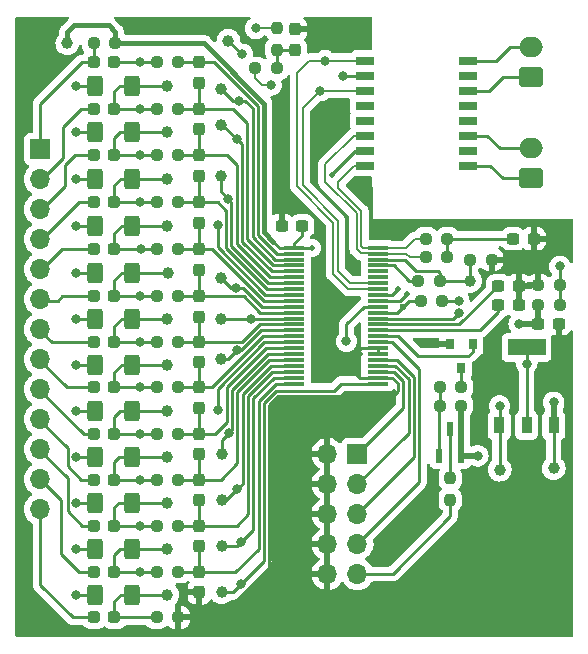
<source format=gtl>
%TF.GenerationSoftware,KiCad,Pcbnew,(6.0.11)*%
%TF.CreationDate,2023-05-09T17:47:33+10:00*%
%TF.ProjectId,LVBMS_A_Sample_R2,4c56424d-535f-4415-9f53-616d706c655f,1*%
%TF.SameCoordinates,Original*%
%TF.FileFunction,Copper,L1,Top*%
%TF.FilePolarity,Positive*%
%FSLAX46Y46*%
G04 Gerber Fmt 4.6, Leading zero omitted, Abs format (unit mm)*
G04 Created by KiCad (PCBNEW (6.0.11)) date 2023-05-09 17:47:33*
%MOMM*%
%LPD*%
G01*
G04 APERTURE LIST*
G04 Aperture macros list*
%AMRoundRect*
0 Rectangle with rounded corners*
0 $1 Rounding radius*
0 $2 $3 $4 $5 $6 $7 $8 $9 X,Y pos of 4 corners*
0 Add a 4 corners polygon primitive as box body*
4,1,4,$2,$3,$4,$5,$6,$7,$8,$9,$2,$3,0*
0 Add four circle primitives for the rounded corners*
1,1,$1+$1,$2,$3*
1,1,$1+$1,$4,$5*
1,1,$1+$1,$6,$7*
1,1,$1+$1,$8,$9*
0 Add four rect primitives between the rounded corners*
20,1,$1+$1,$2,$3,$4,$5,0*
20,1,$1+$1,$4,$5,$6,$7,0*
20,1,$1+$1,$6,$7,$8,$9,0*
20,1,$1+$1,$8,$9,$2,$3,0*%
G04 Aperture macros list end*
%TA.AperFunction,SMDPad,CuDef*%
%ADD10RoundRect,0.250000X-0.400000X-0.625000X0.400000X-0.625000X0.400000X0.625000X-0.400000X0.625000X0*%
%TD*%
%TA.AperFunction,SMDPad,CuDef*%
%ADD11C,1.000000*%
%TD*%
%TA.AperFunction,SMDPad,CuDef*%
%ADD12RoundRect,0.237500X0.250000X0.237500X-0.250000X0.237500X-0.250000X-0.237500X0.250000X-0.237500X0*%
%TD*%
%TA.AperFunction,SMDPad,CuDef*%
%ADD13RoundRect,0.237500X-0.250000X-0.237500X0.250000X-0.237500X0.250000X0.237500X-0.250000X0.237500X0*%
%TD*%
%TA.AperFunction,SMDPad,CuDef*%
%ADD14RoundRect,0.237500X0.300000X0.237500X-0.300000X0.237500X-0.300000X-0.237500X0.300000X-0.237500X0*%
%TD*%
%TA.AperFunction,SMDPad,CuDef*%
%ADD15RoundRect,0.237500X0.237500X-0.300000X0.237500X0.300000X-0.237500X0.300000X-0.237500X-0.300000X0*%
%TD*%
%TA.AperFunction,SMDPad,CuDef*%
%ADD16RoundRect,0.237500X-0.300000X-0.237500X0.300000X-0.237500X0.300000X0.237500X-0.300000X0.237500X0*%
%TD*%
%TA.AperFunction,SMDPad,CuDef*%
%ADD17R,1.800000X0.300000*%
%TD*%
%TA.AperFunction,SMDPad,CuDef*%
%ADD18RoundRect,0.237500X-0.287500X-0.237500X0.287500X-0.237500X0.287500X0.237500X-0.287500X0.237500X0*%
%TD*%
%TA.AperFunction,ComponentPad*%
%ADD19RoundRect,0.250000X0.750000X-0.600000X0.750000X0.600000X-0.750000X0.600000X-0.750000X-0.600000X0*%
%TD*%
%TA.AperFunction,ComponentPad*%
%ADD20O,2.000000X1.700000*%
%TD*%
%TA.AperFunction,SMDPad,CuDef*%
%ADD21RoundRect,0.237500X0.237500X-0.250000X0.237500X0.250000X-0.237500X0.250000X-0.237500X-0.250000X0*%
%TD*%
%TA.AperFunction,ComponentPad*%
%ADD22R,1.700000X1.700000*%
%TD*%
%TA.AperFunction,ComponentPad*%
%ADD23O,1.700000X1.700000*%
%TD*%
%TA.AperFunction,SMDPad,CuDef*%
%ADD24R,0.950000X1.450000*%
%TD*%
%TA.AperFunction,SMDPad,CuDef*%
%ADD25R,3.200000X1.450000*%
%TD*%
%TA.AperFunction,SMDPad,CuDef*%
%ADD26R,0.600000X1.150000*%
%TD*%
%TA.AperFunction,SMDPad,CuDef*%
%ADD27R,1.595000X0.800000*%
%TD*%
%TA.AperFunction,SMDPad,CuDef*%
%ADD28R,0.800000X0.900000*%
%TD*%
%TA.AperFunction,ViaPad*%
%ADD29C,0.500000*%
%TD*%
%TA.AperFunction,ViaPad*%
%ADD30C,0.600000*%
%TD*%
%TA.AperFunction,ViaPad*%
%ADD31C,0.800000*%
%TD*%
%TA.AperFunction,Conductor*%
%ADD32C,0.250000*%
%TD*%
%TA.AperFunction,Conductor*%
%ADD33C,0.500000*%
%TD*%
%TA.AperFunction,Conductor*%
%ADD34C,0.400000*%
%TD*%
%TA.AperFunction,Conductor*%
%ADD35C,0.200000*%
%TD*%
G04 APERTURE END LIST*
D10*
%TO.P,R47,1*%
%TO.N,Net-(Q14-Pad3)*%
X132384500Y-114528600D03*
%TO.P,R47,2*%
%TO.N,/Balancing and Filtering/BATT_0*%
X135484500Y-114528600D03*
%TD*%
D11*
%TO.P,TP15,1,1*%
%TO.N,/Balancing and Filtering/BATT_1*%
X138487800Y-110642400D03*
%TD*%
D12*
%TO.P,R10,1*%
%TO.N,Net-(C5-Pad1)*%
X134084200Y-67843400D03*
%TO.P,R10,2*%
%TO.N,/V+*%
X132259200Y-67843400D03*
%TD*%
D13*
%TO.P,R4,1*%
%TO.N,/ISO_SPI_+*%
X160377500Y-84404200D03*
%TO.P,R4,2*%
%TO.N,Net-(C20-Pad1)*%
X162202500Y-84404200D03*
%TD*%
D11*
%TO.P,TP28,1,1*%
%TO.N,/S10*%
X143002000Y-79044800D03*
%TD*%
D14*
%TO.P,C5,1*%
%TO.N,Net-(C5-Pad1)*%
X149884300Y-83312000D03*
%TO.P,C5,2*%
%TO.N,GND*%
X148159300Y-83312000D03*
%TD*%
D10*
%TO.P,R36,1*%
%TO.N,Net-(Q3-Pad3)*%
X132384200Y-71450200D03*
%TO.P,R36,2*%
%TO.N,/Balancing and Filtering/BATT_11*%
X135484200Y-71450200D03*
%TD*%
D15*
%TO.P,C15,1*%
%TO.N,/C2*%
X141180200Y-106525400D03*
%TO.P,C15,2*%
%TO.N,/C3*%
X141180200Y-104800400D03*
%TD*%
D16*
%TO.P,C20,1*%
%TO.N,Net-(C20-Pad1)*%
X167768100Y-84404200D03*
%TO.P,C20,2*%
%TO.N,GND*%
X169493100Y-84404200D03*
%TD*%
D17*
%TO.P,U1,1,V+*%
%TO.N,Net-(C5-Pad1)*%
X149212200Y-85155600D03*
%TO.P,U1,2,C12*%
%TO.N,/C12*%
X149212200Y-85655600D03*
%TO.P,U1,3,S12*%
%TO.N,/S12*%
X149212200Y-86155600D03*
%TO.P,U1,4,C11*%
%TO.N,/C11*%
X149212200Y-86655600D03*
%TO.P,U1,5,S11*%
%TO.N,/S11*%
X149212200Y-87155600D03*
%TO.P,U1,6,C10*%
%TO.N,/C10*%
X149212200Y-87655600D03*
%TO.P,U1,7,S10*%
%TO.N,/S10*%
X149212200Y-88155600D03*
%TO.P,U1,8,C9*%
%TO.N,/C9*%
X149212200Y-88655600D03*
%TO.P,U1,9,S9*%
%TO.N,/S9*%
X149212200Y-89155600D03*
%TO.P,U1,10,C8*%
%TO.N,/C8*%
X149212200Y-89655600D03*
%TO.P,U1,11,S8*%
%TO.N,/S8*%
X149212200Y-90155600D03*
%TO.P,U1,12,C7*%
%TO.N,/C7*%
X149212200Y-90655600D03*
%TO.P,U1,13,S7*%
%TO.N,/S7*%
X149212200Y-91155600D03*
%TO.P,U1,14,C6*%
%TO.N,/C6*%
X149212200Y-91655600D03*
%TO.P,U1,15,S6*%
%TO.N,/S6*%
X149212200Y-92155600D03*
%TO.P,U1,16,C5*%
%TO.N,/C5*%
X149212200Y-92655600D03*
%TO.P,U1,17,S5*%
%TO.N,/S5*%
X149212200Y-93155600D03*
%TO.P,U1,18,C4*%
%TO.N,/C4*%
X149212200Y-93655600D03*
%TO.P,U1,19,S4*%
%TO.N,/S4*%
X149212200Y-94155600D03*
%TO.P,U1,20,C3*%
%TO.N,/C3*%
X149212200Y-94655600D03*
%TO.P,U1,21,S3*%
%TO.N,/S3*%
X149212200Y-95155600D03*
%TO.P,U1,22,C2*%
%TO.N,/C2*%
X149212200Y-95655600D03*
%TO.P,U1,23,S2*%
%TO.N,/S2*%
X149212200Y-96155600D03*
%TO.P,U1,24,C1*%
%TO.N,/C1*%
X149212200Y-96655600D03*
%TO.P,U1,25,S1*%
%TO.N,/S1*%
X156312200Y-96655600D03*
%TO.P,U1,26,C0*%
%TO.N,GND*%
X156312200Y-96155600D03*
%TO.P,U1,27,GPIO1*%
%TO.N,/T1*%
X156312200Y-95655600D03*
%TO.P,U1,28,GPIO2*%
%TO.N,/T2*%
X156312200Y-95155600D03*
%TO.P,U1,29,GPIO3*%
%TO.N,/T3*%
X156312200Y-94655600D03*
%TO.P,U1,30,V-\u002A\u002A*%
%TO.N,GND*%
X156312200Y-94155600D03*
%TO.P,U1,31,V-*%
X156312200Y-93655600D03*
%TO.P,U1,32,GPIO4*%
%TO.N,/T4*%
X156312200Y-93155600D03*
%TO.P,U1,33,GPIO5*%
%TO.N,/TCON*%
X156312200Y-92655600D03*
%TO.P,U1,34,VREF2*%
%TO.N,Net-(C3-Pad1)*%
X156312200Y-92155600D03*
%TO.P,U1,35,VREF1*%
%TO.N,Net-(C4-Pad1)*%
X156312200Y-91655600D03*
%TO.P,U1,36,DTEN*%
%TO.N,/DTEN*%
X156312200Y-91155600D03*
%TO.P,U1,37,VREG*%
%TO.N,/VREG*%
X156312200Y-90655600D03*
%TO.P,U1,38,DRIVE*%
%TO.N,Net-(Q2-Pad1)*%
X156312200Y-90155600D03*
%TO.P,U1,39,WDT*%
%TO.N,Net-(R7-Pad1)*%
X156312200Y-89655600D03*
%TO.P,U1,40,ISOMD*%
%TO.N,/VREG*%
X156312200Y-89155600D03*
%TO.P,U1,41,CSB_(IMA)*%
%TO.N,/ISO_SPI_N*%
X156312200Y-88655600D03*
%TO.P,U1,42,SCK_(IPA)*%
%TO.N,/ISO_SPI_P*%
X156312200Y-88155600D03*
%TO.P,U1,43,SDI_(NC)*%
%TO.N,unconnected-(U1-Pad43)*%
X156312200Y-87655600D03*
%TO.P,U1,44,SDO_(NC)*%
%TO.N,unconnected-(U1-Pad44)*%
X156312200Y-87155600D03*
%TO.P,U1,45,IBIAS*%
%TO.N,Net-(U1-Pad45)*%
X156312200Y-86655600D03*
%TO.P,U1,46,ICMP*%
%TO.N,Net-(U1-Pad46)*%
X156312200Y-86155600D03*
%TO.P,U1,47,IMB*%
%TO.N,/ISO_SPI_-*%
X156312200Y-85655600D03*
%TO.P,U1,48,IPB*%
%TO.N,/ISO_SPI_+*%
X156312200Y-85155600D03*
%TD*%
D12*
%TO.P,R21,1*%
%TO.N,/C7*%
X139400300Y-89255600D03*
%TO.P,R21,2*%
%TO.N,/Balancing and Filtering/BATT_7*%
X137575300Y-89255600D03*
%TD*%
D13*
%TO.P,R6,1*%
%TO.N,Net-(U1-Pad45)*%
X159742500Y-87934800D03*
%TO.P,R6,2*%
%TO.N,Net-(U1-Pad46)*%
X161567500Y-87934800D03*
%TD*%
D12*
%TO.P,R13,1*%
%TO.N,/C11*%
X139393300Y-73406000D03*
%TO.P,R13,2*%
%TO.N,/Balancing and Filtering/BATT_11*%
X137568300Y-73406000D03*
%TD*%
D18*
%TO.P,F8,1*%
%TO.N,/B5*%
X132259500Y-96977200D03*
%TO.P,F8,2*%
%TO.N,/Balancing and Filtering/BATT_5*%
X134009500Y-96977200D03*
%TD*%
D11*
%TO.P,TP35,1,1*%
%TO.N,/S2*%
X143103600Y-110411600D03*
%TD*%
D12*
%TO.P,R32,1*%
%TO.N,/C3*%
X139400300Y-104800400D03*
%TO.P,R32,2*%
%TO.N,/Balancing and Filtering/BATT_3*%
X137575300Y-104800400D03*
%TD*%
D19*
%TO.P,J1,1,1*%
%TO.N,/IPB (ISO)*%
X169316400Y-70688200D03*
D20*
%TO.P,J1,2,2*%
%TO.N,/IMB (ISO)*%
X169316400Y-68188200D03*
%TD*%
D11*
%TO.P,TP29,1,1*%
%TO.N,/S8*%
X143002000Y-87680800D03*
%TD*%
D15*
%TO.P,C11,1*%
%TO.N,/C6*%
X141180200Y-90980600D03*
%TO.P,C11,2*%
%TO.N,/C7*%
X141180200Y-89255600D03*
%TD*%
D21*
%TO.P,R2,1*%
%TO.N,Net-(J4-Pad9)*%
X162433000Y-106500300D03*
%TO.P,R2,2*%
%TO.N,/VTEMP*%
X162433000Y-104675300D03*
%TD*%
D18*
%TO.P,F2,1*%
%TO.N,/B11*%
X132259200Y-73406000D03*
%TO.P,F2,2*%
%TO.N,/Balancing and Filtering/BATT_11*%
X134009200Y-73406000D03*
%TD*%
D11*
%TO.P,TP33,1,1*%
%TO.N,/S4*%
X143103600Y-102639200D03*
%TD*%
%TO.P,TP6,1,1*%
%TO.N,/Balancing and Filtering/BATT_10*%
X138487800Y-75361800D03*
%TD*%
D13*
%TO.P,R49,1*%
%TO.N,GND*%
X169904700Y-88354200D03*
%TO.P,R49,2*%
%TO.N,/DTEN*%
X171729700Y-88354200D03*
%TD*%
D12*
%TO.P,R35,1*%
%TO.N,GND*%
X139400300Y-116459000D03*
%TO.P,R35,2*%
%TO.N,/Balancing and Filtering/BATT_0*%
X137575300Y-116459000D03*
%TD*%
D10*
%TO.P,R39,1*%
%TO.N,Net-(Q6-Pad3)*%
X132384200Y-83286600D03*
%TO.P,R39,2*%
%TO.N,/Balancing and Filtering/BATT_8*%
X135484200Y-83286600D03*
%TD*%
D18*
%TO.P,F5,1*%
%TO.N,/B8*%
X132259200Y-85293200D03*
%TO.P,F5,2*%
%TO.N,/Balancing and Filtering/BATT_8*%
X134009200Y-85293200D03*
%TD*%
D10*
%TO.P,R42,1*%
%TO.N,Net-(Q9-Pad3)*%
X132384500Y-95046800D03*
%TO.P,R42,2*%
%TO.N,/Balancing and Filtering/BATT_5*%
X135484500Y-95046800D03*
%TD*%
D12*
%TO.P,R5,1*%
%TO.N,Net-(C20-Pad1)*%
X162202500Y-85953600D03*
%TO.P,R5,2*%
%TO.N,/ISO_SPI_-*%
X160377500Y-85953600D03*
%TD*%
D11*
%TO.P,TP25,1,1*%
%TO.N,/S12*%
X143002000Y-71729600D03*
%TD*%
D15*
%TO.P,C19,1*%
%TO.N,Net-(C19-Pad1)*%
X149301200Y-68401100D03*
%TO.P,C19,2*%
%TO.N,GND*%
X149301200Y-66676100D03*
%TD*%
D12*
%TO.P,R17,1*%
%TO.N,/C9*%
X139409100Y-81305400D03*
%TO.P,R17,2*%
%TO.N,/Balancing and Filtering/BATT_9*%
X137584100Y-81305400D03*
%TD*%
D22*
%TO.P,J2,1,Pin_1*%
%TO.N,/V+*%
X127711200Y-76809600D03*
D23*
%TO.P,J2,2,Pin_2*%
%TO.N,/B11*%
X127711200Y-79349600D03*
%TO.P,J2,3,Pin_3*%
%TO.N,/B10*%
X127711200Y-81889600D03*
%TO.P,J2,4,Pin_4*%
%TO.N,/B9*%
X127711200Y-84429600D03*
%TO.P,J2,5,Pin_5*%
%TO.N,/B8*%
X127711200Y-86969600D03*
%TO.P,J2,6,Pin_6*%
%TO.N,Net-(F6-Pad1)*%
X127711200Y-89509600D03*
%TO.P,J2,7,Pin_7*%
%TO.N,/B6*%
X127711200Y-92049600D03*
%TO.P,J2,8,Pin_8*%
%TO.N,/B5*%
X127711200Y-94589600D03*
%TO.P,J2,9,Pin_9*%
%TO.N,/B4*%
X127711200Y-97129600D03*
%TO.P,J2,10,Pin_10*%
%TO.N,/B3*%
X127711200Y-99669600D03*
%TO.P,J2,11,Pin_11*%
%TO.N,/B2*%
X127711200Y-102209600D03*
%TO.P,J2,12,Pin_12*%
%TO.N,/B1*%
X127711200Y-104749600D03*
%TO.P,J2,13,Pin_13*%
%TO.N,/B0*%
X127711200Y-107289600D03*
%TD*%
D12*
%TO.P,R34,1*%
%TO.N,/C1*%
X139400300Y-112598200D03*
%TO.P,R34,2*%
%TO.N,/Balancing and Filtering/BATT_1*%
X137575300Y-112598200D03*
%TD*%
D18*
%TO.P,F7,1*%
%TO.N,/B6*%
X132259200Y-93116400D03*
%TO.P,F7,2*%
%TO.N,/Balancing and Filtering/BATT_6*%
X134009200Y-93116400D03*
%TD*%
%TO.P,F12,1*%
%TO.N,/B1*%
X132259500Y-112598200D03*
%TO.P,F12,2*%
%TO.N,/Balancing and Filtering/BATT_1*%
X134009500Y-112598200D03*
%TD*%
D16*
%TO.P,C4,1*%
%TO.N,Net-(C4-Pad1)*%
X166499200Y-88366600D03*
%TO.P,C4,2*%
%TO.N,GND*%
X168224200Y-88366600D03*
%TD*%
D15*
%TO.P,C16,1*%
%TO.N,/C1*%
X141180200Y-110411600D03*
%TO.P,C16,2*%
%TO.N,/C2*%
X141180200Y-108686600D03*
%TD*%
D18*
%TO.P,F13,1*%
%TO.N,/B0*%
X132259500Y-116459000D03*
%TO.P,F13,2*%
%TO.N,/Balancing and Filtering/BATT_0*%
X134009500Y-116459000D03*
%TD*%
D22*
%TO.P,J4,1,Pin_1*%
%TO.N,/T1*%
X154579000Y-102620600D03*
D23*
%TO.P,J4,2,Pin_2*%
%TO.N,GND*%
X152039000Y-102620600D03*
%TO.P,J4,3,Pin_3*%
%TO.N,/T2*%
X154579000Y-105160600D03*
%TO.P,J4,4,Pin_4*%
%TO.N,GND*%
X152039000Y-105160600D03*
%TO.P,J4,5,Pin_5*%
%TO.N,/T3*%
X154579000Y-107700600D03*
%TO.P,J4,6,Pin_6*%
%TO.N,GND*%
X152039000Y-107700600D03*
%TO.P,J4,7,Pin_7*%
%TO.N,/T4*%
X154579000Y-110240600D03*
%TO.P,J4,8,Pin_8*%
%TO.N,GND*%
X152039000Y-110240600D03*
%TO.P,J4,9,Pin_9*%
%TO.N,Net-(J4-Pad9)*%
X154579000Y-112780600D03*
%TO.P,J4,10,Pin_10*%
%TO.N,GND*%
X152039000Y-112780600D03*
%TD*%
D24*
%TO.P,Q2,1,B*%
%TO.N,Net-(Q2-Pad1)*%
X166596000Y-100201000D03*
%TO.P,Q2,2,C_1*%
%TO.N,Net-(Q2-Pad2)*%
X168896000Y-100201000D03*
%TO.P,Q2,3,E*%
%TO.N,/VREG*%
X171196000Y-100201000D03*
D25*
%TO.P,Q2,4,C_2*%
%TO.N,Net-(Q2-Pad2)*%
X168896000Y-93601000D03*
%TD*%
D12*
%TO.P,R52,1*%
%TO.N,/VREG*%
X163370900Y-98526600D03*
%TO.P,R52,2*%
%TO.N,Net-(Q1-Pad1)*%
X161545900Y-98526600D03*
%TD*%
D18*
%TO.P,F3,1*%
%TO.N,/B10*%
X132259800Y-77317600D03*
%TO.P,F3,2*%
%TO.N,/Balancing and Filtering/BATT_10*%
X134009800Y-77317600D03*
%TD*%
%TO.P,F9,1*%
%TO.N,/B4*%
X132259500Y-100914200D03*
%TO.P,F9,2*%
%TO.N,/Balancing and Filtering/BATT_4*%
X134009500Y-100914200D03*
%TD*%
D15*
%TO.P,C9,1*%
%TO.N,/C8*%
X141189000Y-83030400D03*
%TO.P,C9,2*%
%TO.N,/C9*%
X141189000Y-81305400D03*
%TD*%
D11*
%TO.P,TP10,1,1*%
%TO.N,/Balancing and Filtering/BATT_6*%
X138487800Y-91155600D03*
%TD*%
D12*
%TO.P,R29,1*%
%TO.N,/C6*%
X139400300Y-93116400D03*
%TO.P,R29,2*%
%TO.N,/Balancing and Filtering/BATT_6*%
X137575300Y-93116400D03*
%TD*%
D11*
%TO.P,TP27,1,1*%
%TO.N,/S11*%
X143002000Y-74726800D03*
%TD*%
D13*
%TO.P,R48,1*%
%TO.N,/VREG*%
X169904700Y-90030600D03*
%TO.P,R48,2*%
%TO.N,/DTEN*%
X171729700Y-90030600D03*
%TD*%
D26*
%TO.P,Q1,1*%
%TO.N,Net-(Q1-Pad1)*%
X161483000Y-102775400D03*
%TO.P,Q1,2*%
%TO.N,/VREG*%
X163383000Y-102775400D03*
%TO.P,Q1,3*%
%TO.N,/VTEMP*%
X162433000Y-100475400D03*
%TD*%
D12*
%TO.P,R31,1*%
%TO.N,/C4*%
X139400300Y-100914200D03*
%TO.P,R31,2*%
%TO.N,/Balancing and Filtering/BATT_4*%
X137575300Y-100914200D03*
%TD*%
D10*
%TO.P,R44,1*%
%TO.N,Net-(Q11-Pad3)*%
X132384500Y-102870000D03*
%TO.P,R44,2*%
%TO.N,/Balancing and Filtering/BATT_3*%
X135484500Y-102870000D03*
%TD*%
%TO.P,R43,1*%
%TO.N,Net-(Q10-Pad3)*%
X132384500Y-98958400D03*
%TO.P,R43,2*%
%TO.N,/Balancing and Filtering/BATT_4*%
X135484500Y-98958400D03*
%TD*%
D27*
%TO.P,T1,1,TD+*%
%TO.N,/IPA (ISO)*%
X163965600Y-78206600D03*
%TO.P,T1,2,TCT*%
%TO.N,unconnected-(T1-Pad2)*%
X163965600Y-76936600D03*
%TO.P,T1,3,TD-*%
%TO.N,/IMA (ISO)*%
X163965600Y-75666600D03*
%TO.P,T1,4,NC_1*%
%TO.N,unconnected-(T1-Pad4)*%
X163965600Y-74396600D03*
%TO.P,T1,5,NC_2*%
%TO.N,unconnected-(T1-Pad5)*%
X163965600Y-73126600D03*
%TO.P,T1,6,RD+*%
%TO.N,/IPB (ISO)*%
X163965600Y-71856600D03*
%TO.P,T1,7,RCT*%
%TO.N,unconnected-(T1-Pad7)*%
X163965600Y-70586600D03*
%TO.P,T1,8,RD-*%
%TO.N,/IMB (ISO)*%
X163965600Y-69316600D03*
%TO.P,T1,9,RX-*%
%TO.N,/ISO_SPI_N*%
X155261600Y-69316600D03*
%TO.P,T1,10,CMT_1*%
%TO.N,Net-(T1-Pad10)*%
X155261600Y-70586600D03*
%TO.P,T1,11,RX+*%
%TO.N,/ISO_SPI_P*%
X155261600Y-71856600D03*
%TO.P,T1,12,NC_3*%
%TO.N,unconnected-(T1-Pad12)*%
X155261600Y-73126600D03*
%TO.P,T1,13,NC_4*%
%TO.N,unconnected-(T1-Pad13)*%
X155261600Y-74396600D03*
%TO.P,T1,14,TX-*%
%TO.N,/ISO_SPI_-*%
X155261600Y-75666600D03*
%TO.P,T1,15,CMT_2*%
%TO.N,Net-(C1-Pad2)*%
X155261600Y-76936600D03*
%TO.P,T1,16,TX+*%
%TO.N,/ISO_SPI_+*%
X155261600Y-78206600D03*
%TD*%
D21*
%TO.P,R3,1*%
%TO.N,Net-(C19-Pad1)*%
X147751800Y-68401100D03*
%TO.P,R3,2*%
%TO.N,/ISO_SPI_N*%
X147751800Y-66576100D03*
%TD*%
D15*
%TO.P,C6,1*%
%TO.N,/C11*%
X141173200Y-71195100D03*
%TO.P,C6,2*%
%TO.N,/C12*%
X141173200Y-69470100D03*
%TD*%
D18*
%TO.P,F4,1*%
%TO.N,/B9*%
X132259800Y-81305400D03*
%TO.P,F4,2*%
%TO.N,/Balancing and Filtering/BATT_9*%
X134009800Y-81305400D03*
%TD*%
D10*
%TO.P,R38,1*%
%TO.N,Net-(Q5-Pad3)*%
X132384800Y-79324200D03*
%TO.P,R38,2*%
%TO.N,/Balancing and Filtering/BATT_9*%
X135484800Y-79324200D03*
%TD*%
D15*
%TO.P,C17,1*%
%TO.N,GND*%
X141180200Y-114323200D03*
%TO.P,C17,2*%
%TO.N,/C1*%
X141180200Y-112598200D03*
%TD*%
D18*
%TO.P,F11,1*%
%TO.N,/B2*%
X132259500Y-108686600D03*
%TO.P,F11,2*%
%TO.N,/Balancing and Filtering/BATT_2*%
X134009500Y-108686600D03*
%TD*%
D10*
%TO.P,R40,1*%
%TO.N,Net-(Q7-Pad3)*%
X132384200Y-87274400D03*
%TO.P,R40,2*%
%TO.N,/Balancing and Filtering/BATT_7*%
X135484200Y-87274400D03*
%TD*%
D11*
%TO.P,TP9,1,1*%
%TO.N,/Balancing and Filtering/BATT_7*%
X138506200Y-87274400D03*
%TD*%
D15*
%TO.P,C14,1*%
%TO.N,/C3*%
X141180200Y-102639200D03*
%TO.P,C14,2*%
%TO.N,/C4*%
X141180200Y-100914200D03*
%TD*%
D18*
%TO.P,F1,1*%
%TO.N,/V+*%
X132259200Y-69458800D03*
%TO.P,F1,2*%
%TO.N,/Balancing and Filtering/BATT_12*%
X134009200Y-69458800D03*
%TD*%
D13*
%TO.P,R53,1*%
%TO.N,Net-(Q1-Pad1)*%
X161545900Y-96951800D03*
%TO.P,R53,2*%
%TO.N,Net-(Q15-Pad3)*%
X163370900Y-96951800D03*
%TD*%
D12*
%TO.P,R15,1*%
%TO.N,/C10*%
X139395100Y-77317600D03*
%TO.P,R15,2*%
%TO.N,/Balancing and Filtering/BATT_10*%
X137570100Y-77317600D03*
%TD*%
D11*
%TO.P,TP8,1,1*%
%TO.N,/Balancing and Filtering/BATT_8*%
X138496600Y-83286600D03*
%TD*%
D12*
%TO.P,R33,1*%
%TO.N,/C2*%
X139400300Y-108686600D03*
%TO.P,R33,2*%
%TO.N,/Balancing and Filtering/BATT_2*%
X137575300Y-108686600D03*
%TD*%
D11*
%TO.P,TP1,1,1*%
%TO.N,Net-(Q2-Pad1)*%
X166624000Y-103936800D03*
%TD*%
D28*
%TO.P,Q15,1,B*%
%TO.N,/TCON*%
X164322800Y-93335600D03*
%TO.P,Q15,2,E*%
%TO.N,GND*%
X162422800Y-93335600D03*
%TO.P,Q15,3,C*%
%TO.N,Net-(Q15-Pad3)*%
X163372800Y-95335600D03*
%TD*%
D15*
%TO.P,C7,1*%
%TO.N,/C10*%
X141173200Y-75131000D03*
%TO.P,C7,2*%
%TO.N,/C11*%
X141173200Y-73406000D03*
%TD*%
D11*
%TO.P,TP4,1,1*%
%TO.N,/Balancing and Filtering/BATT_12*%
X143662400Y-67614800D03*
%TD*%
D10*
%TO.P,R46,1*%
%TO.N,Net-(Q13-Pad3)*%
X132384500Y-110642400D03*
%TO.P,R46,2*%
%TO.N,/Balancing and Filtering/BATT_1*%
X135484500Y-110642400D03*
%TD*%
D11*
%TO.P,TP2,1,1*%
%TO.N,Net-(C5-Pad1)*%
X130022600Y-67843400D03*
%TD*%
D18*
%TO.P,F10,1*%
%TO.N,/B3*%
X132259500Y-104800400D03*
%TO.P,F10,2*%
%TO.N,/Balancing and Filtering/BATT_3*%
X134009500Y-104800400D03*
%TD*%
D11*
%TO.P,TP3,1,1*%
%TO.N,/VREG*%
X171196000Y-103835200D03*
%TD*%
D12*
%TO.P,R11,1*%
%TO.N,/C12*%
X139393300Y-69458800D03*
%TO.P,R11,2*%
%TO.N,/Balancing and Filtering/BATT_12*%
X137568300Y-69458800D03*
%TD*%
D16*
%TO.P,C2,1*%
%TO.N,/VREG*%
X169904700Y-91605400D03*
%TO.P,C2,2*%
%TO.N,GND*%
X171629700Y-91605400D03*
%TD*%
D11*
%TO.P,TP12,1,1*%
%TO.N,/Balancing and Filtering/BATT_4*%
X138487800Y-98958400D03*
%TD*%
%TO.P,TP11,1,1*%
%TO.N,/Balancing and Filtering/BATT_5*%
X138487800Y-95046800D03*
%TD*%
D15*
%TO.P,C10,1*%
%TO.N,/C7*%
X141198600Y-87018200D03*
%TO.P,C10,2*%
%TO.N,/C8*%
X141198600Y-85293200D03*
%TD*%
D10*
%TO.P,R41,1*%
%TO.N,Net-(Q8-Pad3)*%
X132384200Y-91186000D03*
%TO.P,R41,2*%
%TO.N,/Balancing and Filtering/BATT_6*%
X135484200Y-91186000D03*
%TD*%
D12*
%TO.P,R7,1*%
%TO.N,Net-(R7-Pad1)*%
X161770700Y-89655600D03*
%TO.P,R7,2*%
%TO.N,/VREG*%
X159945700Y-89655600D03*
%TD*%
D16*
%TO.P,C3,1*%
%TO.N,Net-(C3-Pad1)*%
X166500300Y-90030600D03*
%TO.P,C3,2*%
%TO.N,GND*%
X168225300Y-90030600D03*
%TD*%
D11*
%TO.P,TP5,1,1*%
%TO.N,/Balancing and Filtering/BATT_11*%
X138455400Y-71450200D03*
%TD*%
D13*
%TO.P,R1,1*%
%TO.N,/ISO_SPI_P*%
X145926800Y-69977000D03*
%TO.P,R1,2*%
%TO.N,Net-(C19-Pad1)*%
X147751800Y-69977000D03*
%TD*%
D18*
%TO.P,F6,1*%
%TO.N,Net-(F6-Pad1)*%
X132259200Y-89255600D03*
%TO.P,F6,2*%
%TO.N,/Balancing and Filtering/BATT_7*%
X134009200Y-89255600D03*
%TD*%
D11*
%TO.P,TP34,1,1*%
%TO.N,/S3*%
X143103600Y-106525400D03*
%TD*%
D13*
%TO.P,R8,1*%
%TO.N,Net-(U1-Pad46)*%
X164109400Y-86155600D03*
%TO.P,R8,2*%
%TO.N,GND*%
X165934400Y-86155600D03*
%TD*%
D12*
%TO.P,R19,1*%
%TO.N,/C8*%
X139418700Y-85293200D03*
%TO.P,R19,2*%
%TO.N,/Balancing and Filtering/BATT_8*%
X137593700Y-85293200D03*
%TD*%
D11*
%TO.P,TP30,1,1*%
%TO.N,/S7*%
X143002000Y-91155600D03*
%TD*%
%TO.P,TP36,1,1*%
%TO.N,/S1*%
X143103600Y-114323200D03*
%TD*%
%TO.P,TP31,1,1*%
%TO.N,/S6*%
X143002000Y-94538800D03*
%TD*%
%TO.P,TP17,1,1*%
%TO.N,Net-(U1-Pad46)*%
X164109400Y-87958300D03*
%TD*%
D15*
%TO.P,C8,1*%
%TO.N,/C9*%
X141175000Y-79042600D03*
%TO.P,C8,2*%
%TO.N,/C10*%
X141175000Y-77317600D03*
%TD*%
D11*
%TO.P,TP7,1,1*%
%TO.N,/Balancing and Filtering/BATT_9*%
X138457200Y-79324200D03*
%TD*%
%TO.P,TP14,1,1*%
%TO.N,/Balancing and Filtering/BATT_2*%
X138487800Y-106730800D03*
%TD*%
D15*
%TO.P,C12,1*%
%TO.N,/C5*%
X141180200Y-94841400D03*
%TO.P,C12,2*%
%TO.N,/C6*%
X141180200Y-93116400D03*
%TD*%
D10*
%TO.P,R45,1*%
%TO.N,Net-(Q12-Pad3)*%
X132384500Y-106730800D03*
%TO.P,R45,2*%
%TO.N,/Balancing and Filtering/BATT_2*%
X135484500Y-106730800D03*
%TD*%
D12*
%TO.P,R30,1*%
%TO.N,/C5*%
X139400300Y-96977200D03*
%TO.P,R30,2*%
%TO.N,/Balancing and Filtering/BATT_5*%
X137575300Y-96977200D03*
%TD*%
D10*
%TO.P,R37,1*%
%TO.N,Net-(Q4-Pad3)*%
X132384800Y-75361800D03*
%TO.P,R37,2*%
%TO.N,/Balancing and Filtering/BATT_10*%
X135484800Y-75361800D03*
%TD*%
D15*
%TO.P,C13,1*%
%TO.N,/C4*%
X141180200Y-98702200D03*
%TO.P,C13,2*%
%TO.N,/C5*%
X141180200Y-96977200D03*
%TD*%
D11*
%TO.P,TP16,1,1*%
%TO.N,/Balancing and Filtering/BATT_0*%
X138487800Y-114528600D03*
%TD*%
%TO.P,TP13,1,1*%
%TO.N,/Balancing and Filtering/BATT_3*%
X138487800Y-102870000D03*
%TD*%
D19*
%TO.P,J3,1,1*%
%TO.N,/IPA (ISO)*%
X169316400Y-79248000D03*
D20*
%TO.P,J3,2,2*%
%TO.N,/IMA (ISO)*%
X169316400Y-76748000D03*
%TD*%
D29*
%TO.N,GND*%
X168820400Y-105274800D03*
X160070400Y-107024800D03*
X139070400Y-66774800D03*
X147820400Y-117524800D03*
X163570400Y-114024800D03*
X167070400Y-110524800D03*
X130320400Y-117524800D03*
X160070400Y-112274800D03*
X153070400Y-100024800D03*
X163570400Y-110524800D03*
X151320400Y-94774800D03*
X168820400Y-117524800D03*
X149570400Y-103524800D03*
X158320400Y-117524800D03*
X149570400Y-105274800D03*
X142570400Y-117524800D03*
X172320400Y-114024800D03*
X126820400Y-115774800D03*
X149570400Y-107024800D03*
X165320400Y-110524800D03*
X170570400Y-117524800D03*
X126820400Y-73774800D03*
X154820400Y-117524800D03*
X163570400Y-112274800D03*
X167070400Y-107024800D03*
X156570400Y-114024800D03*
X126820400Y-112274800D03*
X151320400Y-100024800D03*
X147820400Y-79024800D03*
X167070400Y-115774800D03*
X165320400Y-105274800D03*
X170570400Y-110524800D03*
X149570400Y-115774800D03*
X165320400Y-117524800D03*
X172320400Y-115774800D03*
X126820400Y-66774800D03*
X172320400Y-107024800D03*
X156570400Y-117524800D03*
X149570400Y-112274800D03*
X146070400Y-117524800D03*
X149570400Y-114024800D03*
X165320400Y-107024800D03*
X126820400Y-110524800D03*
X140820400Y-117524800D03*
X126820400Y-70274800D03*
X170570400Y-112274800D03*
X170570400Y-115774800D03*
X160070400Y-115774800D03*
X161820400Y-110524800D03*
X151320400Y-93024800D03*
X154820400Y-66774800D03*
X163570400Y-108774800D03*
X140820400Y-66774800D03*
X153070400Y-73774800D03*
X144320400Y-117524800D03*
X165320400Y-114024800D03*
X168820400Y-86024800D03*
X161820400Y-114024800D03*
X147820400Y-115774800D03*
X168820400Y-115774800D03*
X153070400Y-115774800D03*
X168820400Y-103524800D03*
X135570400Y-117524800D03*
X165320400Y-115774800D03*
X128570400Y-68524800D03*
X167070400Y-117524800D03*
X168820400Y-112274800D03*
X137320400Y-66774800D03*
X163570400Y-115774800D03*
X170570400Y-114024800D03*
X151320400Y-115774800D03*
X160070400Y-117524800D03*
X158320400Y-114024800D03*
X172320400Y-108774800D03*
X172320400Y-93024800D03*
X158320400Y-115774800D03*
X167070400Y-96524800D03*
X147820400Y-73774800D03*
X170570400Y-105274800D03*
X170570400Y-107024800D03*
X151320400Y-117524800D03*
X170570400Y-108774800D03*
X168820400Y-107024800D03*
X167070400Y-105274800D03*
X168820400Y-108774800D03*
X147820400Y-77274800D03*
X172320400Y-112274800D03*
X151320400Y-91274800D03*
X161820400Y-115774800D03*
X163570400Y-117524800D03*
X126820400Y-68524800D03*
X165320400Y-112274800D03*
X172320400Y-105274800D03*
X153070400Y-117524800D03*
X158320400Y-108774800D03*
X128570400Y-66774800D03*
X153070400Y-66774800D03*
X172320400Y-117524800D03*
X128570400Y-117524800D03*
X161820400Y-112274800D03*
X167070400Y-114024800D03*
X149570400Y-108774800D03*
X160629600Y-93218000D03*
X126820400Y-117524800D03*
X172320400Y-96524800D03*
X151320400Y-73774800D03*
X126820400Y-72024800D03*
X149570400Y-110524800D03*
X167070400Y-112274800D03*
X156570400Y-115774800D03*
X153070400Y-94774800D03*
X154820400Y-115774800D03*
X149570400Y-117524800D03*
X161820400Y-117524800D03*
X156570400Y-110524800D03*
X168820400Y-110524800D03*
X160070400Y-114024800D03*
X147820400Y-114024800D03*
X167070400Y-108774800D03*
X147820400Y-80774800D03*
X154820400Y-100024800D03*
X168820400Y-114024800D03*
X149570400Y-101774800D03*
X135570400Y-66774800D03*
X149570400Y-100024800D03*
X151320400Y-75524800D03*
X147820400Y-75524800D03*
X146070400Y-115774800D03*
X172320400Y-110524800D03*
X128570400Y-70274800D03*
X165320400Y-96524800D03*
X172320400Y-84274800D03*
X126820400Y-114024800D03*
X172320400Y-94774800D03*
X172320400Y-101774800D03*
X165320400Y-108774800D03*
%TO.N,Net-(C1-Pad2)*%
X152384585Y-78991959D03*
%TO.N,/VREG*%
X158013400Y-88620600D03*
D30*
X158445200Y-90144600D03*
D31*
X171196000Y-98247200D03*
X168275000Y-91605400D03*
X164769800Y-102775400D03*
D29*
%TO.N,Net-(C5-Pad1)*%
X150759600Y-85155600D03*
D31*
%TO.N,/Balancing and Filtering/BATT_12*%
X136194800Y-69458800D03*
X144830800Y-68783200D03*
%TO.N,/Balancing and Filtering/BATT_11*%
X136194800Y-73406000D03*
%TO.N,/Balancing and Filtering/BATT_10*%
X136196600Y-77317600D03*
%TO.N,/Balancing and Filtering/BATT_9*%
X136210600Y-81305400D03*
%TO.N,/Balancing and Filtering/BATT_8*%
X136220200Y-85293200D03*
%TO.N,/Balancing and Filtering/BATT_7*%
X136201800Y-89255600D03*
%TO.N,/Balancing and Filtering/BATT_6*%
X136201800Y-93116400D03*
%TO.N,/Balancing and Filtering/BATT_5*%
X136201800Y-96977200D03*
%TO.N,/Balancing and Filtering/BATT_4*%
X136201800Y-100914200D03*
%TO.N,/Balancing and Filtering/BATT_3*%
X136201800Y-104800400D03*
%TO.N,/Balancing and Filtering/BATT_2*%
X136201800Y-108686600D03*
%TO.N,/Balancing and Filtering/BATT_1*%
X136201800Y-112598200D03*
%TO.N,/DTEN*%
X163141001Y-90700201D03*
X171729700Y-86741300D03*
%TO.N,Net-(Q2-Pad1)*%
X166610000Y-98552000D03*
X153644600Y-93065600D03*
%TO.N,Net-(Q2-Pad2)*%
X168910000Y-94970600D03*
%TO.N,Net-(Q3-Pad3)*%
X130759200Y-71450200D03*
%TO.N,Net-(Q4-Pad3)*%
X130759800Y-75361800D03*
%TO.N,Net-(Q5-Pad3)*%
X130784600Y-79324200D03*
%TO.N,Net-(Q6-Pad3)*%
X130759200Y-83286600D03*
%TO.N,Net-(Q7-Pad3)*%
X130759200Y-87274400D03*
%TO.N,Net-(Q8-Pad3)*%
X130759200Y-91186000D03*
%TO.N,Net-(Q9-Pad3)*%
X130759500Y-95046800D03*
%TO.N,Net-(Q10-Pad3)*%
X130759500Y-98958400D03*
%TO.N,Net-(Q11-Pad3)*%
X130759500Y-102870000D03*
%TO.N,Net-(Q12-Pad3)*%
X130759500Y-106730800D03*
%TO.N,Net-(Q13-Pad3)*%
X130759500Y-110642400D03*
%TO.N,Net-(Q14-Pad3)*%
X130759500Y-114528600D03*
%TO.N,/ISO_SPI_N*%
X151841200Y-69316600D03*
X145971100Y-66576100D03*
%TO.N,/ISO_SPI_P*%
X151434800Y-71856600D03*
X147269200Y-71374000D03*
%TO.N,/S12*%
X144576800Y-72745600D03*
%TO.N,/S11*%
X144411700Y-75958700D03*
%TO.N,/S10*%
X143627100Y-80990000D03*
%TO.N,/S9*%
X142748000Y-83205400D03*
%TO.N,/S8*%
X144322800Y-88531100D03*
%TO.N,/S7*%
X145542000Y-91155600D03*
%TO.N,/S6*%
X144345296Y-93850096D03*
%TO.N,/S5*%
X142748000Y-98877200D03*
%TO.N,/S4*%
X143692700Y-100838000D03*
%TO.N,/S3*%
X144424400Y-105562400D03*
%TO.N,/S2*%
X144763000Y-110058200D03*
%TO.N,/S1*%
X144763000Y-113622600D03*
D29*
%TO.N,Net-(R7-Pad1)*%
X158750000Y-89077800D03*
D31*
X163165499Y-89656917D03*
%TO.N,Net-(T1-Pad10)*%
X153339800Y-70586600D03*
%TD*%
D32*
%TO.N,GND*%
X154330400Y-95707200D02*
X154330400Y-94234000D01*
X154778800Y-96155600D02*
X154330400Y-95707200D01*
X157988000Y-97282000D02*
X157988000Y-96631400D01*
X156312200Y-96155600D02*
X154778800Y-96155600D01*
X157563400Y-97706600D02*
X157988000Y-97282000D01*
X140261000Y-114323200D02*
X141180200Y-114323200D01*
X139400300Y-115183900D02*
X140261000Y-114323200D01*
X157988000Y-96631400D02*
X157512200Y-96155600D01*
X154330400Y-94234000D02*
X154908800Y-93655600D01*
X139400300Y-116459000D02*
X142951200Y-116459000D01*
X147117200Y-98475400D02*
X147886000Y-97706600D01*
X139400300Y-116459000D02*
X139400300Y-115183900D01*
X147117200Y-112293000D02*
X147117200Y-98475400D01*
X156312200Y-93655600D02*
X156312200Y-94155600D01*
X142951200Y-116459000D02*
X147117200Y-112293000D01*
X154908800Y-93655600D02*
X156312200Y-93655600D01*
X157512200Y-96155600D02*
X156312200Y-96155600D01*
X147886000Y-97706600D02*
X157563400Y-97706600D01*
%TO.N,Net-(C1-Pad2)*%
X152508400Y-78843360D02*
X154415160Y-76936600D01*
X152384585Y-78991959D02*
X152508400Y-78868144D01*
X152508400Y-78868144D02*
X152508400Y-78843360D01*
X154415160Y-76936600D02*
X155261600Y-76936600D01*
D33*
%TO.N,/VREG*%
X169904700Y-91605400D02*
X169904700Y-90030600D01*
D32*
X163370900Y-98526600D02*
X163383000Y-98538700D01*
X157934200Y-90655600D02*
X156312200Y-90655600D01*
D33*
X163383000Y-98538700D02*
X163383000Y-102775400D01*
D32*
X171196000Y-100201000D02*
X171196000Y-103835200D01*
X158934200Y-89655600D02*
X158445200Y-90144600D01*
D33*
X164769800Y-102775400D02*
X163383000Y-102775400D01*
X169904700Y-91605400D02*
X168275000Y-91605400D01*
D32*
X157478400Y-89155600D02*
X156312200Y-89155600D01*
X159945700Y-89655600D02*
X158934200Y-89655600D01*
D33*
X171196000Y-100201000D02*
X171196000Y-98247200D01*
D32*
X158013400Y-88620600D02*
X157478400Y-89155600D01*
X158445200Y-90144600D02*
X157934200Y-90655600D01*
%TO.N,Net-(C3-Pad1)*%
X166500300Y-90030600D02*
X166500300Y-90623900D01*
X166500300Y-90623900D02*
X164968600Y-92155600D01*
X164968600Y-92155600D02*
X156312200Y-92155600D01*
%TO.N,Net-(C4-Pad1)*%
X156312200Y-91655600D02*
X163210200Y-91655600D01*
X163210200Y-91655600D02*
X166499200Y-88366600D01*
%TO.N,Net-(C5-Pad1)*%
X149212200Y-85155600D02*
X150759600Y-85155600D01*
D34*
X147472400Y-84632800D02*
X146676600Y-83837000D01*
D32*
X147472400Y-84632800D02*
X147995200Y-85155600D01*
D34*
X130022600Y-66903600D02*
X130022600Y-67843400D01*
D32*
X149212200Y-84798000D02*
X149212200Y-85155600D01*
X149884300Y-84125900D02*
X149212200Y-84798000D01*
X147995200Y-85155600D02*
X149162200Y-85155600D01*
D34*
X134084200Y-67843400D02*
X134084200Y-66875800D01*
X146676600Y-83837000D02*
X146676600Y-72961334D01*
X134084200Y-66875800D02*
X133527800Y-66319400D01*
X133527800Y-66319400D02*
X130606800Y-66319400D01*
X146676600Y-72961334D02*
X141558666Y-67843400D01*
D32*
X149884300Y-83312000D02*
X149884300Y-84125900D01*
D34*
X130606800Y-66319400D02*
X130022600Y-66903600D01*
X141558666Y-67843400D02*
X134084200Y-67843400D01*
D32*
%TO.N,/C11*%
X149212200Y-86655600D02*
X147459012Y-86655600D01*
X141173200Y-73406000D02*
X141173200Y-71195100D01*
X139393300Y-73406000D02*
X141173200Y-73406000D01*
X147459012Y-86655600D02*
X145251600Y-84448188D01*
X145251600Y-74614200D02*
X144043400Y-73406000D01*
X145251600Y-84448188D02*
X145251600Y-74614200D01*
X144043400Y-73406000D02*
X141173200Y-73406000D01*
%TO.N,/C12*%
X146151600Y-84075396D02*
X147731804Y-85655600D01*
X141173200Y-69470100D02*
X142442904Y-69470100D01*
X139404600Y-69470100D02*
X139393300Y-69458800D01*
X141173200Y-69470100D02*
X139404600Y-69470100D01*
X142442904Y-69470100D02*
X146151600Y-73178796D01*
X146151600Y-73178796D02*
X146151600Y-84075396D01*
X147731804Y-85655600D02*
X149212200Y-85655600D01*
%TO.N,/C10*%
X141175000Y-77317600D02*
X139395100Y-77317600D01*
X144351600Y-84820980D02*
X144351600Y-78133800D01*
X147186220Y-87655600D02*
X144351600Y-84820980D01*
X149212200Y-87655600D02*
X147186220Y-87655600D01*
X141173200Y-75131000D02*
X141173200Y-77315800D01*
X141173200Y-77315800D02*
X141175000Y-77317600D01*
X144351600Y-78133800D02*
X143535400Y-77317600D01*
X143535400Y-77317600D02*
X141175000Y-77317600D01*
%TO.N,/C9*%
X143451600Y-85193772D02*
X143451600Y-82009000D01*
X139409100Y-81305400D02*
X141189000Y-81305400D01*
X146913428Y-88655600D02*
X143451600Y-85193772D01*
X141175000Y-81291400D02*
X141189000Y-81305400D01*
X142748000Y-81305400D02*
X141189000Y-81305400D01*
X143451600Y-82009000D02*
X142748000Y-81305400D01*
X141175000Y-79042600D02*
X141175000Y-81291400D01*
X149212200Y-88655600D02*
X146913428Y-88655600D01*
%TO.N,/C8*%
X142278236Y-85293200D02*
X146640636Y-89655600D01*
X141198600Y-85293200D02*
X141198600Y-83040000D01*
X141198600Y-85293200D02*
X142278236Y-85293200D01*
X146640636Y-89655600D02*
X149212200Y-89655600D01*
X141198600Y-85293200D02*
X139418700Y-85293200D01*
X141198600Y-83040000D02*
X141189000Y-83030400D01*
%TO.N,/C7*%
X146367844Y-90655600D02*
X144967844Y-89255600D01*
X141198600Y-89237200D02*
X141180200Y-89255600D01*
X149212200Y-90655600D02*
X146367844Y-90655600D01*
X144967844Y-89255600D02*
X141180200Y-89255600D01*
X141180200Y-89255600D02*
X139400300Y-89255600D01*
X141198600Y-87018200D02*
X141198600Y-89237200D01*
%TO.N,/C6*%
X141180200Y-93116400D02*
X141180200Y-90980600D01*
X139400300Y-93116400D02*
X141180200Y-93116400D01*
X149212200Y-91655600D02*
X146291600Y-91655600D01*
X144830800Y-93116400D02*
X141180200Y-93116400D01*
X146291600Y-91655600D02*
X144830800Y-93116400D01*
%TO.N,/C5*%
X141180200Y-94841400D02*
X141180200Y-96977200D01*
X146564392Y-92655600D02*
X142242792Y-96977200D01*
X142242792Y-96977200D02*
X141180200Y-96977200D01*
X141180200Y-96977200D02*
X139400300Y-96977200D01*
X149212200Y-92655600D02*
X146564392Y-92655600D01*
%TO.N,/C4*%
X139400300Y-100914200D02*
X141180200Y-100914200D01*
X149212200Y-93655600D02*
X146837184Y-93655600D01*
X141180200Y-100914200D02*
X141180200Y-98702200D01*
X143510000Y-96982784D02*
X143510000Y-99923600D01*
X146837184Y-93655600D02*
X143510000Y-96982784D01*
X142519400Y-100914200D02*
X141180200Y-100914200D01*
X143510000Y-99923600D02*
X142519400Y-100914200D01*
%TO.N,/C3*%
X147109976Y-94655600D02*
X144417200Y-97348376D01*
X149212200Y-94655600D02*
X147109976Y-94655600D01*
X144417200Y-97348376D02*
X144417200Y-103385200D01*
X144417200Y-103385200D02*
X143002000Y-104800400D01*
X141180200Y-102639200D02*
X141180200Y-104800400D01*
X143002000Y-104800400D02*
X141180200Y-104800400D01*
X139400300Y-104800400D02*
X141180200Y-104800400D01*
%TO.N,/C2*%
X149212200Y-95655600D02*
X147382768Y-95655600D01*
X141180200Y-108686600D02*
X139400300Y-108686600D01*
X141180200Y-106525400D02*
X141180200Y-108686600D01*
X145317200Y-97721168D02*
X145317200Y-107717600D01*
X147382768Y-95655600D02*
X145317200Y-97721168D01*
X144348200Y-108686600D02*
X141180200Y-108686600D01*
X145317200Y-107717600D02*
X144348200Y-108686600D01*
%TO.N,/C1*%
X146217200Y-110627600D02*
X144246600Y-112598200D01*
X141180200Y-110411600D02*
X141180200Y-112598200D01*
X141180200Y-112598200D02*
X139400300Y-112598200D01*
X146217200Y-98093960D02*
X146217200Y-110627600D01*
X144246600Y-112598200D02*
X141180200Y-112598200D01*
X149212200Y-96655600D02*
X147655560Y-96655600D01*
X147655560Y-96655600D02*
X146217200Y-98093960D01*
%TO.N,/V+*%
X132259200Y-67843400D02*
X132259200Y-69458800D01*
X127736600Y-76804600D02*
X127736600Y-72948800D01*
X127736600Y-72948800D02*
X131226600Y-69458800D01*
X131226600Y-69458800D02*
X132259200Y-69458800D01*
%TO.N,/Balancing and Filtering/BATT_12*%
X137568300Y-69458800D02*
X136194800Y-69458800D01*
X144830800Y-68783200D02*
X143662400Y-67614800D01*
X134476600Y-69458800D02*
X136194800Y-69458800D01*
%TO.N,/B11*%
X129667000Y-77540200D02*
X129667000Y-74955400D01*
X131216400Y-73406000D02*
X132259200Y-73406000D01*
X127736600Y-79470600D02*
X129667000Y-77540200D01*
X129667000Y-74955400D02*
X131216400Y-73406000D01*
%TO.N,/Balancing and Filtering/BATT_11*%
X136194800Y-73406000D02*
X137568300Y-73406000D01*
X136067800Y-73406000D02*
X134460800Y-73406000D01*
X134442200Y-71450200D02*
X135484200Y-71450200D01*
X134009200Y-71883200D02*
X134442200Y-71450200D01*
X136194800Y-73406000D02*
X136067800Y-73406000D01*
X138455400Y-71450200D02*
X135484200Y-71450200D01*
X134009200Y-73406000D02*
X134009200Y-71883200D01*
%TO.N,/B10*%
X129819400Y-78155800D02*
X130657600Y-77317600D01*
X129819400Y-79927800D02*
X129819400Y-78155800D01*
X127736600Y-82010600D02*
X129819400Y-79927800D01*
X130657600Y-77317600D02*
X132259800Y-77317600D01*
%TO.N,/Balancing and Filtering/BATT_10*%
X138487800Y-75361800D02*
X135484800Y-75361800D01*
X134009800Y-77317600D02*
X134009800Y-75845000D01*
X137570100Y-77317600D02*
X136120400Y-77317600D01*
X134009800Y-75845000D02*
X134493000Y-75361800D01*
X134493000Y-75361800D02*
X135484800Y-75361800D01*
X136120400Y-77317600D02*
X134462600Y-77317600D01*
%TO.N,/B9*%
X127736600Y-84550600D02*
X130981800Y-81305400D01*
X130981800Y-81305400D02*
X132259800Y-81305400D01*
%TO.N,/Balancing and Filtering/BATT_9*%
X134009800Y-81305400D02*
X134009800Y-79858200D01*
X136109000Y-81305400D02*
X134476600Y-81305400D01*
X137584100Y-81305400D02*
X136109000Y-81305400D01*
X134543800Y-79324200D02*
X135484800Y-79324200D01*
X134009800Y-79858200D02*
X134543800Y-79324200D01*
X138457200Y-79324200D02*
X135484800Y-79324200D01*
%TO.N,/B8*%
X127736600Y-87090600D02*
X129534000Y-85293200D01*
X129534000Y-85293200D02*
X132259200Y-85293200D01*
%TO.N,/Balancing and Filtering/BATT_8*%
X136169400Y-85293200D02*
X134486200Y-85293200D01*
X135484200Y-83286600D02*
X134645400Y-83286600D01*
X137593700Y-85293200D02*
X136169400Y-85293200D01*
X138496600Y-83286600D02*
X135484200Y-83286600D01*
X134009200Y-83922800D02*
X134009200Y-85293200D01*
X134645400Y-83286600D02*
X134009200Y-83922800D01*
%TO.N,Net-(F6-Pad1)*%
X132259200Y-89255600D02*
X129565400Y-89255600D01*
X129565400Y-89255600D02*
X129190400Y-89630600D01*
X129190400Y-89630600D02*
X127736600Y-89630600D01*
%TO.N,/Balancing and Filtering/BATT_7*%
X136201800Y-89255600D02*
X137575300Y-89255600D01*
X134009200Y-87885200D02*
X134620000Y-87274400D01*
X138506200Y-87274400D02*
X135484200Y-87274400D01*
X134009200Y-89255600D02*
X134009200Y-87885200D01*
X134620000Y-87274400D02*
X135484200Y-87274400D01*
X134467800Y-89255600D02*
X136201800Y-89255600D01*
%TO.N,/B6*%
X127736600Y-92170600D02*
X128682400Y-93116400D01*
X128682400Y-93116400D02*
X132259200Y-93116400D01*
%TO.N,/Balancing and Filtering/BATT_6*%
X135484200Y-91186000D02*
X135514600Y-91155600D01*
X134009200Y-93116400D02*
X134009200Y-91796800D01*
X135514600Y-91155600D02*
X138487800Y-91155600D01*
X134620000Y-91186000D02*
X135484200Y-91186000D01*
X134467800Y-93116400D02*
X136252600Y-93116400D01*
X134009200Y-91796800D02*
X134620000Y-91186000D01*
X136252600Y-93116400D02*
X137575300Y-93116400D01*
%TO.N,/B5*%
X130003200Y-96977200D02*
X132259500Y-96977200D01*
X127736600Y-94710600D02*
X130003200Y-96977200D01*
%TO.N,/Balancing and Filtering/BATT_5*%
X136303400Y-96977200D02*
X134467800Y-96977200D01*
X135484500Y-95046800D02*
X138487800Y-95046800D01*
X134670800Y-95046800D02*
X134009500Y-95708100D01*
X137575300Y-96977200D02*
X136303400Y-96977200D01*
X134009500Y-95708100D02*
X134009500Y-96977200D01*
X135484500Y-95046800D02*
X134670800Y-95046800D01*
%TO.N,/B4*%
X131400200Y-100914200D02*
X132259500Y-100914200D01*
X127736600Y-97250600D02*
X131400200Y-100914200D01*
%TO.N,/Balancing and Filtering/BATT_4*%
X134009500Y-99467300D02*
X134518400Y-98958400D01*
X134518400Y-98958400D02*
X135484500Y-98958400D01*
X134009500Y-100914200D02*
X136271000Y-100914200D01*
X138487800Y-98958400D02*
X135484500Y-98958400D01*
X136271000Y-100914200D02*
X137575300Y-100914200D01*
X134009500Y-100914200D02*
X134009500Y-99467300D01*
%TO.N,/B3*%
X131165600Y-104800400D02*
X132259500Y-104800400D01*
X130034500Y-102088500D02*
X130034500Y-103669300D01*
X130034500Y-103669300D02*
X131165600Y-104800400D01*
X127736600Y-99790600D02*
X130034500Y-102088500D01*
%TO.N,/Balancing and Filtering/BATT_3*%
X134416800Y-102870000D02*
X135484500Y-102870000D01*
X138487800Y-102870000D02*
X135484500Y-102870000D01*
X136245600Y-104800400D02*
X137575300Y-104800400D01*
X134009500Y-104800400D02*
X134009500Y-103277300D01*
X134009500Y-103277300D02*
X134416800Y-102870000D01*
X134009500Y-104800400D02*
X136245600Y-104800400D01*
%TO.N,/B2*%
X132259500Y-108686600D02*
X131241800Y-108686600D01*
X130048000Y-106416995D02*
X130048000Y-104642000D01*
X130048000Y-104642000D02*
X127736600Y-102330600D01*
X131241800Y-108686600D02*
X130034500Y-107479300D01*
X130034500Y-106430495D02*
X130048000Y-106416995D01*
X130034500Y-107479300D02*
X130034500Y-106430495D01*
%TO.N,/Balancing and Filtering/BATT_2*%
X134416800Y-106730800D02*
X135484500Y-106730800D01*
X138487800Y-106730800D02*
X135484500Y-106730800D01*
X134009500Y-108686600D02*
X134009500Y-107138100D01*
X136271000Y-108686600D02*
X137575300Y-108686600D01*
X134009500Y-107138100D02*
X134416800Y-106730800D01*
X134009500Y-108686600D02*
X136271000Y-108686600D01*
%TO.N,/B1*%
X129489200Y-111048800D02*
X131038600Y-112598200D01*
X127711200Y-104749600D02*
X129489200Y-106527600D01*
X129489200Y-106527600D02*
X129489200Y-111048800D01*
X131038600Y-112598200D02*
X132259500Y-112598200D01*
%TO.N,/Balancing and Filtering/BATT_1*%
X134009500Y-111151300D02*
X134518400Y-110642400D01*
X134518400Y-110642400D02*
X135484500Y-110642400D01*
X134009500Y-112598200D02*
X136423400Y-112598200D01*
X138487800Y-110642400D02*
X135484500Y-110642400D01*
X136423400Y-112598200D02*
X137575300Y-112598200D01*
X134009500Y-112598200D02*
X134009500Y-111151300D01*
%TO.N,/B0*%
X130479800Y-116459000D02*
X127711200Y-113690400D01*
X127711200Y-113690400D02*
X127711200Y-107289600D01*
X132259500Y-116459000D02*
X130479800Y-116459000D01*
%TO.N,/Balancing and Filtering/BATT_0*%
X138487800Y-114528600D02*
X135484500Y-114528600D01*
X134009500Y-116459000D02*
X134009500Y-115062900D01*
X134543800Y-114528600D02*
X135484500Y-114528600D01*
X137575300Y-116459000D02*
X134009500Y-116459000D01*
X134009500Y-115062900D02*
X134543800Y-114528600D01*
%TO.N,/IPA (ISO)*%
X166878000Y-79273400D02*
X169291000Y-79273400D01*
X165811200Y-78206600D02*
X166878000Y-79273400D01*
X169291000Y-79273400D02*
X169316400Y-79248000D01*
X163965600Y-78206600D02*
X165811200Y-78206600D01*
%TO.N,/IMA (ISO)*%
X165582600Y-75666600D02*
X166664000Y-76748000D01*
X163965600Y-75666600D02*
X165582600Y-75666600D01*
X166664000Y-76748000D02*
X169316400Y-76748000D01*
%TO.N,/VTEMP*%
X162433000Y-104675300D02*
X162433000Y-100475400D01*
%TO.N,/T4*%
X159820600Y-104999000D02*
X154579000Y-110240600D01*
X156312200Y-93155600D02*
X157512200Y-93155600D01*
X157512200Y-93155600D02*
X159820600Y-95464000D01*
X159820600Y-95464000D02*
X159820600Y-104999000D01*
%TO.N,/T3*%
X159370600Y-96104812D02*
X157921388Y-94655600D01*
X159370600Y-102909000D02*
X154579000Y-107700600D01*
X159370600Y-96104812D02*
X159370600Y-102909000D01*
X157921388Y-94655600D02*
X156312200Y-94655600D01*
%TO.N,/T2*%
X158920600Y-96291208D02*
X158920600Y-100819000D01*
X158920600Y-100819000D02*
X154579000Y-105160600D01*
X157784992Y-95155600D02*
X158920600Y-96291208D01*
X156312200Y-95155600D02*
X157784992Y-95155600D01*
%TO.N,/T1*%
X154579000Y-102620600D02*
X154579000Y-102596000D01*
X158470600Y-96477604D02*
X157648596Y-95655600D01*
X158470600Y-98704400D02*
X158470600Y-96477604D01*
X157648596Y-95655600D02*
X156312200Y-95655600D01*
X154579000Y-102596000D02*
X158470600Y-98704400D01*
%TO.N,/DTEN*%
X163141001Y-90700201D02*
X162685602Y-91155600D01*
X171729700Y-90030600D02*
X171729700Y-88354200D01*
X162685602Y-91155600D02*
X156312200Y-91155600D01*
X171729700Y-88354200D02*
X171729700Y-86741300D01*
%TO.N,Net-(Q1-Pad1)*%
X161483000Y-98589500D02*
X161545900Y-98526600D01*
X161483000Y-102775400D02*
X161483000Y-98589500D01*
X161545900Y-96951800D02*
X161545900Y-98526600D01*
%TO.N,Net-(Q2-Pad1)*%
X155134900Y-90155600D02*
X156312200Y-90155600D01*
X166610000Y-100201000D02*
X166610000Y-103922800D01*
X153644600Y-91645900D02*
X155134900Y-90155600D01*
X166610000Y-103922800D02*
X166624000Y-103936800D01*
X153644600Y-93065600D02*
X153644600Y-91645900D01*
X166610000Y-98552000D02*
X166610000Y-100201000D01*
%TO.N,Net-(Q2-Pad2)*%
X168910000Y-94970600D02*
X168910000Y-93601000D01*
X168910000Y-94970600D02*
X168910000Y-100201000D01*
%TO.N,Net-(Q3-Pad3)*%
X130759200Y-71450200D02*
X132384200Y-71450200D01*
%TO.N,Net-(Q4-Pad3)*%
X130759800Y-75361800D02*
X132384800Y-75361800D01*
%TO.N,Net-(Q5-Pad3)*%
X132409600Y-79324200D02*
X130784600Y-79324200D01*
%TO.N,Net-(Q6-Pad3)*%
X130759200Y-83286600D02*
X132384200Y-83286600D01*
%TO.N,Net-(Q7-Pad3)*%
X130759200Y-87274400D02*
X132384200Y-87274400D01*
%TO.N,Net-(Q8-Pad3)*%
X132384200Y-91186000D02*
X130759200Y-91186000D01*
%TO.N,Net-(Q9-Pad3)*%
X132384500Y-95046800D02*
X130759500Y-95046800D01*
%TO.N,Net-(Q10-Pad3)*%
X132384500Y-98958400D02*
X130759500Y-98958400D01*
%TO.N,Net-(Q11-Pad3)*%
X130759500Y-102870000D02*
X132384500Y-102870000D01*
%TO.N,Net-(Q12-Pad3)*%
X132384500Y-106730800D02*
X130759500Y-106730800D01*
%TO.N,Net-(Q13-Pad3)*%
X132384500Y-110642400D02*
X130759500Y-110642400D01*
%TO.N,Net-(Q14-Pad3)*%
X132384500Y-114528600D02*
X130759500Y-114528600D01*
D35*
%TO.N,/ISO_SPI_N*%
X147751800Y-66576100D02*
X145971100Y-66576100D01*
X152552400Y-83032600D02*
X152552400Y-87389400D01*
X149482600Y-70354400D02*
X149482600Y-79962800D01*
X153793600Y-88630600D02*
X154937199Y-88630600D01*
X154937199Y-88630600D02*
X154962199Y-88655600D01*
X150520400Y-69316600D02*
X149482600Y-70354400D01*
X149482600Y-79962800D02*
X152552400Y-83032600D01*
X152552400Y-87389400D02*
X153793600Y-88630600D01*
X155261600Y-69316600D02*
X151841200Y-69316600D01*
X154962199Y-88655600D02*
X156312200Y-88655600D01*
X151841200Y-69316600D02*
X150520400Y-69316600D01*
%TO.N,/ISO_SPI_P*%
X145926800Y-70819000D02*
X146481800Y-71374000D01*
X153980000Y-88180600D02*
X152952400Y-87153000D01*
X149932600Y-79847114D02*
X149932600Y-73358800D01*
X152952400Y-82866915D02*
X149932600Y-79847114D01*
X154937199Y-88180600D02*
X153980000Y-88180600D01*
X146481800Y-71374000D02*
X147269200Y-71374000D01*
X154962199Y-88155600D02*
X154937199Y-88180600D01*
X156312200Y-88155600D02*
X154962199Y-88155600D01*
X149932600Y-73358800D02*
X151434800Y-71856600D01*
X151434800Y-71856600D02*
X155261600Y-71856600D01*
X145926800Y-69977000D02*
X145926800Y-70819000D01*
X152952400Y-87153000D02*
X152952400Y-82866915D01*
D32*
%TO.N,Net-(C19-Pad1)*%
X147751800Y-68401100D02*
X147751800Y-69977000D01*
X149301200Y-68401100D02*
X147751800Y-68401100D01*
%TO.N,/S12*%
X145082008Y-72745600D02*
X145701600Y-73365192D01*
X144576800Y-72745600D02*
X145082008Y-72745600D01*
X144576800Y-72745600D02*
X144018000Y-72745600D01*
X144018000Y-72745600D02*
X143002000Y-71729600D01*
X145701600Y-84261792D02*
X147595408Y-86155600D01*
X145701600Y-73365192D02*
X145701600Y-84261792D01*
X147595408Y-86155600D02*
X149212200Y-86155600D01*
%TO.N,/S11*%
X144411700Y-75958700D02*
X144386300Y-75958700D01*
X147322616Y-87155600D02*
X149212200Y-87155600D01*
X144801600Y-84634584D02*
X147322616Y-87155600D01*
X144411700Y-75958700D02*
X144801600Y-76348600D01*
X144801600Y-76348600D02*
X144801600Y-84634584D01*
X144386300Y-75958700D02*
X143154400Y-74726800D01*
X143154400Y-74726800D02*
X143002000Y-74726800D01*
%TO.N,/S10*%
X143002000Y-79044800D02*
X143002000Y-80364900D01*
X143901600Y-81264500D02*
X143901600Y-85007376D01*
X143002000Y-80364900D02*
X143627100Y-80990000D01*
X143627100Y-80990000D02*
X143901600Y-81264500D01*
X143901600Y-85007376D02*
X147049824Y-88155600D01*
X147049824Y-88155600D02*
X149212200Y-88155600D01*
%TO.N,/S9*%
X146777032Y-89155600D02*
X142748000Y-85126568D01*
X142748000Y-85126568D02*
X142748000Y-83205400D01*
X149212200Y-89155600D02*
X146777032Y-89155600D01*
%TO.N,/S8*%
X143852300Y-88531100D02*
X143002000Y-87680800D01*
X144879740Y-88531100D02*
X146504240Y-90155600D01*
X144322800Y-88531100D02*
X144879740Y-88531100D01*
X146504240Y-90155600D02*
X149212200Y-90155600D01*
X144322800Y-88531100D02*
X143852300Y-88531100D01*
%TO.N,/S7*%
X145542000Y-91155600D02*
X149212200Y-91155600D01*
X145542000Y-91155600D02*
X143002000Y-91155600D01*
%TO.N,/S6*%
X146427996Y-92155600D02*
X149212200Y-92155600D01*
X144345296Y-93850096D02*
X144733500Y-93850096D01*
X144733500Y-93850096D02*
X146427996Y-92155600D01*
X143656592Y-94538800D02*
X144345296Y-93850096D01*
X143002000Y-94538800D02*
X143656592Y-94538800D01*
%TO.N,/S5*%
X146700788Y-93155600D02*
X142748000Y-97108388D01*
X142748000Y-97108388D02*
X142748000Y-98877200D01*
X149212200Y-93155600D02*
X146700788Y-93155600D01*
%TO.N,/S4*%
X143103600Y-101427100D02*
X143692700Y-100838000D01*
X143103600Y-102639200D02*
X143103600Y-101427100D01*
X146973580Y-94155600D02*
X149212200Y-94155600D01*
X143692700Y-100838000D02*
X143967200Y-100563500D01*
X143967200Y-100563500D02*
X143967200Y-97161980D01*
X143967200Y-97161980D02*
X146973580Y-94155600D01*
%TO.N,/S3*%
X143461400Y-106525400D02*
X144424400Y-105562400D01*
X149212200Y-95155600D02*
X147246372Y-95155600D01*
X147246372Y-95155600D02*
X144867200Y-97534772D01*
X144867200Y-105119600D02*
X144867200Y-97534772D01*
X143103600Y-106525400D02*
X143461400Y-106525400D01*
X144424400Y-105562400D02*
X144867200Y-105119600D01*
%TO.N,/S2*%
X145767200Y-97907564D02*
X147519164Y-96155600D01*
X145767200Y-109054000D02*
X144763000Y-110058200D01*
X145767200Y-97907564D02*
X145767200Y-109054000D01*
X143103600Y-110411600D02*
X144409600Y-110411600D01*
X147519164Y-96155600D02*
X149212200Y-96155600D01*
X144409600Y-110411600D02*
X144763000Y-110058200D01*
%TO.N,/S1*%
X147690956Y-97256600D02*
X152603200Y-97256600D01*
X152603200Y-97256600D02*
X153204200Y-96655600D01*
X144062400Y-114323200D02*
X144763000Y-113622600D01*
X144763000Y-113605800D02*
X146667200Y-111701600D01*
X146667200Y-111701600D02*
X146667200Y-98280356D01*
X153204200Y-96655600D02*
X156312200Y-96655600D01*
X144763000Y-113622600D02*
X144763000Y-113605800D01*
X146667200Y-98280356D02*
X147690956Y-97256600D01*
X143103600Y-114323200D02*
X144062400Y-114323200D01*
%TO.N,Net-(C20-Pad1)*%
X162202500Y-84404200D02*
X167768100Y-84404200D01*
X162202500Y-85953600D02*
X162202500Y-84404200D01*
%TO.N,/IPB (ISO)*%
X165760400Y-71856600D02*
X166928800Y-70688200D01*
X166928800Y-70688200D02*
X169316400Y-70688200D01*
X163965600Y-71856600D02*
X165760400Y-71856600D01*
%TO.N,/IMB (ISO)*%
X167473000Y-68188200D02*
X169316400Y-68188200D01*
X166344600Y-69316600D02*
X167473000Y-68188200D01*
X163965600Y-69316600D02*
X166344600Y-69316600D01*
%TO.N,Net-(R7-Pad1)*%
X163164182Y-89655600D02*
X163165499Y-89656917D01*
X161770700Y-89655600D02*
X163164182Y-89655600D01*
X158172200Y-89655600D02*
X156312200Y-89655600D01*
X158750000Y-89077800D02*
X158172200Y-89655600D01*
%TO.N,Net-(Q15-Pad3)*%
X163372800Y-96949900D02*
X163370900Y-96951800D01*
X163372800Y-95335600D02*
X163372800Y-96949900D01*
D35*
%TO.N,/ISO_SPI_+*%
X155537200Y-85180600D02*
X155069400Y-85180600D01*
X152933400Y-79552800D02*
X154279600Y-78206600D01*
X154279600Y-78206600D02*
X155261600Y-78206600D01*
X152933400Y-80086200D02*
X152933400Y-79552800D01*
X155562200Y-85155600D02*
X155537200Y-85180600D01*
X156312200Y-85155600D02*
X158684400Y-85155600D01*
X156312200Y-85155600D02*
X155562200Y-85155600D01*
X158684400Y-85155600D02*
X159435800Y-84404200D01*
X159435800Y-84404200D02*
X160377500Y-84404200D01*
X155069400Y-85180600D02*
X154914600Y-85025800D01*
X154914600Y-85025800D02*
X154914600Y-82067400D01*
X154914600Y-82067400D02*
X152933400Y-80086200D01*
%TO.N,/ISO_SPI_-*%
X151834585Y-79553071D02*
X151834585Y-78764141D01*
X154883000Y-85630600D02*
X154514600Y-85262200D01*
X151834585Y-78764141D02*
X151841200Y-78757526D01*
X154254200Y-75666600D02*
X155261600Y-75666600D01*
X155562200Y-85655600D02*
X155537200Y-85630600D01*
X154514600Y-85262200D02*
X154514600Y-82233086D01*
X158706000Y-85655600D02*
X159004000Y-85953600D01*
X156312200Y-85655600D02*
X155562200Y-85655600D01*
X151841200Y-78757526D02*
X151841200Y-78079600D01*
X155537200Y-85630600D02*
X154883000Y-85630600D01*
X159004000Y-85953600D02*
X160377500Y-85953600D01*
X154514600Y-82233086D02*
X151834585Y-79553071D01*
X151841200Y-78079600D02*
X154254200Y-75666600D01*
X156312200Y-85655600D02*
X158706000Y-85655600D01*
D32*
%TO.N,Net-(J4-Pad9)*%
X162433000Y-107899200D02*
X162433000Y-106500300D01*
X157551600Y-112780600D02*
X162433000Y-107899200D01*
X154579000Y-112780600D02*
X157551600Y-112780600D01*
%TO.N,/TCON*%
X158035200Y-92655600D02*
X156312200Y-92655600D01*
X164322800Y-93335600D02*
X164322800Y-93969800D01*
X159689800Y-94310200D02*
X158035200Y-92655600D01*
X163982400Y-94310200D02*
X159689800Y-94310200D01*
X164322800Y-93969800D02*
X163982400Y-94310200D01*
%TO.N,Net-(U1-Pad46)*%
X161772600Y-87958300D02*
X164109400Y-87958300D01*
X161417000Y-87122000D02*
X161592900Y-87297900D01*
X158596400Y-86155600D02*
X159562800Y-87122000D01*
X159562800Y-87122000D02*
X161417000Y-87122000D01*
X164109400Y-86106000D02*
X164109400Y-87958300D01*
X161592900Y-88138000D02*
X161772600Y-87958300D01*
X161592900Y-87297900D02*
X161592900Y-88138000D01*
X156312200Y-86155600D02*
X158596400Y-86155600D01*
%TO.N,Net-(U1-Pad45)*%
X156312200Y-86655600D02*
X157674000Y-86655600D01*
X158953200Y-87934800D02*
X159742500Y-87934800D01*
X157674000Y-86655600D02*
X158953200Y-87934800D01*
%TO.N,Net-(T1-Pad10)*%
X153339800Y-70586600D02*
X155261600Y-70586600D01*
%TD*%
%TA.AperFunction,Conductor*%
%TO.N,GND*%
G36*
X130100778Y-65603302D02*
G01*
X130147271Y-65656958D01*
X130157375Y-65727232D01*
X130126734Y-65793117D01*
X130093364Y-65830571D01*
X130088400Y-65835829D01*
X129542065Y-66382165D01*
X129535798Y-66388019D01*
X129497940Y-66421044D01*
X129497937Y-66421047D01*
X129492215Y-66426039D01*
X129455472Y-66478319D01*
X129451539Y-66483614D01*
X129412124Y-66533882D01*
X129409001Y-66540798D01*
X129407617Y-66543084D01*
X129399243Y-66557765D01*
X129397978Y-66560125D01*
X129393610Y-66566339D01*
X129390850Y-66573418D01*
X129390849Y-66573420D01*
X129370398Y-66625875D01*
X129367847Y-66631944D01*
X129341555Y-66690173D01*
X129340171Y-66697640D01*
X129339370Y-66700195D01*
X129334741Y-66716448D01*
X129334078Y-66719028D01*
X129331318Y-66726109D01*
X129330327Y-66733640D01*
X129330326Y-66733642D01*
X129322979Y-66789452D01*
X129321948Y-66795959D01*
X129310304Y-66858786D01*
X129310741Y-66866366D01*
X129310741Y-66866367D01*
X129313891Y-66920992D01*
X129314100Y-66928246D01*
X129314100Y-67072883D01*
X129294098Y-67141004D01*
X129284621Y-67153873D01*
X129186446Y-67270874D01*
X129183479Y-67276272D01*
X129183475Y-67276277D01*
X129109838Y-67410225D01*
X129091167Y-67444187D01*
X129089306Y-67450054D01*
X129089305Y-67450056D01*
X129035667Y-67619144D01*
X129031365Y-67632706D01*
X129009319Y-67829251D01*
X129010274Y-67840628D01*
X129025245Y-68018909D01*
X129025868Y-68026334D01*
X129080383Y-68216450D01*
X129170787Y-68392356D01*
X129293635Y-68547353D01*
X129298328Y-68551347D01*
X129298329Y-68551348D01*
X129437177Y-68669516D01*
X129444250Y-68675536D01*
X129616894Y-68772024D01*
X129804992Y-68833140D01*
X130001377Y-68856558D01*
X130007512Y-68856086D01*
X130007514Y-68856086D01*
X130192430Y-68841857D01*
X130192434Y-68841856D01*
X130198572Y-68841384D01*
X130389063Y-68788198D01*
X130394567Y-68785418D01*
X130394569Y-68785417D01*
X130560095Y-68701804D01*
X130560097Y-68701803D01*
X130565596Y-68699025D01*
X130721447Y-68577261D01*
X130850678Y-68427545D01*
X130948369Y-68255579D01*
X131010797Y-68067913D01*
X131012194Y-68056854D01*
X131040576Y-67991778D01*
X131099636Y-67952377D01*
X131170622Y-67951161D01*
X131230997Y-67988515D01*
X131261592Y-68052581D01*
X131263200Y-68072647D01*
X131263200Y-68130472D01*
X131263537Y-68133718D01*
X131263537Y-68133722D01*
X131272121Y-68216450D01*
X131273993Y-68234493D01*
X131276174Y-68241029D01*
X131276174Y-68241031D01*
X131320468Y-68373795D01*
X131329046Y-68399507D01*
X131346646Y-68427948D01*
X131407002Y-68525482D01*
X131420584Y-68547431D01*
X131425760Y-68552598D01*
X131426620Y-68553683D01*
X131453255Y-68619494D01*
X131440082Y-68689258D01*
X131417045Y-68720961D01*
X131387446Y-68750612D01*
X131387442Y-68750617D01*
X131382271Y-68755797D01*
X131378431Y-68762027D01*
X131378430Y-68762028D01*
X131377418Y-68763670D01*
X131376434Y-68764556D01*
X131373893Y-68767773D01*
X131373342Y-68767338D01*
X131324647Y-68811164D01*
X131274116Y-68823494D01*
X131227337Y-68824964D01*
X131218631Y-68825238D01*
X131214675Y-68825300D01*
X131186744Y-68825300D01*
X131182829Y-68825795D01*
X131182825Y-68825795D01*
X131182767Y-68825803D01*
X131182738Y-68825806D01*
X131170896Y-68826739D01*
X131126710Y-68828127D01*
X131109454Y-68833140D01*
X131107258Y-68833778D01*
X131087906Y-68837786D01*
X131080835Y-68838680D01*
X131067803Y-68840326D01*
X131060434Y-68843243D01*
X131060432Y-68843244D01*
X131026697Y-68856600D01*
X131015469Y-68860445D01*
X130973007Y-68872782D01*
X130966185Y-68876816D01*
X130966179Y-68876819D01*
X130955568Y-68883094D01*
X130937818Y-68891790D01*
X130926356Y-68896328D01*
X130926351Y-68896331D01*
X130918983Y-68899248D01*
X130912568Y-68903909D01*
X130883225Y-68925227D01*
X130873307Y-68931743D01*
X130854619Y-68942795D01*
X130835237Y-68954258D01*
X130820913Y-68968582D01*
X130805881Y-68981421D01*
X130789493Y-68993328D01*
X130778852Y-69006191D01*
X130761312Y-69027393D01*
X130753322Y-69036173D01*
X127344347Y-72445148D01*
X127336061Y-72452688D01*
X127329582Y-72456800D01*
X127324157Y-72462577D01*
X127282957Y-72506451D01*
X127280202Y-72509293D01*
X127260465Y-72529030D01*
X127257985Y-72532227D01*
X127250282Y-72541247D01*
X127220014Y-72573479D01*
X127216195Y-72580425D01*
X127216193Y-72580428D01*
X127210252Y-72591234D01*
X127199401Y-72607753D01*
X127186986Y-72623759D01*
X127183841Y-72631028D01*
X127183838Y-72631032D01*
X127169426Y-72664337D01*
X127164209Y-72674987D01*
X127142905Y-72713740D01*
X127140934Y-72721415D01*
X127140934Y-72721416D01*
X127137867Y-72733362D01*
X127131463Y-72752066D01*
X127123419Y-72770655D01*
X127122180Y-72778478D01*
X127122177Y-72778488D01*
X127116501Y-72814324D01*
X127114095Y-72825944D01*
X127109580Y-72843531D01*
X127103100Y-72868770D01*
X127103100Y-72889024D01*
X127101549Y-72908734D01*
X127098380Y-72928743D01*
X127099126Y-72936635D01*
X127102541Y-72972761D01*
X127103100Y-72984619D01*
X127103100Y-75325100D01*
X127083098Y-75393221D01*
X127029442Y-75439714D01*
X126977100Y-75451100D01*
X126813066Y-75451100D01*
X126750884Y-75457855D01*
X126614495Y-75508985D01*
X126497939Y-75596339D01*
X126410585Y-75712895D01*
X126359455Y-75849284D01*
X126352700Y-75911466D01*
X126352700Y-77707734D01*
X126359455Y-77769916D01*
X126410585Y-77906305D01*
X126497939Y-78022861D01*
X126614495Y-78110215D01*
X126622904Y-78113367D01*
X126622905Y-78113368D01*
X126731651Y-78154135D01*
X126788416Y-78196776D01*
X126813116Y-78263338D01*
X126797909Y-78332687D01*
X126778516Y-78359168D01*
X126656900Y-78486432D01*
X126651829Y-78491738D01*
X126648915Y-78496010D01*
X126648914Y-78496011D01*
X126623789Y-78532843D01*
X126525943Y-78676280D01*
X126486905Y-78760381D01*
X126449901Y-78840100D01*
X126431888Y-78878905D01*
X126372189Y-79094170D01*
X126348451Y-79316295D01*
X126348748Y-79321448D01*
X126348748Y-79321451D01*
X126358428Y-79489335D01*
X126361310Y-79539315D01*
X126362447Y-79544361D01*
X126362448Y-79544367D01*
X126373579Y-79593756D01*
X126410422Y-79757239D01*
X126465725Y-79893435D01*
X126490781Y-79955140D01*
X126494466Y-79964216D01*
X126502265Y-79976943D01*
X126590169Y-80120389D01*
X126611187Y-80154688D01*
X126757450Y-80323538D01*
X126929326Y-80466232D01*
X126984752Y-80498620D01*
X127002645Y-80509076D01*
X127051369Y-80560714D01*
X127064440Y-80630497D01*
X127037709Y-80696269D01*
X126997255Y-80729627D01*
X126984807Y-80736107D01*
X126980674Y-80739210D01*
X126980671Y-80739212D01*
X126810300Y-80867130D01*
X126806165Y-80870235D01*
X126651829Y-81031738D01*
X126525943Y-81216280D01*
X126431888Y-81418905D01*
X126372189Y-81634170D01*
X126348451Y-81856295D01*
X126348748Y-81861448D01*
X126348748Y-81861451D01*
X126358936Y-82038139D01*
X126361310Y-82079315D01*
X126362447Y-82084361D01*
X126362448Y-82084367D01*
X126386504Y-82191108D01*
X126410422Y-82297239D01*
X126467839Y-82438640D01*
X126490920Y-82495482D01*
X126494466Y-82504216D01*
X126528674Y-82560039D01*
X126604666Y-82684046D01*
X126611187Y-82694688D01*
X126757450Y-82863538D01*
X126929326Y-83006232D01*
X126955759Y-83021678D01*
X127002645Y-83049076D01*
X127051369Y-83100714D01*
X127064440Y-83170497D01*
X127037709Y-83236269D01*
X126997255Y-83269627D01*
X126984807Y-83276107D01*
X126980674Y-83279210D01*
X126980671Y-83279212D01*
X126842143Y-83383222D01*
X126806165Y-83410235D01*
X126777721Y-83440000D01*
X126729665Y-83490288D01*
X126651829Y-83571738D01*
X126648915Y-83576010D01*
X126648914Y-83576011D01*
X126633183Y-83599072D01*
X126525943Y-83756280D01*
X126496527Y-83819652D01*
X126445747Y-83929049D01*
X126431888Y-83958905D01*
X126372189Y-84174170D01*
X126348451Y-84396295D01*
X126348748Y-84401448D01*
X126348748Y-84401451D01*
X126359332Y-84585012D01*
X126361310Y-84619315D01*
X126362447Y-84624361D01*
X126362448Y-84624367D01*
X126374193Y-84676480D01*
X126410422Y-84837239D01*
X126494466Y-85044216D01*
X126536864Y-85113404D01*
X126602746Y-85220913D01*
X126611187Y-85234688D01*
X126757450Y-85403538D01*
X126929326Y-85546232D01*
X126968419Y-85569076D01*
X127002645Y-85589076D01*
X127051369Y-85640714D01*
X127064440Y-85710497D01*
X127037709Y-85776269D01*
X126997255Y-85809627D01*
X126984807Y-85816107D01*
X126980674Y-85819210D01*
X126980671Y-85819212D01*
X126810300Y-85947130D01*
X126806165Y-85950235D01*
X126762237Y-85996203D01*
X126675075Y-86087413D01*
X126651829Y-86111738D01*
X126648915Y-86116010D01*
X126648914Y-86116011D01*
X126585676Y-86208715D01*
X126525943Y-86296280D01*
X126497696Y-86357133D01*
X126449537Y-86460884D01*
X126431888Y-86498905D01*
X126372189Y-86714170D01*
X126348451Y-86936295D01*
X126348748Y-86941448D01*
X126348748Y-86941451D01*
X126356633Y-87078194D01*
X126361310Y-87159315D01*
X126362447Y-87164361D01*
X126362448Y-87164367D01*
X126382319Y-87252539D01*
X126410422Y-87377239D01*
X126468051Y-87519164D01*
X126491955Y-87578031D01*
X126494466Y-87584216D01*
X126497165Y-87588620D01*
X126590128Y-87740322D01*
X126611187Y-87774688D01*
X126757450Y-87943538D01*
X126929326Y-88086232D01*
X126969194Y-88109529D01*
X127002645Y-88129076D01*
X127051369Y-88180714D01*
X127064440Y-88250497D01*
X127037709Y-88316269D01*
X126997255Y-88349627D01*
X126984807Y-88356107D01*
X126980674Y-88359210D01*
X126980671Y-88359212D01*
X126810564Y-88486932D01*
X126806165Y-88490235D01*
X126802593Y-88493973D01*
X126661831Y-88641272D01*
X126651829Y-88651738D01*
X126648915Y-88656010D01*
X126648914Y-88656011D01*
X126599430Y-88728552D01*
X126525943Y-88836280D01*
X126512241Y-88865799D01*
X126437485Y-89026848D01*
X126431888Y-89038905D01*
X126372189Y-89254170D01*
X126348451Y-89476295D01*
X126348748Y-89481448D01*
X126348748Y-89481451D01*
X126358851Y-89656664D01*
X126361310Y-89699315D01*
X126362447Y-89704361D01*
X126362448Y-89704367D01*
X126367947Y-89728767D01*
X126410422Y-89917239D01*
X126494466Y-90124216D01*
X126536659Y-90193069D01*
X126605120Y-90304787D01*
X126611187Y-90314688D01*
X126757450Y-90483538D01*
X126929326Y-90626232D01*
X126990067Y-90661726D01*
X127002645Y-90669076D01*
X127051369Y-90720714D01*
X127064440Y-90790497D01*
X127037709Y-90856269D01*
X126997255Y-90889627D01*
X126984807Y-90896107D01*
X126980674Y-90899210D01*
X126980671Y-90899212D01*
X126810300Y-91027130D01*
X126806165Y-91030235D01*
X126793326Y-91043670D01*
X126662692Y-91180371D01*
X126651829Y-91191738D01*
X126648915Y-91196010D01*
X126648914Y-91196011D01*
X126641832Y-91206393D01*
X126525943Y-91376280D01*
X126503301Y-91425058D01*
X126437939Y-91565870D01*
X126431888Y-91578905D01*
X126372189Y-91794170D01*
X126348451Y-92016295D01*
X126348748Y-92021448D01*
X126348748Y-92021451D01*
X126358806Y-92195887D01*
X126361310Y-92239315D01*
X126362447Y-92244361D01*
X126362448Y-92244367D01*
X126382706Y-92334255D01*
X126410422Y-92457239D01*
X126462513Y-92585524D01*
X126486997Y-92645821D01*
X126494466Y-92664216D01*
X126497165Y-92668620D01*
X126594751Y-92827866D01*
X126611187Y-92854688D01*
X126757450Y-93023538D01*
X126929326Y-93166232D01*
X126999795Y-93207411D01*
X127002645Y-93209076D01*
X127051369Y-93260714D01*
X127064440Y-93330497D01*
X127037709Y-93396269D01*
X126997255Y-93429627D01*
X126984807Y-93436107D01*
X126980674Y-93439210D01*
X126980671Y-93439212D01*
X126829867Y-93552439D01*
X126806165Y-93570235D01*
X126651829Y-93731738D01*
X126648915Y-93736010D01*
X126648914Y-93736011D01*
X126604159Y-93801620D01*
X126525943Y-93916280D01*
X126509186Y-93952381D01*
X126434814Y-94112602D01*
X126431888Y-94118905D01*
X126372189Y-94334170D01*
X126348451Y-94556295D01*
X126348748Y-94561448D01*
X126348748Y-94561451D01*
X126356428Y-94694642D01*
X126361310Y-94779315D01*
X126362447Y-94784361D01*
X126362448Y-94784367D01*
X126381691Y-94869752D01*
X126410422Y-94997239D01*
X126437859Y-95064808D01*
X126486433Y-95184432D01*
X126494466Y-95204216D01*
X126524280Y-95252868D01*
X126582503Y-95347879D01*
X126611187Y-95394688D01*
X126757450Y-95563538D01*
X126929326Y-95706232D01*
X126985036Y-95738786D01*
X127002645Y-95749076D01*
X127051369Y-95800714D01*
X127064440Y-95870497D01*
X127037709Y-95936269D01*
X126997255Y-95969627D01*
X126989435Y-95973698D01*
X126984807Y-95976107D01*
X126980674Y-95979210D01*
X126980671Y-95979212D01*
X126825060Y-96096048D01*
X126806165Y-96110235D01*
X126788452Y-96128771D01*
X126667171Y-96255684D01*
X126651829Y-96271738D01*
X126648915Y-96276010D01*
X126648914Y-96276011D01*
X126616384Y-96323698D01*
X126525943Y-96456280D01*
X126523764Y-96460975D01*
X126457793Y-96603098D01*
X126431888Y-96658905D01*
X126372189Y-96874170D01*
X126348451Y-97096295D01*
X126348748Y-97101448D01*
X126348748Y-97101451D01*
X126350371Y-97129600D01*
X126361310Y-97319315D01*
X126362447Y-97324361D01*
X126362448Y-97324367D01*
X126377159Y-97389643D01*
X126410422Y-97537239D01*
X126469164Y-97681903D01*
X126491991Y-97738120D01*
X126494466Y-97744216D01*
X126527507Y-97798134D01*
X126583902Y-97890162D01*
X126611187Y-97934688D01*
X126757450Y-98103538D01*
X126929326Y-98246232D01*
X126986927Y-98279891D01*
X127002645Y-98289076D01*
X127051369Y-98340714D01*
X127064440Y-98410497D01*
X127037709Y-98476269D01*
X126997255Y-98509627D01*
X126984807Y-98516107D01*
X126980674Y-98519210D01*
X126980671Y-98519212D01*
X126810300Y-98647130D01*
X126806165Y-98650235D01*
X126802593Y-98653973D01*
X126699774Y-98761567D01*
X126651829Y-98811738D01*
X126648915Y-98816010D01*
X126648914Y-98816011D01*
X126644283Y-98822800D01*
X126525943Y-98996280D01*
X126506626Y-99037895D01*
X126436595Y-99188765D01*
X126431888Y-99198905D01*
X126372189Y-99414170D01*
X126348451Y-99636295D01*
X126348748Y-99641448D01*
X126348748Y-99641451D01*
X126354776Y-99745994D01*
X126361310Y-99859315D01*
X126362447Y-99864361D01*
X126362448Y-99864367D01*
X126380321Y-99943674D01*
X126410422Y-100077239D01*
X126494466Y-100284216D01*
X126611187Y-100474688D01*
X126757450Y-100643538D01*
X126929326Y-100786232D01*
X126999795Y-100827411D01*
X127002645Y-100829076D01*
X127051369Y-100880714D01*
X127064440Y-100950497D01*
X127037709Y-101016269D01*
X126997255Y-101049627D01*
X126984807Y-101056107D01*
X126980674Y-101059210D01*
X126980671Y-101059212D01*
X126810300Y-101187130D01*
X126806165Y-101190235D01*
X126802593Y-101193973D01*
X126689137Y-101312698D01*
X126651829Y-101351738D01*
X126648915Y-101356010D01*
X126648914Y-101356011D01*
X126599399Y-101428598D01*
X126525943Y-101536280D01*
X126487903Y-101618231D01*
X126439519Y-101722466D01*
X126431888Y-101738905D01*
X126372189Y-101954170D01*
X126348451Y-102176295D01*
X126348748Y-102181448D01*
X126348748Y-102181451D01*
X126359125Y-102361425D01*
X126361310Y-102399315D01*
X126362447Y-102404361D01*
X126362448Y-102404367D01*
X126372140Y-102447373D01*
X126410422Y-102617239D01*
X126494466Y-102824216D01*
X126518249Y-102863026D01*
X126595306Y-102988772D01*
X126611187Y-103014688D01*
X126757450Y-103183538D01*
X126824729Y-103239394D01*
X126918510Y-103317252D01*
X126929326Y-103326232D01*
X126950007Y-103338317D01*
X127002645Y-103369076D01*
X127051369Y-103420714D01*
X127064440Y-103490497D01*
X127037709Y-103556269D01*
X126997255Y-103589627D01*
X126984807Y-103596107D01*
X126980674Y-103599210D01*
X126980671Y-103599212D01*
X126810300Y-103727130D01*
X126806165Y-103730235D01*
X126802593Y-103733973D01*
X126659182Y-103884044D01*
X126651829Y-103891738D01*
X126648915Y-103896010D01*
X126648914Y-103896011D01*
X126565608Y-104018134D01*
X126525943Y-104076280D01*
X126497059Y-104138505D01*
X126449239Y-104241526D01*
X126431888Y-104278905D01*
X126372189Y-104494170D01*
X126348451Y-104716295D01*
X126348748Y-104721448D01*
X126348748Y-104721451D01*
X126359166Y-104902125D01*
X126361310Y-104939315D01*
X126362447Y-104944361D01*
X126362448Y-104944367D01*
X126377502Y-105011165D01*
X126410422Y-105157239D01*
X126454533Y-105265872D01*
X126492099Y-105358386D01*
X126494466Y-105364216D01*
X126525981Y-105415644D01*
X126604607Y-105543950D01*
X126611187Y-105554688D01*
X126757450Y-105723538D01*
X126929326Y-105866232D01*
X126971147Y-105890670D01*
X127002645Y-105909076D01*
X127051369Y-105960714D01*
X127064440Y-106030497D01*
X127037709Y-106096269D01*
X126997255Y-106129627D01*
X126991842Y-106132445D01*
X126984807Y-106136107D01*
X126980674Y-106139210D01*
X126980671Y-106139212D01*
X126810300Y-106267130D01*
X126806165Y-106270235D01*
X126651829Y-106431738D01*
X126648915Y-106436010D01*
X126648914Y-106436011D01*
X126623114Y-106473833D01*
X126525943Y-106616280D01*
X126523764Y-106620975D01*
X126445176Y-106790279D01*
X126431888Y-106818905D01*
X126372189Y-107034170D01*
X126348451Y-107256295D01*
X126348748Y-107261448D01*
X126348748Y-107261451D01*
X126360196Y-107459997D01*
X126361310Y-107479315D01*
X126362447Y-107484361D01*
X126362448Y-107484367D01*
X126371348Y-107523857D01*
X126410422Y-107697239D01*
X126453100Y-107802342D01*
X126490920Y-107895482D01*
X126494466Y-107904216D01*
X126542481Y-107982569D01*
X126583938Y-108050221D01*
X126611187Y-108094688D01*
X126757450Y-108263538D01*
X126929326Y-108406232D01*
X126933793Y-108408842D01*
X127015270Y-108456453D01*
X127063994Y-108508091D01*
X127077700Y-108565241D01*
X127077700Y-113611633D01*
X127077173Y-113622816D01*
X127075498Y-113630309D01*
X127075747Y-113638235D01*
X127075747Y-113638236D01*
X127077638Y-113698386D01*
X127077700Y-113702345D01*
X127077700Y-113730256D01*
X127078197Y-113734190D01*
X127078197Y-113734191D01*
X127078205Y-113734256D01*
X127079138Y-113746093D01*
X127080527Y-113790289D01*
X127086047Y-113809288D01*
X127086178Y-113809739D01*
X127090187Y-113829100D01*
X127092726Y-113849197D01*
X127095645Y-113856568D01*
X127095645Y-113856570D01*
X127109004Y-113890312D01*
X127112849Y-113901542D01*
X127125182Y-113943993D01*
X127129215Y-113950812D01*
X127129217Y-113950817D01*
X127135493Y-113961428D01*
X127144188Y-113979176D01*
X127151648Y-113998017D01*
X127156310Y-114004433D01*
X127156310Y-114004434D01*
X127177636Y-114033787D01*
X127184152Y-114043707D01*
X127199251Y-114069237D01*
X127206658Y-114081762D01*
X127220979Y-114096083D01*
X127233819Y-114111116D01*
X127245728Y-114127507D01*
X127262881Y-114141697D01*
X127279805Y-114155698D01*
X127288584Y-114163688D01*
X129976143Y-116851247D01*
X129983687Y-116859537D01*
X129987800Y-116866018D01*
X129993577Y-116871443D01*
X130037467Y-116912658D01*
X130040309Y-116915413D01*
X130060031Y-116935135D01*
X130063155Y-116937558D01*
X130063159Y-116937562D01*
X130063224Y-116937612D01*
X130072245Y-116945317D01*
X130104479Y-116975586D01*
X130111427Y-116979405D01*
X130111429Y-116979407D01*
X130122232Y-116985346D01*
X130138759Y-116996202D01*
X130148498Y-117003757D01*
X130148500Y-117003758D01*
X130154760Y-117008614D01*
X130195340Y-117026174D01*
X130205988Y-117031391D01*
X130244740Y-117052695D01*
X130252416Y-117054666D01*
X130252419Y-117054667D01*
X130264362Y-117057733D01*
X130283067Y-117064137D01*
X130301655Y-117072181D01*
X130309478Y-117073420D01*
X130309488Y-117073423D01*
X130345324Y-117079099D01*
X130356944Y-117081505D01*
X130392089Y-117090528D01*
X130399770Y-117092500D01*
X130420024Y-117092500D01*
X130439734Y-117094051D01*
X130459743Y-117097220D01*
X130467635Y-117096474D01*
X130503761Y-117093059D01*
X130515619Y-117092500D01*
X131269536Y-117092500D01*
X131337657Y-117112502D01*
X131376679Y-117152196D01*
X131383384Y-117163031D01*
X131388566Y-117168204D01*
X131501316Y-117280758D01*
X131501321Y-117280762D01*
X131506497Y-117285929D01*
X131654580Y-117377209D01*
X131819691Y-117431974D01*
X131826527Y-117432674D01*
X131826530Y-117432675D01*
X131873870Y-117437525D01*
X131922428Y-117442500D01*
X132596572Y-117442500D01*
X132599818Y-117442163D01*
X132599822Y-117442163D01*
X132693735Y-117432419D01*
X132693739Y-117432418D01*
X132700593Y-117431707D01*
X132707129Y-117429526D01*
X132707131Y-117429526D01*
X132839895Y-117385232D01*
X132865607Y-117376654D01*
X132923105Y-117341073D01*
X133007305Y-117288969D01*
X133007306Y-117288968D01*
X133013531Y-117285116D01*
X133045379Y-117253213D01*
X133107659Y-117219134D01*
X133178479Y-117224137D01*
X133223567Y-117253057D01*
X133249541Y-117278985D01*
X133256497Y-117285929D01*
X133404580Y-117377209D01*
X133569691Y-117431974D01*
X133576527Y-117432674D01*
X133576530Y-117432675D01*
X133623870Y-117437525D01*
X133672428Y-117442500D01*
X134346572Y-117442500D01*
X134349818Y-117442163D01*
X134349822Y-117442163D01*
X134443735Y-117432419D01*
X134443739Y-117432418D01*
X134450593Y-117431707D01*
X134457129Y-117429526D01*
X134457131Y-117429526D01*
X134589895Y-117385232D01*
X134615607Y-117376654D01*
X134763531Y-117285116D01*
X134769097Y-117279540D01*
X134881258Y-117167184D01*
X134881262Y-117167179D01*
X134886429Y-117162003D01*
X134892357Y-117152386D01*
X134894386Y-117150559D01*
X134894807Y-117150027D01*
X134894898Y-117150099D01*
X134945128Y-117104892D01*
X134999618Y-117092500D01*
X136622836Y-117092500D01*
X136690957Y-117112502D01*
X136729979Y-117152196D01*
X136736684Y-117163031D01*
X136741866Y-117168204D01*
X136854616Y-117280758D01*
X136854621Y-117280762D01*
X136859797Y-117285929D01*
X137007880Y-117377209D01*
X137172991Y-117431974D01*
X137179827Y-117432674D01*
X137179830Y-117432675D01*
X137227170Y-117437525D01*
X137275728Y-117442500D01*
X137874872Y-117442500D01*
X137878118Y-117442163D01*
X137878122Y-117442163D01*
X137972035Y-117432419D01*
X137972039Y-117432418D01*
X137978893Y-117431707D01*
X137985429Y-117429526D01*
X137985431Y-117429526D01*
X138118195Y-117385232D01*
X138143907Y-117376654D01*
X138291831Y-117285116D01*
X138398901Y-117177859D01*
X138461182Y-117143780D01*
X138532002Y-117148783D01*
X138577091Y-117177704D01*
X138679929Y-117280363D01*
X138691340Y-117289375D01*
X138826863Y-117372912D01*
X138840041Y-117379056D01*
X138991566Y-117429315D01*
X139004932Y-117432181D01*
X139097570Y-117441672D01*
X139103985Y-117442000D01*
X139128185Y-117442000D01*
X139143424Y-117437525D01*
X139144629Y-117436135D01*
X139146300Y-117428452D01*
X139146300Y-117423885D01*
X139654300Y-117423885D01*
X139658775Y-117439124D01*
X139660165Y-117440329D01*
X139667848Y-117442000D01*
X139696566Y-117442000D01*
X139703082Y-117441663D01*
X139796932Y-117431925D01*
X139810328Y-117429032D01*
X139961753Y-117378512D01*
X139974915Y-117372347D01*
X140110292Y-117288574D01*
X140121690Y-117279540D01*
X140234163Y-117166871D01*
X140243175Y-117155460D01*
X140326712Y-117019937D01*
X140332856Y-117006759D01*
X140383115Y-116855234D01*
X140385981Y-116841868D01*
X140395472Y-116749230D01*
X140395800Y-116742815D01*
X140395800Y-116731115D01*
X140391325Y-116715876D01*
X140389935Y-116714671D01*
X140382252Y-116713000D01*
X139672415Y-116713000D01*
X139657176Y-116717475D01*
X139655971Y-116718865D01*
X139654300Y-116726548D01*
X139654300Y-117423885D01*
X139146300Y-117423885D01*
X139146300Y-116186885D01*
X139654300Y-116186885D01*
X139658775Y-116202124D01*
X139660165Y-116203329D01*
X139667848Y-116205000D01*
X140377685Y-116205000D01*
X140392924Y-116200525D01*
X140394129Y-116199135D01*
X140395800Y-116191452D01*
X140395800Y-116175234D01*
X140395463Y-116168718D01*
X140385725Y-116074868D01*
X140382832Y-116061472D01*
X140332312Y-115910047D01*
X140326147Y-115896885D01*
X140242374Y-115761508D01*
X140233340Y-115750110D01*
X140120671Y-115637637D01*
X140109260Y-115628625D01*
X139973737Y-115545088D01*
X139960559Y-115538944D01*
X139809034Y-115488685D01*
X139795668Y-115485819D01*
X139703030Y-115476328D01*
X139696615Y-115476000D01*
X139672415Y-115476000D01*
X139657176Y-115480475D01*
X139655971Y-115481865D01*
X139654300Y-115489548D01*
X139654300Y-116186885D01*
X139146300Y-116186885D01*
X139146300Y-115494115D01*
X139139731Y-115471742D01*
X139109060Y-115424020D01*
X139109059Y-115353023D01*
X139152383Y-115289231D01*
X139181791Y-115266255D01*
X139186647Y-115262461D01*
X139315878Y-115112745D01*
X139413569Y-114940779D01*
X139475997Y-114753113D01*
X139486564Y-114669466D01*
X140197200Y-114669466D01*
X140197537Y-114675982D01*
X140207275Y-114769832D01*
X140210168Y-114783228D01*
X140260688Y-114934653D01*
X140266853Y-114947815D01*
X140350626Y-115083192D01*
X140359660Y-115094590D01*
X140472329Y-115207063D01*
X140483740Y-115216075D01*
X140619263Y-115299612D01*
X140632441Y-115305756D01*
X140783966Y-115356015D01*
X140797332Y-115358881D01*
X140889970Y-115368372D01*
X140896385Y-115368700D01*
X140908085Y-115368700D01*
X140923324Y-115364225D01*
X140924529Y-115362835D01*
X140926200Y-115355152D01*
X140926200Y-114595315D01*
X140921725Y-114580076D01*
X140920335Y-114578871D01*
X140912652Y-114577200D01*
X140215315Y-114577200D01*
X140200076Y-114581675D01*
X140198871Y-114583065D01*
X140197200Y-114590748D01*
X140197200Y-114669466D01*
X139486564Y-114669466D01*
X139500785Y-114556895D01*
X139501180Y-114528600D01*
X139481880Y-114331767D01*
X139424716Y-114142431D01*
X139331866Y-113967804D01*
X139256257Y-113875098D01*
X139210760Y-113819313D01*
X139210757Y-113819310D01*
X139206865Y-113814538D01*
X139200444Y-113809226D01*
X139195074Y-113804783D01*
X139155337Y-113745949D01*
X139153716Y-113674971D01*
X139190726Y-113614384D01*
X139254617Y-113583424D01*
X139275391Y-113581700D01*
X139699872Y-113581700D01*
X139703118Y-113581363D01*
X139703122Y-113581363D01*
X139797035Y-113571619D01*
X139797039Y-113571618D01*
X139803893Y-113570907D01*
X139810429Y-113568726D01*
X139810431Y-113568726D01*
X139943195Y-113524432D01*
X139968907Y-113515854D01*
X140116831Y-113424316D01*
X140176025Y-113365018D01*
X140238307Y-113330939D01*
X140309127Y-113335942D01*
X140354212Y-113364859D01*
X140361337Y-113371971D01*
X140395419Y-113434252D01*
X140390419Y-113505073D01*
X140361492Y-113550170D01*
X140358836Y-113552831D01*
X140349825Y-113564240D01*
X140266288Y-113699763D01*
X140260144Y-113712941D01*
X140209885Y-113864466D01*
X140207019Y-113877832D01*
X140197528Y-113970470D01*
X140197200Y-113976885D01*
X140197200Y-114051085D01*
X140201675Y-114066324D01*
X140203065Y-114067529D01*
X140210748Y-114069200D01*
X141308200Y-114069200D01*
X141376321Y-114089202D01*
X141422814Y-114142858D01*
X141434200Y-114195200D01*
X141434200Y-115350585D01*
X141438675Y-115365824D01*
X141440065Y-115367029D01*
X141447748Y-115368700D01*
X141463966Y-115368700D01*
X141470482Y-115368363D01*
X141564332Y-115358625D01*
X141577728Y-115355732D01*
X141729153Y-115305212D01*
X141742315Y-115299047D01*
X141877692Y-115215274D01*
X141889090Y-115206240D01*
X142001563Y-115093571D01*
X142010577Y-115082157D01*
X142094581Y-114945876D01*
X142147353Y-114898382D01*
X142217424Y-114886958D01*
X142282548Y-114915232D01*
X142300587Y-114933727D01*
X142370806Y-115022323D01*
X142370811Y-115022328D01*
X142374635Y-115027153D01*
X142379328Y-115031147D01*
X142379329Y-115031148D01*
X142475206Y-115112745D01*
X142525250Y-115155336D01*
X142697894Y-115251824D01*
X142885992Y-115312940D01*
X143082377Y-115336358D01*
X143088512Y-115335886D01*
X143088514Y-115335886D01*
X143273430Y-115321657D01*
X143273434Y-115321656D01*
X143279572Y-115321184D01*
X143470063Y-115267998D01*
X143475567Y-115265218D01*
X143475569Y-115265217D01*
X143641095Y-115181604D01*
X143641097Y-115181603D01*
X143646596Y-115178825D01*
X143802447Y-115057061D01*
X143851382Y-115000369D01*
X143911035Y-114961872D01*
X143946764Y-114956700D01*
X143983633Y-114956700D01*
X143994816Y-114957227D01*
X144002309Y-114958902D01*
X144010235Y-114958653D01*
X144010236Y-114958653D01*
X144070386Y-114956762D01*
X144074345Y-114956700D01*
X144102256Y-114956700D01*
X144106191Y-114956203D01*
X144106256Y-114956195D01*
X144118093Y-114955262D01*
X144150351Y-114954248D01*
X144154370Y-114954122D01*
X144162289Y-114953873D01*
X144181743Y-114948221D01*
X144201100Y-114944213D01*
X144213330Y-114942668D01*
X144213331Y-114942668D01*
X144221197Y-114941674D01*
X144228568Y-114938755D01*
X144228570Y-114938755D01*
X144262312Y-114925396D01*
X144273542Y-114921551D01*
X144308383Y-114911429D01*
X144308384Y-114911429D01*
X144315993Y-114909218D01*
X144322812Y-114905185D01*
X144322817Y-114905183D01*
X144333428Y-114898907D01*
X144351176Y-114890212D01*
X144370017Y-114882752D01*
X144384602Y-114872156D01*
X144405787Y-114856764D01*
X144415707Y-114850248D01*
X144446935Y-114831780D01*
X144446938Y-114831778D01*
X144453762Y-114827742D01*
X144468083Y-114813421D01*
X144483117Y-114800580D01*
X144493093Y-114793332D01*
X144499507Y-114788672D01*
X144527693Y-114754601D01*
X144535682Y-114745822D01*
X144713499Y-114568005D01*
X144775811Y-114533979D01*
X144802594Y-114531100D01*
X144858487Y-114531100D01*
X144864939Y-114529728D01*
X144864944Y-114529728D01*
X144975942Y-114506134D01*
X145045288Y-114491394D01*
X145132812Y-114452426D01*
X145213722Y-114416403D01*
X145213724Y-114416402D01*
X145219752Y-114413718D01*
X145374253Y-114301466D01*
X145502040Y-114159544D01*
X145580263Y-114024058D01*
X145594223Y-113999879D01*
X145594224Y-113999878D01*
X145597527Y-113994156D01*
X145656542Y-113812528D01*
X145658880Y-113790289D01*
X145667009Y-113712941D01*
X145675880Y-113628533D01*
X145702893Y-113562877D01*
X145712095Y-113552609D01*
X146216138Y-113048566D01*
X150707257Y-113048566D01*
X150737565Y-113183046D01*
X150740645Y-113192875D01*
X150820770Y-113390203D01*
X150825413Y-113399394D01*
X150936694Y-113580988D01*
X150942777Y-113589299D01*
X151082213Y-113750267D01*
X151089580Y-113757483D01*
X151253434Y-113893516D01*
X151261881Y-113899431D01*
X151445756Y-114006879D01*
X151455042Y-114011329D01*
X151654001Y-114087303D01*
X151663899Y-114090179D01*
X151767250Y-114111206D01*
X151781299Y-114110010D01*
X151785000Y-114099665D01*
X151785000Y-113052715D01*
X151780525Y-113037476D01*
X151779135Y-113036271D01*
X151771452Y-113034600D01*
X150722225Y-113034600D01*
X150708694Y-113038573D01*
X150707257Y-113048566D01*
X146216138Y-113048566D01*
X146749921Y-112514783D01*
X150703389Y-112514783D01*
X150704912Y-112523207D01*
X150717292Y-112526600D01*
X151766885Y-112526600D01*
X151782124Y-112522125D01*
X151783329Y-112520735D01*
X151785000Y-112513052D01*
X151785000Y-110512715D01*
X151780525Y-110497476D01*
X151779135Y-110496271D01*
X151771452Y-110494600D01*
X150722225Y-110494600D01*
X150708694Y-110498573D01*
X150707257Y-110508566D01*
X150737565Y-110643046D01*
X150740645Y-110652875D01*
X150820770Y-110850203D01*
X150825413Y-110859394D01*
X150936694Y-111040988D01*
X150942777Y-111049299D01*
X151082213Y-111210267D01*
X151089580Y-111217483D01*
X151253434Y-111353516D01*
X151261881Y-111359431D01*
X151331479Y-111400101D01*
X151380203Y-111451740D01*
X151393274Y-111521523D01*
X151366543Y-111587294D01*
X151326087Y-111620653D01*
X151317462Y-111625142D01*
X151308738Y-111630636D01*
X151138433Y-111758505D01*
X151130726Y-111765348D01*
X150983590Y-111919317D01*
X150977104Y-111927327D01*
X150857098Y-112103249D01*
X150852000Y-112112223D01*
X150762338Y-112305383D01*
X150758775Y-112315070D01*
X150703389Y-112514783D01*
X146749921Y-112514783D01*
X147059447Y-112205257D01*
X147067737Y-112197713D01*
X147074218Y-112193600D01*
X147120859Y-112143932D01*
X147123613Y-112141091D01*
X147143334Y-112121370D01*
X147145812Y-112118175D01*
X147153518Y-112109153D01*
X147178358Y-112082701D01*
X147183786Y-112076921D01*
X147193546Y-112059168D01*
X147204399Y-112042645D01*
X147211953Y-112032906D01*
X147216813Y-112026641D01*
X147234376Y-111986057D01*
X147239583Y-111975427D01*
X147260895Y-111936660D01*
X147262866Y-111928983D01*
X147262868Y-111928978D01*
X147265932Y-111917042D01*
X147272338Y-111898330D01*
X147277234Y-111887017D01*
X147280381Y-111879745D01*
X147287010Y-111837895D01*
X147287297Y-111836081D01*
X147289704Y-111824460D01*
X147298728Y-111789311D01*
X147298728Y-111789310D01*
X147300700Y-111781630D01*
X147300700Y-111761369D01*
X147302251Y-111741658D01*
X147304179Y-111729485D01*
X147305419Y-111721657D01*
X147301259Y-111677646D01*
X147300700Y-111665789D01*
X147300700Y-109974783D01*
X150703389Y-109974783D01*
X150704912Y-109983207D01*
X150717292Y-109986600D01*
X151766885Y-109986600D01*
X151782124Y-109982125D01*
X151783329Y-109980735D01*
X151785000Y-109973052D01*
X151785000Y-107972715D01*
X151780525Y-107957476D01*
X151779135Y-107956271D01*
X151771452Y-107954600D01*
X150722225Y-107954600D01*
X150708694Y-107958573D01*
X150707257Y-107968566D01*
X150737565Y-108103046D01*
X150740645Y-108112875D01*
X150820770Y-108310203D01*
X150825413Y-108319394D01*
X150936694Y-108500988D01*
X150942777Y-108509299D01*
X151082213Y-108670267D01*
X151089580Y-108677483D01*
X151253434Y-108813516D01*
X151261881Y-108819431D01*
X151331479Y-108860101D01*
X151380203Y-108911740D01*
X151393274Y-108981523D01*
X151366543Y-109047294D01*
X151326087Y-109080653D01*
X151317462Y-109085142D01*
X151308738Y-109090636D01*
X151138433Y-109218505D01*
X151130726Y-109225348D01*
X150983590Y-109379317D01*
X150977104Y-109387327D01*
X150857098Y-109563249D01*
X150852000Y-109572223D01*
X150762338Y-109765383D01*
X150758775Y-109775070D01*
X150703389Y-109974783D01*
X147300700Y-109974783D01*
X147300700Y-107434783D01*
X150703389Y-107434783D01*
X150704912Y-107443207D01*
X150717292Y-107446600D01*
X151766885Y-107446600D01*
X151782124Y-107442125D01*
X151783329Y-107440735D01*
X151785000Y-107433052D01*
X151785000Y-105432715D01*
X151780525Y-105417476D01*
X151779135Y-105416271D01*
X151771452Y-105414600D01*
X150722225Y-105414600D01*
X150708694Y-105418573D01*
X150707257Y-105428566D01*
X150737565Y-105563046D01*
X150740645Y-105572875D01*
X150820770Y-105770203D01*
X150825413Y-105779394D01*
X150936694Y-105960988D01*
X150942777Y-105969299D01*
X151082213Y-106130267D01*
X151089580Y-106137483D01*
X151253434Y-106273516D01*
X151261881Y-106279431D01*
X151331479Y-106320101D01*
X151380203Y-106371740D01*
X151393274Y-106441523D01*
X151366543Y-106507294D01*
X151326087Y-106540653D01*
X151317462Y-106545142D01*
X151308738Y-106550636D01*
X151138433Y-106678505D01*
X151130726Y-106685348D01*
X150983590Y-106839317D01*
X150977104Y-106847327D01*
X150857098Y-107023249D01*
X150852000Y-107032223D01*
X150762338Y-107225383D01*
X150758775Y-107235070D01*
X150703389Y-107434783D01*
X147300700Y-107434783D01*
X147300700Y-104894783D01*
X150703389Y-104894783D01*
X150704912Y-104903207D01*
X150717292Y-104906600D01*
X151766885Y-104906600D01*
X151782124Y-104902125D01*
X151783329Y-104900735D01*
X151785000Y-104893052D01*
X151785000Y-102892715D01*
X151780525Y-102877476D01*
X151779135Y-102876271D01*
X151771452Y-102874600D01*
X150722225Y-102874600D01*
X150708694Y-102878573D01*
X150707257Y-102888566D01*
X150737565Y-103023046D01*
X150740645Y-103032875D01*
X150820770Y-103230203D01*
X150825413Y-103239394D01*
X150936694Y-103420988D01*
X150942777Y-103429299D01*
X151082213Y-103590267D01*
X151089580Y-103597483D01*
X151253434Y-103733516D01*
X151261881Y-103739431D01*
X151331479Y-103780101D01*
X151380203Y-103831740D01*
X151393274Y-103901523D01*
X151366543Y-103967294D01*
X151326087Y-104000653D01*
X151317462Y-104005142D01*
X151308738Y-104010636D01*
X151138433Y-104138505D01*
X151130726Y-104145348D01*
X150983590Y-104299317D01*
X150977104Y-104307327D01*
X150857098Y-104483249D01*
X150852000Y-104492223D01*
X150762338Y-104685383D01*
X150758775Y-104695070D01*
X150703389Y-104894783D01*
X147300700Y-104894783D01*
X147300700Y-102354783D01*
X150703389Y-102354783D01*
X150704912Y-102363207D01*
X150717292Y-102366600D01*
X151766885Y-102366600D01*
X151782124Y-102362125D01*
X151783329Y-102360735D01*
X151785000Y-102353052D01*
X151785000Y-101303702D01*
X151781082Y-101290358D01*
X151766806Y-101288371D01*
X151728324Y-101294260D01*
X151718288Y-101296651D01*
X151515868Y-101362812D01*
X151506359Y-101366809D01*
X151317463Y-101465142D01*
X151308738Y-101470636D01*
X151138433Y-101598505D01*
X151130726Y-101605348D01*
X150983590Y-101759317D01*
X150977104Y-101767327D01*
X150857098Y-101943249D01*
X150852000Y-101952223D01*
X150762338Y-102145383D01*
X150758775Y-102155070D01*
X150703389Y-102354783D01*
X147300700Y-102354783D01*
X147300700Y-98594950D01*
X147320702Y-98526829D01*
X147337605Y-98505855D01*
X147916455Y-97927005D01*
X147978767Y-97892979D01*
X148005550Y-97890100D01*
X152524433Y-97890100D01*
X152535616Y-97890627D01*
X152543109Y-97892302D01*
X152551035Y-97892053D01*
X152551036Y-97892053D01*
X152611186Y-97890162D01*
X152615145Y-97890100D01*
X152643056Y-97890100D01*
X152646991Y-97889603D01*
X152647056Y-97889595D01*
X152658893Y-97888662D01*
X152691151Y-97887648D01*
X152695170Y-97887522D01*
X152703089Y-97887273D01*
X152722543Y-97881621D01*
X152741900Y-97877613D01*
X152754130Y-97876068D01*
X152754131Y-97876068D01*
X152761997Y-97875074D01*
X152769368Y-97872155D01*
X152769370Y-97872155D01*
X152803112Y-97858796D01*
X152814342Y-97854951D01*
X152849183Y-97844829D01*
X152849184Y-97844829D01*
X152856793Y-97842618D01*
X152863612Y-97838585D01*
X152863617Y-97838583D01*
X152874228Y-97832307D01*
X152891976Y-97823612D01*
X152910817Y-97816152D01*
X152927366Y-97804129D01*
X152946587Y-97790164D01*
X152956507Y-97783648D01*
X152987735Y-97765180D01*
X152987738Y-97765178D01*
X152994562Y-97761142D01*
X153008883Y-97746821D01*
X153023917Y-97733980D01*
X153033894Y-97726731D01*
X153040307Y-97722072D01*
X153068498Y-97687995D01*
X153076488Y-97679216D01*
X153429699Y-97326005D01*
X153492011Y-97291979D01*
X153518794Y-97289100D01*
X155230374Y-97289100D01*
X155274604Y-97297118D01*
X155301884Y-97307345D01*
X155364066Y-97314100D01*
X157260334Y-97314100D01*
X157322516Y-97307345D01*
X157458905Y-97256215D01*
X157575461Y-97168861D01*
X157610274Y-97122410D01*
X157667133Y-97079895D01*
X157737952Y-97074869D01*
X157800245Y-97108929D01*
X157834235Y-97171260D01*
X157837100Y-97197975D01*
X157837100Y-98389805D01*
X157817098Y-98457926D01*
X157800195Y-98478900D01*
X155053900Y-101225195D01*
X154991588Y-101259221D01*
X154964805Y-101262100D01*
X153680866Y-101262100D01*
X153618684Y-101268855D01*
X153482295Y-101319985D01*
X153365739Y-101407339D01*
X153278385Y-101523895D01*
X153275233Y-101532304D01*
X153275232Y-101532305D01*
X153233722Y-101643033D01*
X153191081Y-101699798D01*
X153124519Y-101724498D01*
X153055170Y-101709291D01*
X153022546Y-101683604D01*
X152971799Y-101627834D01*
X152964273Y-101620815D01*
X152797139Y-101488822D01*
X152788552Y-101483117D01*
X152602117Y-101380199D01*
X152592705Y-101375969D01*
X152391959Y-101304880D01*
X152381988Y-101302246D01*
X152310837Y-101289572D01*
X152297540Y-101291032D01*
X152293000Y-101305589D01*
X152293000Y-114099117D01*
X152297064Y-114112959D01*
X152310478Y-114114993D01*
X152317184Y-114114134D01*
X152327262Y-114111992D01*
X152531255Y-114050791D01*
X152540842Y-114047033D01*
X152732095Y-113953339D01*
X152740945Y-113948064D01*
X152914328Y-113824392D01*
X152922200Y-113817739D01*
X153073052Y-113667412D01*
X153079730Y-113659565D01*
X153207022Y-113482419D01*
X153208279Y-113483322D01*
X153255373Y-113439962D01*
X153325311Y-113427745D01*
X153390751Y-113455278D01*
X153418579Y-113487111D01*
X153425892Y-113499045D01*
X153478987Y-113585688D01*
X153625250Y-113754538D01*
X153797126Y-113897232D01*
X153990000Y-114009938D01*
X154198692Y-114089630D01*
X154203760Y-114090661D01*
X154203763Y-114090662D01*
X154298862Y-114110010D01*
X154417597Y-114134167D01*
X154422772Y-114134357D01*
X154422774Y-114134357D01*
X154635673Y-114142164D01*
X154635677Y-114142164D01*
X154640837Y-114142353D01*
X154645957Y-114141697D01*
X154645959Y-114141697D01*
X154857288Y-114114625D01*
X154857289Y-114114625D01*
X154862416Y-114113968D01*
X154867366Y-114112483D01*
X155071429Y-114051261D01*
X155071434Y-114051259D01*
X155076384Y-114049774D01*
X155276994Y-113951496D01*
X155458860Y-113821773D01*
X155466121Y-113814538D01*
X155590798Y-113690295D01*
X155617096Y-113664089D01*
X155652813Y-113614384D01*
X155744435Y-113486877D01*
X155747453Y-113482677D01*
X155749746Y-113478037D01*
X155751446Y-113475208D01*
X155803674Y-113427118D01*
X155859451Y-113414100D01*
X157472833Y-113414100D01*
X157484016Y-113414627D01*
X157491509Y-113416302D01*
X157499435Y-113416053D01*
X157499436Y-113416053D01*
X157559586Y-113414162D01*
X157563545Y-113414100D01*
X157591456Y-113414100D01*
X157595391Y-113413603D01*
X157595456Y-113413595D01*
X157607293Y-113412662D01*
X157639551Y-113411648D01*
X157643570Y-113411522D01*
X157651489Y-113411273D01*
X157670943Y-113405621D01*
X157690300Y-113401613D01*
X157702530Y-113400068D01*
X157702531Y-113400068D01*
X157710397Y-113399074D01*
X157717768Y-113396155D01*
X157717770Y-113396155D01*
X157751512Y-113382796D01*
X157762742Y-113378951D01*
X157797583Y-113368829D01*
X157797584Y-113368829D01*
X157805193Y-113366618D01*
X157812012Y-113362585D01*
X157812017Y-113362583D01*
X157822628Y-113356307D01*
X157840376Y-113347612D01*
X157859217Y-113340152D01*
X157887259Y-113319779D01*
X157894987Y-113314164D01*
X157904907Y-113307648D01*
X157936135Y-113289180D01*
X157936138Y-113289178D01*
X157942962Y-113285142D01*
X157957283Y-113270821D01*
X157972317Y-113257980D01*
X157980958Y-113251702D01*
X157988707Y-113246072D01*
X158016898Y-113211995D01*
X158024888Y-113203216D01*
X162825253Y-108402852D01*
X162833539Y-108395312D01*
X162840018Y-108391200D01*
X162886644Y-108341548D01*
X162889398Y-108338707D01*
X162909135Y-108318970D01*
X162911615Y-108315773D01*
X162919320Y-108306751D01*
X162944159Y-108280300D01*
X162949586Y-108274521D01*
X162953405Y-108267575D01*
X162953407Y-108267572D01*
X162959348Y-108256766D01*
X162970199Y-108240247D01*
X162977758Y-108230501D01*
X162982614Y-108224241D01*
X162985759Y-108216972D01*
X162985762Y-108216968D01*
X163000174Y-108183663D01*
X163005391Y-108173013D01*
X163026695Y-108134260D01*
X163031733Y-108114637D01*
X163038137Y-108095934D01*
X163043033Y-108084620D01*
X163043033Y-108084619D01*
X163046181Y-108077345D01*
X163047420Y-108069522D01*
X163047423Y-108069512D01*
X163053099Y-108033676D01*
X163055505Y-108022056D01*
X163064528Y-107986911D01*
X163064528Y-107986910D01*
X163066500Y-107979230D01*
X163066500Y-107958976D01*
X163068051Y-107939265D01*
X163069980Y-107927086D01*
X163071220Y-107919257D01*
X163070215Y-107908620D01*
X163067059Y-107875239D01*
X163066500Y-107863381D01*
X163066500Y-107452764D01*
X163086502Y-107384643D01*
X163126196Y-107345621D01*
X163137031Y-107338916D01*
X163178789Y-107297085D01*
X163254758Y-107220984D01*
X163254762Y-107220979D01*
X163259929Y-107215803D01*
X163304917Y-107142820D01*
X163347369Y-107073950D01*
X163347370Y-107073948D01*
X163351209Y-107067720D01*
X163405974Y-106902609D01*
X163416500Y-106799872D01*
X163416500Y-106200728D01*
X163416137Y-106197227D01*
X163406419Y-106103565D01*
X163406418Y-106103561D01*
X163405707Y-106096707D01*
X163379697Y-106018744D01*
X163352972Y-105938641D01*
X163350654Y-105931693D01*
X163259116Y-105783769D01*
X163235202Y-105759897D01*
X163152214Y-105677053D01*
X163118135Y-105614770D01*
X163123138Y-105543950D01*
X163152059Y-105498863D01*
X163254754Y-105395988D01*
X163254758Y-105395983D01*
X163259929Y-105390803D01*
X163263770Y-105384572D01*
X163347369Y-105248950D01*
X163347370Y-105248948D01*
X163351209Y-105242720D01*
X163405974Y-105077609D01*
X163416500Y-104974872D01*
X163416500Y-104375728D01*
X163413725Y-104348979D01*
X163406419Y-104278565D01*
X163406418Y-104278561D01*
X163405707Y-104271707D01*
X163350654Y-104106693D01*
X163316314Y-104051201D01*
X163297478Y-103982751D01*
X163316245Y-103922651D01*
X165610719Y-103922651D01*
X165611235Y-103928795D01*
X165626643Y-104112288D01*
X165627268Y-104119734D01*
X165641730Y-104170168D01*
X165679744Y-104302738D01*
X165681783Y-104309850D01*
X165684602Y-104315335D01*
X165717156Y-104378677D01*
X165772187Y-104485756D01*
X165895035Y-104640753D01*
X165899728Y-104644747D01*
X165899729Y-104644748D01*
X166007651Y-104736596D01*
X166045650Y-104768936D01*
X166218294Y-104865424D01*
X166406392Y-104926540D01*
X166602777Y-104949958D01*
X166608912Y-104949486D01*
X166608914Y-104949486D01*
X166793830Y-104935257D01*
X166793834Y-104935256D01*
X166799972Y-104934784D01*
X166990463Y-104881598D01*
X166995967Y-104878818D01*
X166995969Y-104878817D01*
X167161495Y-104795204D01*
X167161497Y-104795203D01*
X167166996Y-104792425D01*
X167322847Y-104670661D01*
X167432913Y-104543148D01*
X167448049Y-104525613D01*
X167448050Y-104525611D01*
X167452078Y-104520945D01*
X167549769Y-104348979D01*
X167612197Y-104161313D01*
X167636985Y-103965095D01*
X167637380Y-103936800D01*
X167626031Y-103821051D01*
X170182719Y-103821051D01*
X170185097Y-103849371D01*
X170198525Y-104009282D01*
X170199268Y-104018134D01*
X170209436Y-104053593D01*
X170242196Y-104167840D01*
X170253783Y-104208250D01*
X170256602Y-104213735D01*
X170339856Y-104375728D01*
X170344187Y-104384156D01*
X170467035Y-104539153D01*
X170617650Y-104667336D01*
X170790294Y-104763824D01*
X170978392Y-104824940D01*
X171174777Y-104848358D01*
X171180912Y-104847886D01*
X171180914Y-104847886D01*
X171365830Y-104833657D01*
X171365834Y-104833656D01*
X171371972Y-104833184D01*
X171562463Y-104779998D01*
X171567967Y-104777218D01*
X171567969Y-104777217D01*
X171733495Y-104693604D01*
X171733497Y-104693603D01*
X171738996Y-104690825D01*
X171894847Y-104569061D01*
X172024078Y-104419345D01*
X172121769Y-104247379D01*
X172184197Y-104059713D01*
X172208985Y-103863495D01*
X172209380Y-103835200D01*
X172190080Y-103638367D01*
X172178259Y-103599212D01*
X172159505Y-103537098D01*
X172132916Y-103449031D01*
X172040066Y-103274404D01*
X171955774Y-103171052D01*
X171918960Y-103125913D01*
X171918957Y-103125910D01*
X171915065Y-103121138D01*
X171908724Y-103115892D01*
X171875184Y-103088145D01*
X171835446Y-103029311D01*
X171829500Y-102991061D01*
X171829500Y-101497009D01*
X171849502Y-101428888D01*
X171903158Y-101382395D01*
X171908694Y-101380097D01*
X171909297Y-101379767D01*
X171917705Y-101376615D01*
X172034261Y-101289261D01*
X172121615Y-101172705D01*
X172172745Y-101036316D01*
X172179500Y-100974134D01*
X172179500Y-99427866D01*
X172172745Y-99365684D01*
X172121615Y-99229295D01*
X172034261Y-99112739D01*
X172004933Y-99090759D01*
X171962420Y-99033900D01*
X171954500Y-98989934D01*
X171954500Y-98784199D01*
X171971381Y-98721199D01*
X172027223Y-98624479D01*
X172027224Y-98624478D01*
X172030527Y-98618756D01*
X172089542Y-98437128D01*
X172090466Y-98428343D01*
X172108814Y-98253765D01*
X172109504Y-98247200D01*
X172097765Y-98135507D01*
X172090232Y-98063835D01*
X172090232Y-98063833D01*
X172089542Y-98057272D01*
X172030527Y-97875644D01*
X172014845Y-97848481D01*
X171977413Y-97783648D01*
X171935040Y-97710256D01*
X171918727Y-97692138D01*
X171811675Y-97573245D01*
X171811674Y-97573244D01*
X171807253Y-97568334D01*
X171652752Y-97456082D01*
X171646724Y-97453398D01*
X171646722Y-97453397D01*
X171484319Y-97381091D01*
X171484318Y-97381091D01*
X171478288Y-97378406D01*
X171384887Y-97358553D01*
X171297944Y-97340072D01*
X171297939Y-97340072D01*
X171291487Y-97338700D01*
X171100513Y-97338700D01*
X171094061Y-97340072D01*
X171094056Y-97340072D01*
X171007113Y-97358553D01*
X170913712Y-97378406D01*
X170907682Y-97381091D01*
X170907681Y-97381091D01*
X170745278Y-97453397D01*
X170745276Y-97453398D01*
X170739248Y-97456082D01*
X170584747Y-97568334D01*
X170580326Y-97573244D01*
X170580325Y-97573245D01*
X170473274Y-97692138D01*
X170456960Y-97710256D01*
X170414587Y-97783648D01*
X170377156Y-97848481D01*
X170361473Y-97875644D01*
X170302458Y-98057272D01*
X170301768Y-98063833D01*
X170301768Y-98063835D01*
X170294235Y-98135507D01*
X170282496Y-98247200D01*
X170283186Y-98253765D01*
X170301535Y-98428343D01*
X170302458Y-98437128D01*
X170361473Y-98618756D01*
X170364776Y-98624478D01*
X170364777Y-98624479D01*
X170420619Y-98721199D01*
X170437500Y-98784199D01*
X170437500Y-98989934D01*
X170417498Y-99058055D01*
X170387068Y-99090758D01*
X170357739Y-99112739D01*
X170270385Y-99229295D01*
X170219255Y-99365684D01*
X170212500Y-99427866D01*
X170212500Y-100974134D01*
X170219255Y-101036316D01*
X170270385Y-101172705D01*
X170357739Y-101289261D01*
X170474295Y-101376615D01*
X170482704Y-101379767D01*
X170490575Y-101384077D01*
X170489664Y-101385741D01*
X170537490Y-101421663D01*
X170562193Y-101488224D01*
X170562500Y-101497009D01*
X170562500Y-102990076D01*
X170542498Y-103058197D01*
X170515456Y-103088269D01*
X170486975Y-103111168D01*
X170359846Y-103262674D01*
X170356879Y-103268072D01*
X170356875Y-103268077D01*
X170285191Y-103398472D01*
X170264567Y-103435987D01*
X170262706Y-103441854D01*
X170262705Y-103441856D01*
X170206627Y-103618636D01*
X170204765Y-103624506D01*
X170182719Y-103821051D01*
X167626031Y-103821051D01*
X167618080Y-103739967D01*
X167616271Y-103733973D01*
X167588447Y-103641818D01*
X167560916Y-103550631D01*
X167468066Y-103376004D01*
X167391544Y-103282179D01*
X167346960Y-103227513D01*
X167346957Y-103227510D01*
X167343065Y-103222738D01*
X167336729Y-103217496D01*
X167301262Y-103188156D01*
X167289185Y-103178164D01*
X167249447Y-103119332D01*
X167243500Y-103081080D01*
X167243500Y-101490455D01*
X167263502Y-101422334D01*
X167308991Y-101379935D01*
X167309300Y-101379766D01*
X167317705Y-101376615D01*
X167325734Y-101370598D01*
X167416935Y-101302246D01*
X167434261Y-101289261D01*
X167521615Y-101172705D01*
X167572745Y-101036316D01*
X167579500Y-100974134D01*
X167579500Y-99427866D01*
X167572745Y-99365684D01*
X167521615Y-99229295D01*
X167434261Y-99112739D01*
X167435165Y-99112062D01*
X167405204Y-99057195D01*
X167410269Y-98986380D01*
X167419207Y-98967411D01*
X167441222Y-98929281D01*
X167441223Y-98929278D01*
X167444527Y-98923556D01*
X167503542Y-98741928D01*
X167523504Y-98552000D01*
X167522533Y-98542760D01*
X167504232Y-98368635D01*
X167504232Y-98368633D01*
X167503542Y-98362072D01*
X167444527Y-98180444D01*
X167349040Y-98015056D01*
X167329528Y-97993385D01*
X167225675Y-97878045D01*
X167225674Y-97878044D01*
X167221253Y-97873134D01*
X167066752Y-97760882D01*
X167060724Y-97758198D01*
X167060722Y-97758197D01*
X166898319Y-97685891D01*
X166898318Y-97685891D01*
X166892288Y-97683206D01*
X166798888Y-97663353D01*
X166711944Y-97644872D01*
X166711939Y-97644872D01*
X166705487Y-97643500D01*
X166514513Y-97643500D01*
X166508061Y-97644872D01*
X166508056Y-97644872D01*
X166421112Y-97663353D01*
X166327712Y-97683206D01*
X166321682Y-97685891D01*
X166321681Y-97685891D01*
X166159278Y-97758197D01*
X166159276Y-97758198D01*
X166153248Y-97760882D01*
X165998747Y-97873134D01*
X165994326Y-97878044D01*
X165994325Y-97878045D01*
X165890473Y-97993385D01*
X165870960Y-98015056D01*
X165775473Y-98180444D01*
X165716458Y-98362072D01*
X165715768Y-98368633D01*
X165715768Y-98368635D01*
X165697467Y-98542760D01*
X165696496Y-98552000D01*
X165716458Y-98741928D01*
X165775473Y-98923556D01*
X165790546Y-98949663D01*
X165807283Y-99018655D01*
X165784063Y-99085747D01*
X165770521Y-99101756D01*
X165764919Y-99107358D01*
X165757739Y-99112739D01*
X165670385Y-99229295D01*
X165619255Y-99365684D01*
X165612500Y-99427866D01*
X165612500Y-100974134D01*
X165619255Y-101036316D01*
X165670385Y-101172705D01*
X165757739Y-101289261D01*
X165874295Y-101376615D01*
X165894200Y-101384077D01*
X165894731Y-101384276D01*
X165951495Y-101426919D01*
X165976194Y-101493480D01*
X165976500Y-101502258D01*
X165976500Y-103102931D01*
X165956498Y-103171052D01*
X165929453Y-103201127D01*
X165926656Y-103203376D01*
X165914975Y-103212768D01*
X165787846Y-103364274D01*
X165784879Y-103369672D01*
X165784875Y-103369677D01*
X165724916Y-103478744D01*
X165692567Y-103537587D01*
X165690706Y-103543454D01*
X165690705Y-103543456D01*
X165640369Y-103702136D01*
X165632765Y-103726106D01*
X165610719Y-103922651D01*
X163316245Y-103922651D01*
X163318640Y-103914981D01*
X163373081Y-103869410D01*
X163423460Y-103858900D01*
X163731134Y-103858900D01*
X163793316Y-103852145D01*
X163929705Y-103801015D01*
X164046261Y-103713661D01*
X164133615Y-103597105D01*
X164135299Y-103598367D01*
X164177125Y-103556636D01*
X164246516Y-103541622D01*
X164300769Y-103561449D01*
X164301989Y-103559336D01*
X164307707Y-103562637D01*
X164313048Y-103566518D01*
X164319076Y-103569202D01*
X164319078Y-103569203D01*
X164481481Y-103641509D01*
X164487512Y-103644194D01*
X164567133Y-103661118D01*
X164667856Y-103682528D01*
X164667861Y-103682528D01*
X164674313Y-103683900D01*
X164865287Y-103683900D01*
X164871739Y-103682528D01*
X164871744Y-103682528D01*
X164972467Y-103661118D01*
X165052088Y-103644194D01*
X165058119Y-103641509D01*
X165220522Y-103569203D01*
X165220524Y-103569202D01*
X165226552Y-103566518D01*
X165240154Y-103556636D01*
X165313288Y-103503500D01*
X165381053Y-103454266D01*
X165392227Y-103441856D01*
X165504421Y-103317252D01*
X165504422Y-103317251D01*
X165508840Y-103312344D01*
X165585462Y-103179631D01*
X165601023Y-103152679D01*
X165601024Y-103152678D01*
X165604327Y-103146956D01*
X165663342Y-102965328D01*
X165670388Y-102898295D01*
X165682614Y-102781965D01*
X165683304Y-102775400D01*
X165667184Y-102622025D01*
X165664032Y-102592035D01*
X165664032Y-102592033D01*
X165663342Y-102585472D01*
X165604327Y-102403844D01*
X165598729Y-102394147D01*
X165536537Y-102286429D01*
X165508840Y-102238456D01*
X165385941Y-102101962D01*
X165385475Y-102101445D01*
X165385474Y-102101444D01*
X165381053Y-102096534D01*
X165249518Y-102000968D01*
X165231894Y-101988163D01*
X165231893Y-101988162D01*
X165226552Y-101984282D01*
X165220524Y-101981598D01*
X165220522Y-101981597D01*
X165058119Y-101909291D01*
X165058118Y-101909291D01*
X165052088Y-101906606D01*
X164950483Y-101885009D01*
X164871744Y-101868272D01*
X164871739Y-101868272D01*
X164865287Y-101866900D01*
X164674313Y-101866900D01*
X164667861Y-101868272D01*
X164667856Y-101868272D01*
X164589117Y-101885009D01*
X164487512Y-101906606D01*
X164481482Y-101909291D01*
X164481481Y-101909291D01*
X164436953Y-101929116D01*
X164318748Y-101981744D01*
X164248382Y-101991178D01*
X164184085Y-101961072D01*
X164146271Y-101900983D01*
X164141500Y-101866637D01*
X164141500Y-99350679D01*
X164161502Y-99282558D01*
X164178327Y-99261661D01*
X164205158Y-99234784D01*
X164205162Y-99234779D01*
X164210329Y-99229603D01*
X164214170Y-99223372D01*
X164297769Y-99087750D01*
X164297770Y-99087748D01*
X164301609Y-99081520D01*
X164356374Y-98916409D01*
X164366900Y-98813672D01*
X164366900Y-98239528D01*
X164366365Y-98234368D01*
X164356819Y-98142365D01*
X164356818Y-98142361D01*
X164356107Y-98135507D01*
X164350357Y-98118270D01*
X164303372Y-97977441D01*
X164301054Y-97970493D01*
X164209516Y-97822569D01*
X164204386Y-97817448D01*
X164177759Y-97751667D01*
X164190929Y-97681903D01*
X164204262Y-97661116D01*
X164205152Y-97659989D01*
X164210329Y-97654803D01*
X164267689Y-97561748D01*
X164297769Y-97512950D01*
X164297770Y-97512948D01*
X164301609Y-97506720D01*
X164356374Y-97341609D01*
X164359193Y-97314100D01*
X164366572Y-97242071D01*
X164366900Y-97238872D01*
X164366900Y-96664728D01*
X164365809Y-96654210D01*
X164356819Y-96567565D01*
X164356818Y-96567561D01*
X164356107Y-96560707D01*
X164322804Y-96460884D01*
X164303372Y-96402641D01*
X164301054Y-96395693D01*
X164261211Y-96331308D01*
X164213369Y-96253995D01*
X164213368Y-96253994D01*
X164209516Y-96247769D01*
X164204337Y-96242599D01*
X164204333Y-96242594D01*
X164202473Y-96240738D01*
X164201608Y-96239157D01*
X164199789Y-96236862D01*
X164200182Y-96236551D01*
X164168394Y-96178455D01*
X164173399Y-96107635D01*
X164190666Y-96076002D01*
X164218029Y-96039492D01*
X164218030Y-96039490D01*
X164223415Y-96032305D01*
X164274545Y-95895916D01*
X164281300Y-95833734D01*
X164281300Y-94941293D01*
X164301302Y-94873172D01*
X164343161Y-94832840D01*
X164366932Y-94818782D01*
X164366936Y-94818779D01*
X164373762Y-94814742D01*
X164388083Y-94800421D01*
X164403117Y-94787580D01*
X164413094Y-94780331D01*
X164419507Y-94775672D01*
X164447698Y-94741595D01*
X164455688Y-94732816D01*
X164715047Y-94473457D01*
X164723337Y-94465913D01*
X164729818Y-94461800D01*
X164776459Y-94412132D01*
X164779213Y-94409291D01*
X164798934Y-94389570D01*
X164801412Y-94386375D01*
X164809118Y-94377353D01*
X164833958Y-94350901D01*
X164839386Y-94345121D01*
X164849146Y-94327368D01*
X164859999Y-94310845D01*
X164868176Y-94300303D01*
X164872411Y-94294843D01*
X164874464Y-94296436D01*
X164917091Y-94256632D01*
X164929426Y-94251240D01*
X164961095Y-94239368D01*
X164961096Y-94239367D01*
X164969505Y-94236215D01*
X165086061Y-94148861D01*
X165173415Y-94032305D01*
X165224545Y-93895916D01*
X165231300Y-93833734D01*
X165231300Y-92837466D01*
X165230158Y-92826954D01*
X165242689Y-92757072D01*
X165281362Y-92711414D01*
X165311987Y-92689164D01*
X165321907Y-92682648D01*
X165353135Y-92664180D01*
X165353138Y-92664178D01*
X165359962Y-92660142D01*
X165374283Y-92645821D01*
X165389317Y-92632980D01*
X165399294Y-92625731D01*
X165405707Y-92621072D01*
X165433898Y-92586995D01*
X165441888Y-92578216D01*
X166892553Y-91127552D01*
X166900839Y-91120012D01*
X166907318Y-91115900D01*
X166953944Y-91066248D01*
X166956698Y-91063407D01*
X166976435Y-91043670D01*
X166978915Y-91040473D01*
X166986620Y-91031451D01*
X167009898Y-91006663D01*
X167016886Y-90999221D01*
X167019394Y-91001576D01*
X167069819Y-90964631D01*
X167111957Y-90950573D01*
X167111959Y-90950572D01*
X167118907Y-90948254D01*
X167266831Y-90856716D01*
X167274074Y-90849461D01*
X167275838Y-90848495D01*
X167277741Y-90846987D01*
X167277999Y-90847313D01*
X167336354Y-90815381D01*
X167407175Y-90820382D01*
X167452270Y-90849308D01*
X167454931Y-90851964D01*
X167466340Y-90860975D01*
X167503402Y-90883820D01*
X167550895Y-90936592D01*
X167562319Y-91006663D01*
X167539438Y-91064594D01*
X167535960Y-91068456D01*
X167501841Y-91127552D01*
X167446546Y-91223326D01*
X167440473Y-91233844D01*
X167381458Y-91415472D01*
X167380768Y-91422033D01*
X167380768Y-91422035D01*
X167366458Y-91558189D01*
X167361496Y-91605400D01*
X167362186Y-91611965D01*
X167377615Y-91758760D01*
X167381458Y-91795328D01*
X167440473Y-91976956D01*
X167535960Y-92142344D01*
X167540378Y-92147251D01*
X167540379Y-92147252D01*
X167549328Y-92157191D01*
X167580045Y-92221199D01*
X167571280Y-92291652D01*
X167525816Y-92346183D01*
X167455691Y-92367500D01*
X167247866Y-92367500D01*
X167185684Y-92374255D01*
X167049295Y-92425385D01*
X166932739Y-92512739D01*
X166845385Y-92629295D01*
X166794255Y-92765684D01*
X166787500Y-92827866D01*
X166787500Y-94374134D01*
X166794255Y-94436316D01*
X166845385Y-94572705D01*
X166932739Y-94689261D01*
X167049295Y-94776615D01*
X167185684Y-94827745D01*
X167247866Y-94834500D01*
X167871186Y-94834500D01*
X167939307Y-94854502D01*
X167985800Y-94908158D01*
X167997186Y-94960500D01*
X167997186Y-94964035D01*
X167996496Y-94970600D01*
X167997186Y-94977165D01*
X168014696Y-95143759D01*
X168016458Y-95160528D01*
X168075473Y-95342156D01*
X168078776Y-95347878D01*
X168078777Y-95347879D01*
X168083750Y-95356493D01*
X168170960Y-95507544D01*
X168244137Y-95588815D01*
X168274853Y-95652821D01*
X168276500Y-95673124D01*
X168276500Y-98899742D01*
X168256498Y-98967863D01*
X168202842Y-99014356D01*
X168194734Y-99017723D01*
X168174295Y-99025385D01*
X168057739Y-99112739D01*
X167970385Y-99229295D01*
X167919255Y-99365684D01*
X167912500Y-99427866D01*
X167912500Y-100974134D01*
X167919255Y-101036316D01*
X167970385Y-101172705D01*
X168057739Y-101289261D01*
X168174295Y-101376615D01*
X168310684Y-101427745D01*
X168372866Y-101434500D01*
X169419134Y-101434500D01*
X169481316Y-101427745D01*
X169617705Y-101376615D01*
X169734261Y-101289261D01*
X169821615Y-101172705D01*
X169872745Y-101036316D01*
X169879500Y-100974134D01*
X169879500Y-99427866D01*
X169872745Y-99365684D01*
X169821615Y-99229295D01*
X169734261Y-99112739D01*
X169660149Y-99057195D01*
X169624889Y-99030769D01*
X169624888Y-99030769D01*
X169617705Y-99025385D01*
X169609300Y-99022234D01*
X169608991Y-99022065D01*
X169558845Y-98971806D01*
X169543500Y-98911545D01*
X169543500Y-95673124D01*
X169563502Y-95605003D01*
X169575858Y-95588821D01*
X169649040Y-95507544D01*
X169736250Y-95356493D01*
X169741223Y-95347879D01*
X169741224Y-95347878D01*
X169744527Y-95342156D01*
X169803542Y-95160528D01*
X169805305Y-95143759D01*
X169822814Y-94977165D01*
X169823504Y-94970600D01*
X169822814Y-94964035D01*
X169822814Y-94960500D01*
X169842816Y-94892379D01*
X169896472Y-94845886D01*
X169948814Y-94834500D01*
X170544134Y-94834500D01*
X170606316Y-94827745D01*
X170742705Y-94776615D01*
X170859261Y-94689261D01*
X170946615Y-94572705D01*
X170997745Y-94436316D01*
X171004500Y-94374134D01*
X171004500Y-92827866D01*
X170997745Y-92765684D01*
X170984340Y-92729926D01*
X170979157Y-92659120D01*
X171013077Y-92596751D01*
X171075332Y-92562622D01*
X171141989Y-92566104D01*
X171170965Y-92575715D01*
X171184332Y-92578581D01*
X171276970Y-92588072D01*
X171283385Y-92588400D01*
X171357585Y-92588400D01*
X171372824Y-92583925D01*
X171374029Y-92582535D01*
X171375700Y-92574852D01*
X171375700Y-91477400D01*
X171395702Y-91409279D01*
X171449358Y-91362786D01*
X171501700Y-91351400D01*
X171757700Y-91351400D01*
X171825821Y-91371402D01*
X171872314Y-91425058D01*
X171883700Y-91477400D01*
X171883700Y-92570285D01*
X171888175Y-92585524D01*
X171889565Y-92586729D01*
X171897248Y-92588400D01*
X171975966Y-92588400D01*
X171982482Y-92588063D01*
X172076332Y-92578325D01*
X172089728Y-92575432D01*
X172241153Y-92524912D01*
X172254315Y-92518747D01*
X172389692Y-92434974D01*
X172401090Y-92425940D01*
X172513563Y-92313271D01*
X172522575Y-92301860D01*
X172587840Y-92195980D01*
X172640612Y-92148487D01*
X172710684Y-92137063D01*
X172775808Y-92165337D01*
X172815307Y-92224331D01*
X172821100Y-92262096D01*
X172821100Y-117983500D01*
X172801098Y-118051621D01*
X172747442Y-118098114D01*
X172695100Y-118109500D01*
X125754900Y-118109500D01*
X125686779Y-118089498D01*
X125640286Y-118035842D01*
X125628900Y-117983500D01*
X125628900Y-65709300D01*
X125648902Y-65641179D01*
X125702558Y-65594686D01*
X125754900Y-65583300D01*
X130032657Y-65583300D01*
X130100778Y-65603302D01*
G37*
%TD.AperFunction*%
%TA.AperFunction,Conductor*%
G36*
X160662612Y-103454608D02*
G01*
X160698082Y-103505602D01*
X160732385Y-103597105D01*
X160819739Y-103713661D01*
X160936295Y-103801015D01*
X161072684Y-103852145D01*
X161134866Y-103858900D01*
X161442583Y-103858900D01*
X161510704Y-103878902D01*
X161557197Y-103932558D01*
X161567301Y-104002832D01*
X161549842Y-104051017D01*
X161521253Y-104097397D01*
X161514791Y-104107880D01*
X161460026Y-104272991D01*
X161459326Y-104279827D01*
X161459325Y-104279830D01*
X161455688Y-104315335D01*
X161449500Y-104375728D01*
X161449500Y-104974872D01*
X161449837Y-104978118D01*
X161449837Y-104978122D01*
X161459485Y-105071101D01*
X161460293Y-105078893D01*
X161462474Y-105085429D01*
X161462474Y-105085431D01*
X161488028Y-105162025D01*
X161515346Y-105243907D01*
X161606884Y-105391831D01*
X161612066Y-105397004D01*
X161713786Y-105498547D01*
X161747865Y-105560830D01*
X161742862Y-105631650D01*
X161713941Y-105676737D01*
X161611246Y-105779612D01*
X161611242Y-105779617D01*
X161606071Y-105784797D01*
X161602231Y-105791027D01*
X161602230Y-105791028D01*
X161519364Y-105925462D01*
X161514791Y-105932880D01*
X161460026Y-106097991D01*
X161459326Y-106104827D01*
X161459325Y-106104830D01*
X161456121Y-106136107D01*
X161449500Y-106200728D01*
X161449500Y-106799872D01*
X161449837Y-106803118D01*
X161449837Y-106803122D01*
X161456295Y-106865357D01*
X161460293Y-106903893D01*
X161462474Y-106910429D01*
X161462474Y-106910431D01*
X161491724Y-106998102D01*
X161515346Y-107068907D01*
X161606884Y-107216831D01*
X161612066Y-107222004D01*
X161724816Y-107334558D01*
X161724821Y-107334562D01*
X161729997Y-107339729D01*
X161736227Y-107343569D01*
X161736228Y-107343570D01*
X161739614Y-107345657D01*
X161741441Y-107347686D01*
X161741973Y-107348107D01*
X161741901Y-107348198D01*
X161787108Y-107398428D01*
X161799500Y-107452918D01*
X161799500Y-107584606D01*
X161779498Y-107652727D01*
X161762595Y-107673701D01*
X157326100Y-112110195D01*
X157263788Y-112144221D01*
X157237005Y-112147100D01*
X155855805Y-112147100D01*
X155787684Y-112127098D01*
X155750013Y-112089540D01*
X155661822Y-111953217D01*
X155661820Y-111953214D01*
X155659014Y-111948877D01*
X155508670Y-111783651D01*
X155504619Y-111780452D01*
X155504615Y-111780448D01*
X155337414Y-111648400D01*
X155337410Y-111648398D01*
X155333359Y-111645198D01*
X155292053Y-111622396D01*
X155242084Y-111571964D01*
X155227312Y-111502521D01*
X155252428Y-111436116D01*
X155279780Y-111409509D01*
X155345216Y-111362834D01*
X155458860Y-111281773D01*
X155480768Y-111259942D01*
X155595649Y-111145461D01*
X155617096Y-111124089D01*
X155639730Y-111092591D01*
X155744435Y-110946877D01*
X155747453Y-110942677D01*
X155760995Y-110915278D01*
X155844136Y-110747053D01*
X155844137Y-110747051D01*
X155846430Y-110742411D01*
X155878900Y-110635540D01*
X155909865Y-110533623D01*
X155909865Y-110533621D01*
X155911370Y-110528669D01*
X155940529Y-110307190D01*
X155942156Y-110240600D01*
X155923852Y-110017961D01*
X155895821Y-109906365D01*
X155898625Y-109835423D01*
X155928930Y-109786574D01*
X158056081Y-107659424D01*
X160212853Y-105502652D01*
X160221139Y-105495112D01*
X160227618Y-105491000D01*
X160274244Y-105441348D01*
X160276998Y-105438507D01*
X160296735Y-105418770D01*
X160299215Y-105415573D01*
X160306920Y-105406551D01*
X160321708Y-105390803D01*
X160337186Y-105374321D01*
X160341005Y-105367375D01*
X160341007Y-105367372D01*
X160346948Y-105356566D01*
X160357799Y-105340047D01*
X160365358Y-105330301D01*
X160370214Y-105324041D01*
X160373359Y-105316772D01*
X160373362Y-105316768D01*
X160387774Y-105283463D01*
X160392991Y-105272813D01*
X160414295Y-105234060D01*
X160419333Y-105214437D01*
X160425737Y-105195734D01*
X160430633Y-105184420D01*
X160430633Y-105184419D01*
X160433781Y-105177145D01*
X160435020Y-105169322D01*
X160435023Y-105169312D01*
X160440699Y-105133476D01*
X160443105Y-105121856D01*
X160452128Y-105086711D01*
X160452128Y-105086710D01*
X160454100Y-105079030D01*
X160454100Y-105058776D01*
X160455651Y-105039065D01*
X160457580Y-105026886D01*
X160458820Y-105019057D01*
X160454659Y-104975038D01*
X160454100Y-104963181D01*
X160454100Y-103549832D01*
X160474102Y-103481711D01*
X160527758Y-103435218D01*
X160598032Y-103425114D01*
X160662612Y-103454608D01*
G37*
%TD.AperFunction*%
%TA.AperFunction,Conductor*%
G36*
X148828808Y-70568876D02*
G01*
X148868307Y-70627870D01*
X148874100Y-70665635D01*
X148874100Y-79914664D01*
X148873022Y-79931107D01*
X148868850Y-79962800D01*
X148874100Y-80002680D01*
X148874100Y-80002685D01*
X148881890Y-80061849D01*
X148883145Y-80071382D01*
X148883145Y-80071385D01*
X148886466Y-80096610D01*
X148889762Y-80121651D01*
X148951076Y-80269676D01*
X148956103Y-80276227D01*
X148956104Y-80276229D01*
X149024120Y-80364869D01*
X149024126Y-80364875D01*
X149048613Y-80396787D01*
X149055168Y-80401817D01*
X149073979Y-80416252D01*
X149086370Y-80427119D01*
X151906995Y-83247744D01*
X151941021Y-83310056D01*
X151943900Y-83336839D01*
X151943900Y-87341264D01*
X151942822Y-87357707D01*
X151938650Y-87389400D01*
X151943900Y-87429280D01*
X151943900Y-87429285D01*
X151954904Y-87512871D01*
X151959562Y-87548251D01*
X152020876Y-87696276D01*
X152025903Y-87702827D01*
X152025904Y-87702829D01*
X152093920Y-87791469D01*
X152093926Y-87791475D01*
X152118413Y-87823387D01*
X152124968Y-87828417D01*
X152143779Y-87842852D01*
X152156170Y-87853719D01*
X153329285Y-89026834D01*
X153340152Y-89039225D01*
X153359613Y-89064587D01*
X153366163Y-89069613D01*
X153391521Y-89089071D01*
X153391537Y-89089085D01*
X153421911Y-89112391D01*
X153486724Y-89162124D01*
X153634749Y-89223438D01*
X153642936Y-89224516D01*
X153642937Y-89224516D01*
X153654142Y-89225991D01*
X153685338Y-89230098D01*
X153753715Y-89239100D01*
X153753718Y-89239100D01*
X153753726Y-89239101D01*
X153785411Y-89243272D01*
X153793600Y-89244350D01*
X153825293Y-89240178D01*
X153841736Y-89239100D01*
X154756075Y-89239100D01*
X154788684Y-89243393D01*
X154795721Y-89245279D01*
X154803349Y-89248438D01*
X154811486Y-89249509D01*
X154872089Y-89286447D01*
X154903112Y-89350307D01*
X154904120Y-89357598D01*
X154907856Y-89391994D01*
X154907856Y-89419206D01*
X154903700Y-89457466D01*
X154903700Y-89480655D01*
X154883698Y-89548776D01*
X154838401Y-89591069D01*
X154834650Y-89593131D01*
X154827283Y-89596048D01*
X154820871Y-89600706D01*
X154820872Y-89600706D01*
X154791525Y-89622028D01*
X154781601Y-89628547D01*
X154750360Y-89647022D01*
X154750355Y-89647026D01*
X154743537Y-89651058D01*
X154729213Y-89665382D01*
X154714181Y-89678221D01*
X154697793Y-89690128D01*
X154680685Y-89710808D01*
X154669612Y-89724193D01*
X154661622Y-89732973D01*
X153252347Y-91142248D01*
X153244061Y-91149788D01*
X153237582Y-91153900D01*
X153232157Y-91159677D01*
X153190957Y-91203551D01*
X153188202Y-91206393D01*
X153168465Y-91226130D01*
X153165985Y-91229327D01*
X153158282Y-91238347D01*
X153128014Y-91270579D01*
X153124195Y-91277525D01*
X153124193Y-91277528D01*
X153118252Y-91288334D01*
X153107401Y-91304853D01*
X153094986Y-91320859D01*
X153091841Y-91328128D01*
X153091838Y-91328132D01*
X153077426Y-91361437D01*
X153072209Y-91372087D01*
X153050905Y-91410840D01*
X153048934Y-91418515D01*
X153048934Y-91418516D01*
X153045867Y-91430462D01*
X153039463Y-91449166D01*
X153031419Y-91467755D01*
X153030180Y-91475578D01*
X153030177Y-91475588D01*
X153024501Y-91511424D01*
X153022095Y-91523044D01*
X153011100Y-91565870D01*
X153011100Y-91586124D01*
X153009549Y-91605834D01*
X153006380Y-91625843D01*
X153007126Y-91633735D01*
X153010541Y-91669861D01*
X153011100Y-91681719D01*
X153011100Y-92363076D01*
X152991098Y-92431197D01*
X152978742Y-92447379D01*
X152905560Y-92528656D01*
X152851605Y-92622109D01*
X152824752Y-92668620D01*
X152810073Y-92694044D01*
X152751058Y-92875672D01*
X152750368Y-92882233D01*
X152750368Y-92882235D01*
X152747912Y-92905600D01*
X152731096Y-93065600D01*
X152731786Y-93072165D01*
X152746021Y-93207600D01*
X152751058Y-93255528D01*
X152810073Y-93437156D01*
X152813376Y-93442878D01*
X152813377Y-93442879D01*
X152847286Y-93501610D01*
X152905560Y-93602544D01*
X153033347Y-93744466D01*
X153119892Y-93807345D01*
X153178972Y-93850269D01*
X153187848Y-93856718D01*
X153193876Y-93859402D01*
X153193878Y-93859403D01*
X153321627Y-93916280D01*
X153362312Y-93934394D01*
X153436626Y-93950190D01*
X153542656Y-93972728D01*
X153542661Y-93972728D01*
X153549113Y-93974100D01*
X153740087Y-93974100D01*
X153746539Y-93972728D01*
X153746544Y-93972728D01*
X153852574Y-93950190D01*
X153926888Y-93934394D01*
X153967573Y-93916280D01*
X154095322Y-93859403D01*
X154095324Y-93859402D01*
X154101352Y-93856718D01*
X154110229Y-93850269D01*
X154169308Y-93807345D01*
X154255853Y-93744466D01*
X154383640Y-93602544D01*
X154441914Y-93501610D01*
X154475823Y-93442879D01*
X154475824Y-93442878D01*
X154479127Y-93437156D01*
X154538142Y-93255528D01*
X154543180Y-93207600D01*
X154557414Y-93072165D01*
X154558104Y-93065600D01*
X154541288Y-92905600D01*
X154538832Y-92882235D01*
X154538832Y-92882233D01*
X154538142Y-92875672D01*
X154479127Y-92694044D01*
X154464449Y-92668620D01*
X154437595Y-92622109D01*
X154383640Y-92528656D01*
X154310463Y-92447385D01*
X154279747Y-92383379D01*
X154278100Y-92363076D01*
X154278100Y-91960494D01*
X154298102Y-91892373D01*
X154315005Y-91871399D01*
X154688605Y-91497799D01*
X154750917Y-91463773D01*
X154821732Y-91468838D01*
X154878568Y-91511385D01*
X154903379Y-91577905D01*
X154903700Y-91586894D01*
X154903700Y-91853734D01*
X154904069Y-91857129D01*
X154904069Y-91857133D01*
X154907856Y-91891993D01*
X154907856Y-91919207D01*
X154904221Y-91952673D01*
X154903700Y-91957466D01*
X154903700Y-92353734D01*
X154904069Y-92357129D01*
X154904069Y-92357133D01*
X154907856Y-92391993D01*
X154907856Y-92419206D01*
X154903700Y-92457466D01*
X154903700Y-92853734D01*
X154904069Y-92857129D01*
X154904069Y-92857133D01*
X154907856Y-92891993D01*
X154907856Y-92919206D01*
X154903700Y-92957466D01*
X154903700Y-93353734D01*
X154908109Y-93394320D01*
X154908109Y-93421533D01*
X154904569Y-93454117D01*
X154904200Y-93460928D01*
X154904200Y-93487485D01*
X154908675Y-93502724D01*
X154934370Y-93524989D01*
X154933912Y-93525518D01*
X154946300Y-93532282D01*
X154961407Y-93552439D01*
X154961585Y-93552305D01*
X155001197Y-93605159D01*
X155026045Y-93671665D01*
X155010992Y-93741048D01*
X154960818Y-93791278D01*
X154935870Y-93801620D01*
X154907077Y-93810075D01*
X154905872Y-93811465D01*
X154904201Y-93819148D01*
X154904201Y-93850269D01*
X154904571Y-93857093D01*
X154908361Y-93891993D01*
X154908361Y-93919203D01*
X154904569Y-93954110D01*
X154904200Y-93960929D01*
X154904200Y-93987485D01*
X154908675Y-94002724D01*
X154910065Y-94003929D01*
X154926965Y-94007605D01*
X154989278Y-94041630D01*
X155023303Y-94103942D01*
X155018239Y-94174757D01*
X155001010Y-94206290D01*
X154991745Y-94218652D01*
X154961586Y-94258894D01*
X154961297Y-94258678D01*
X154915135Y-94304739D01*
X154909782Y-94306953D01*
X154905872Y-94311465D01*
X154904201Y-94319148D01*
X154904201Y-94350270D01*
X154904570Y-94357088D01*
X154908109Y-94389667D01*
X154908109Y-94416880D01*
X154903700Y-94457466D01*
X154903700Y-94853734D01*
X154904069Y-94857129D01*
X154904069Y-94857133D01*
X154907856Y-94891993D01*
X154907856Y-94919206D01*
X154903700Y-94957466D01*
X154903700Y-95353734D01*
X154904069Y-95357129D01*
X154904069Y-95357133D01*
X154907856Y-95391993D01*
X154907856Y-95419206D01*
X154903700Y-95457466D01*
X154903700Y-95853734D01*
X154904069Y-95857129D01*
X154904069Y-95857133D01*
X154906824Y-95882493D01*
X154894296Y-95952375D01*
X154845975Y-96004391D01*
X154781561Y-96022100D01*
X153282963Y-96022100D01*
X153271779Y-96021573D01*
X153264291Y-96019899D01*
X153256368Y-96020148D01*
X153196233Y-96022038D01*
X153192275Y-96022100D01*
X153164344Y-96022100D01*
X153160429Y-96022595D01*
X153160425Y-96022595D01*
X153160367Y-96022603D01*
X153160338Y-96022606D01*
X153148496Y-96023539D01*
X153104310Y-96024927D01*
X153090042Y-96029072D01*
X153084858Y-96030578D01*
X153065506Y-96034586D01*
X153058435Y-96035480D01*
X153045403Y-96037126D01*
X153038034Y-96040043D01*
X153038032Y-96040044D01*
X153004297Y-96053400D01*
X152993069Y-96057245D01*
X152950607Y-96069582D01*
X152943785Y-96073616D01*
X152943779Y-96073619D01*
X152933168Y-96079894D01*
X152915418Y-96088590D01*
X152903956Y-96093128D01*
X152903951Y-96093131D01*
X152896583Y-96096048D01*
X152890168Y-96100709D01*
X152860825Y-96122027D01*
X152850907Y-96128543D01*
X152832219Y-96139595D01*
X152812837Y-96151058D01*
X152798513Y-96165382D01*
X152783481Y-96178221D01*
X152767093Y-96190128D01*
X152750100Y-96210669D01*
X152738912Y-96224193D01*
X152730922Y-96232973D01*
X152377700Y-96586195D01*
X152315388Y-96620221D01*
X152288605Y-96623100D01*
X150746700Y-96623100D01*
X150678579Y-96603098D01*
X150632086Y-96549442D01*
X150620700Y-96497100D01*
X150620700Y-96457466D01*
X150620107Y-96452001D01*
X150616544Y-96419207D01*
X150616544Y-96391993D01*
X150620331Y-96357133D01*
X150620331Y-96357129D01*
X150620700Y-96353734D01*
X150620700Y-95957466D01*
X150618398Y-95936269D01*
X150616544Y-95919207D01*
X150616544Y-95891993D01*
X150620331Y-95857133D01*
X150620331Y-95857129D01*
X150620700Y-95853734D01*
X150620700Y-95457466D01*
X150616544Y-95419206D01*
X150616544Y-95391993D01*
X150620331Y-95357133D01*
X150620331Y-95357129D01*
X150620700Y-95353734D01*
X150620700Y-94957466D01*
X150616544Y-94919206D01*
X150616544Y-94891993D01*
X150620331Y-94857133D01*
X150620331Y-94857129D01*
X150620700Y-94853734D01*
X150620700Y-94457466D01*
X150616544Y-94419206D01*
X150616544Y-94391993D01*
X150617147Y-94386447D01*
X150619119Y-94368291D01*
X150620331Y-94357133D01*
X150620331Y-94357129D01*
X150620700Y-94353734D01*
X150620700Y-93957466D01*
X150620118Y-93952102D01*
X150616544Y-93919206D01*
X150616544Y-93891992D01*
X150620331Y-93857133D01*
X150620331Y-93857129D01*
X150620700Y-93853734D01*
X150620700Y-93457466D01*
X150619116Y-93442879D01*
X150616544Y-93419207D01*
X150616544Y-93391993D01*
X150620331Y-93357133D01*
X150620331Y-93357128D01*
X150620700Y-93353734D01*
X150620700Y-92957466D01*
X150616544Y-92919206D01*
X150616544Y-92891993D01*
X150620331Y-92857133D01*
X150620331Y-92857129D01*
X150620700Y-92853734D01*
X150620700Y-92457466D01*
X150616544Y-92419206D01*
X150616544Y-92391993D01*
X150620331Y-92357133D01*
X150620331Y-92357129D01*
X150620700Y-92353734D01*
X150620700Y-91957466D01*
X150620180Y-91952673D01*
X150616544Y-91919207D01*
X150616544Y-91891993D01*
X150620331Y-91857133D01*
X150620331Y-91857129D01*
X150620700Y-91853734D01*
X150620700Y-91457466D01*
X150619799Y-91449166D01*
X150616544Y-91419207D01*
X150616544Y-91391993D01*
X150620331Y-91357133D01*
X150620331Y-91357129D01*
X150620700Y-91353734D01*
X150620700Y-90957466D01*
X150619700Y-90948254D01*
X150616544Y-90919207D01*
X150616544Y-90891993D01*
X150620331Y-90857133D01*
X150620331Y-90857129D01*
X150620700Y-90853734D01*
X150620700Y-90457466D01*
X150619465Y-90446091D01*
X150616544Y-90419207D01*
X150616544Y-90391993D01*
X150620331Y-90357133D01*
X150620331Y-90357129D01*
X150620700Y-90353734D01*
X150620700Y-89957466D01*
X150616544Y-89919206D01*
X150616544Y-89891993D01*
X150620331Y-89857133D01*
X150620331Y-89857129D01*
X150620700Y-89853734D01*
X150620700Y-89457466D01*
X150616544Y-89419206D01*
X150616544Y-89391993D01*
X150620331Y-89357133D01*
X150620331Y-89357129D01*
X150620700Y-89353734D01*
X150620700Y-88957466D01*
X150620060Y-88951569D01*
X150616544Y-88919207D01*
X150616544Y-88891993D01*
X150620331Y-88857133D01*
X150620331Y-88857129D01*
X150620700Y-88853734D01*
X150620700Y-88457466D01*
X150616544Y-88419206D01*
X150616544Y-88391993D01*
X150617108Y-88386806D01*
X150618129Y-88377400D01*
X150620331Y-88357133D01*
X150620331Y-88357129D01*
X150620700Y-88353734D01*
X150620700Y-87957466D01*
X150616544Y-87919206D01*
X150616544Y-87891993D01*
X150620331Y-87857133D01*
X150620331Y-87857129D01*
X150620700Y-87853734D01*
X150620700Y-87457466D01*
X150620243Y-87453253D01*
X150616544Y-87419207D01*
X150616544Y-87391993D01*
X150620331Y-87357133D01*
X150620331Y-87357129D01*
X150620700Y-87353734D01*
X150620700Y-86957466D01*
X150618524Y-86937429D01*
X150616544Y-86919207D01*
X150616544Y-86891993D01*
X150620331Y-86857133D01*
X150620331Y-86857129D01*
X150620700Y-86853734D01*
X150620700Y-86457466D01*
X150616544Y-86419206D01*
X150616544Y-86391993D01*
X150620331Y-86357133D01*
X150620331Y-86357129D01*
X150620700Y-86353734D01*
X150620700Y-86044038D01*
X150640702Y-85975917D01*
X150694358Y-85929424D01*
X150743661Y-85919240D01*
X150743615Y-85918732D01*
X150874875Y-85906786D01*
X150906062Y-85903948D01*
X150913083Y-85903309D01*
X150919785Y-85901131D01*
X150919787Y-85901131D01*
X151068223Y-85852901D01*
X151068226Y-85852900D01*
X151074922Y-85850724D01*
X151221090Y-85763590D01*
X151226184Y-85758739D01*
X151226188Y-85758736D01*
X151298752Y-85689634D01*
X151344321Y-85646239D01*
X151438491Y-85504502D01*
X151498919Y-85345425D01*
X151522601Y-85176913D01*
X151522899Y-85155600D01*
X151503931Y-84986492D01*
X151496495Y-84965137D01*
X151450286Y-84832446D01*
X151447968Y-84825789D01*
X151438100Y-84809996D01*
X151389353Y-84731987D01*
X151357792Y-84681479D01*
X151347331Y-84670944D01*
X151252393Y-84575341D01*
X151237886Y-84560732D01*
X151229748Y-84555567D01*
X151161253Y-84512099D01*
X151094208Y-84469551D01*
X150933900Y-84412468D01*
X150764929Y-84392320D01*
X150680881Y-84401154D01*
X150611045Y-84388382D01*
X150559198Y-84339880D01*
X150541803Y-84271048D01*
X150564384Y-84203738D01*
X150601408Y-84168700D01*
X150640781Y-84144335D01*
X150650831Y-84138116D01*
X150656759Y-84132178D01*
X150768558Y-84020184D01*
X150768562Y-84020179D01*
X150773729Y-84015003D01*
X150781667Y-84002126D01*
X150861169Y-83873150D01*
X150861170Y-83873148D01*
X150865009Y-83866920D01*
X150919774Y-83701809D01*
X150924546Y-83655238D01*
X150929972Y-83602271D01*
X150930300Y-83599072D01*
X150930300Y-83024928D01*
X150919507Y-82920907D01*
X150912067Y-82898605D01*
X150866772Y-82762841D01*
X150864454Y-82755893D01*
X150772916Y-82607969D01*
X150742986Y-82578091D01*
X150654984Y-82490242D01*
X150654979Y-82490238D01*
X150649803Y-82485071D01*
X150616989Y-82464844D01*
X150507950Y-82397631D01*
X150507948Y-82397630D01*
X150501720Y-82393791D01*
X150336609Y-82339026D01*
X150329773Y-82338326D01*
X150329770Y-82338325D01*
X150278274Y-82333049D01*
X150233872Y-82328500D01*
X149534728Y-82328500D01*
X149531482Y-82328837D01*
X149531478Y-82328837D01*
X149437565Y-82338581D01*
X149437561Y-82338582D01*
X149430707Y-82339293D01*
X149424171Y-82341474D01*
X149424169Y-82341474D01*
X149360973Y-82362558D01*
X149265693Y-82394346D01*
X149117769Y-82485884D01*
X149112597Y-82491065D01*
X149110527Y-82493139D01*
X149108762Y-82494105D01*
X149106859Y-82495613D01*
X149106601Y-82495287D01*
X149048246Y-82527219D01*
X148977425Y-82522218D01*
X148932330Y-82493292D01*
X148929669Y-82490636D01*
X148918260Y-82481625D01*
X148782737Y-82398088D01*
X148769559Y-82391944D01*
X148618034Y-82341685D01*
X148604668Y-82338819D01*
X148512030Y-82329328D01*
X148505615Y-82329000D01*
X148431415Y-82329000D01*
X148416176Y-82333475D01*
X148414971Y-82334865D01*
X148413300Y-82342548D01*
X148413300Y-83440000D01*
X148393298Y-83508121D01*
X148339642Y-83554614D01*
X148287300Y-83566000D01*
X148031300Y-83566000D01*
X147963179Y-83545998D01*
X147916686Y-83492342D01*
X147905300Y-83440000D01*
X147905300Y-82347115D01*
X147900825Y-82331876D01*
X147899435Y-82330671D01*
X147891752Y-82329000D01*
X147813034Y-82329000D01*
X147806518Y-82329337D01*
X147712668Y-82339075D01*
X147699272Y-82341968D01*
X147550976Y-82391444D01*
X147480027Y-82394028D01*
X147418943Y-82357845D01*
X147387118Y-82294381D01*
X147385100Y-82271920D01*
X147385100Y-72990261D01*
X147385392Y-72981692D01*
X147388810Y-72931559D01*
X147388810Y-72931555D01*
X147389326Y-72923982D01*
X147378336Y-72861015D01*
X147377375Y-72854499D01*
X147374446Y-72830293D01*
X147369702Y-72791092D01*
X147367019Y-72783991D01*
X147366378Y-72781382D01*
X147361913Y-72765062D01*
X147361148Y-72762529D01*
X147359843Y-72755051D01*
X147334152Y-72696524D01*
X147331667Y-72690436D01*
X147311772Y-72637783D01*
X147311771Y-72637781D01*
X147309087Y-72630678D01*
X147304786Y-72624419D01*
X147303549Y-72622054D01*
X147295327Y-72607282D01*
X147293972Y-72604990D01*
X147290916Y-72598029D01*
X147286291Y-72592002D01*
X147286289Y-72591998D01*
X147252007Y-72547321D01*
X147248129Y-72541984D01*
X147248059Y-72541881D01*
X147226589Y-72510643D01*
X147216259Y-72495612D01*
X147216258Y-72495611D01*
X147211957Y-72489353D01*
X147211629Y-72489061D01*
X147182875Y-72427499D01*
X147192376Y-72357141D01*
X147238408Y-72303089D01*
X147307434Y-72282500D01*
X147364687Y-72282500D01*
X147371139Y-72281128D01*
X147371144Y-72281128D01*
X147470879Y-72259928D01*
X147551488Y-72242794D01*
X147616188Y-72213988D01*
X147719922Y-72167803D01*
X147719924Y-72167802D01*
X147725952Y-72165118D01*
X147734811Y-72158682D01*
X147781643Y-72124656D01*
X147880453Y-72052866D01*
X147895886Y-72035726D01*
X148003821Y-71915852D01*
X148003822Y-71915851D01*
X148008240Y-71910944D01*
X148103727Y-71745556D01*
X148162742Y-71563928D01*
X148170373Y-71491329D01*
X148182014Y-71380565D01*
X148182704Y-71374000D01*
X148176992Y-71319656D01*
X148163432Y-71190635D01*
X148163432Y-71190633D01*
X148162742Y-71184072D01*
X148131952Y-71089311D01*
X148129924Y-71018345D01*
X148166586Y-70957547D01*
X148211909Y-70930852D01*
X148313459Y-70896972D01*
X148320407Y-70894654D01*
X148468331Y-70803116D01*
X148521724Y-70749630D01*
X148586058Y-70685184D01*
X148586062Y-70685179D01*
X148591229Y-70680003D01*
X148597991Y-70669034D01*
X148635633Y-70607967D01*
X148640841Y-70599519D01*
X148693612Y-70552026D01*
X148763684Y-70540602D01*
X148828808Y-70568876D01*
G37*
%TD.AperFunction*%
%TA.AperFunction,Conductor*%
G36*
X161456921Y-92809102D02*
G01*
X161503414Y-92862758D01*
X161514800Y-92915100D01*
X161514800Y-93063485D01*
X161519275Y-93078724D01*
X161520665Y-93079929D01*
X161528348Y-93081600D01*
X162550800Y-93081600D01*
X162618921Y-93101602D01*
X162665414Y-93155258D01*
X162676800Y-93207600D01*
X162676800Y-93463600D01*
X162656798Y-93531721D01*
X162603142Y-93578214D01*
X162550800Y-93589600D01*
X161532916Y-93589600D01*
X161517677Y-93594075D01*
X161500499Y-93613899D01*
X161486359Y-93639795D01*
X161424047Y-93673820D01*
X161397263Y-93676700D01*
X160004395Y-93676700D01*
X159936274Y-93656698D01*
X159915299Y-93639795D01*
X159279700Y-93004195D01*
X159245675Y-92941883D01*
X159250740Y-92871067D01*
X159293287Y-92814232D01*
X159359807Y-92789421D01*
X159368796Y-92789100D01*
X161388800Y-92789100D01*
X161456921Y-92809102D01*
G37*
%TD.AperFunction*%
%TA.AperFunction,Conductor*%
G36*
X154338445Y-79104828D02*
G01*
X154338702Y-79103745D01*
X154345360Y-79105328D01*
X154345826Y-79105362D01*
X154353784Y-79108345D01*
X154361632Y-79109198D01*
X154361634Y-79109198D01*
X154412569Y-79114731D01*
X154415966Y-79115100D01*
X155727827Y-79115100D01*
X155795948Y-79135102D01*
X155842441Y-79188758D01*
X155853827Y-79240882D01*
X155856541Y-80806469D01*
X155859861Y-82721572D01*
X155873407Y-82721549D01*
X155873409Y-82721549D01*
X170847142Y-82695619D01*
X172694882Y-82692419D01*
X172763037Y-82712303D01*
X172809623Y-82765878D01*
X172821100Y-82818419D01*
X172821100Y-86364785D01*
X172801098Y-86432906D01*
X172747442Y-86479399D01*
X172677168Y-86489503D01*
X172612588Y-86460009D01*
X172575267Y-86403722D01*
X172573926Y-86399593D01*
X172564227Y-86369744D01*
X172558980Y-86360655D01*
X172513405Y-86281718D01*
X172468740Y-86204356D01*
X172433560Y-86165284D01*
X172345375Y-86067345D01*
X172345374Y-86067344D01*
X172340953Y-86062434D01*
X172186452Y-85950182D01*
X172180424Y-85947498D01*
X172180422Y-85947497D01*
X172018019Y-85875191D01*
X172018018Y-85875191D01*
X172011988Y-85872506D01*
X171918588Y-85852653D01*
X171831644Y-85834172D01*
X171831639Y-85834172D01*
X171825187Y-85832800D01*
X171634213Y-85832800D01*
X171627761Y-85834172D01*
X171627756Y-85834172D01*
X171540812Y-85852653D01*
X171447412Y-85872506D01*
X171441382Y-85875191D01*
X171441381Y-85875191D01*
X171278978Y-85947497D01*
X171278976Y-85947498D01*
X171272948Y-85950182D01*
X171118447Y-86062434D01*
X171114026Y-86067344D01*
X171114025Y-86067345D01*
X171025841Y-86165284D01*
X170990660Y-86204356D01*
X170945995Y-86281718D01*
X170900421Y-86360655D01*
X170895173Y-86369744D01*
X170836158Y-86551372D01*
X170835468Y-86557933D01*
X170835468Y-86557935D01*
X170819609Y-86708828D01*
X170816196Y-86741300D01*
X170816886Y-86747865D01*
X170835412Y-86924126D01*
X170836158Y-86931228D01*
X170895173Y-87112856D01*
X170898476Y-87118578D01*
X170898477Y-87118579D01*
X170904367Y-87128781D01*
X170990660Y-87278244D01*
X170995078Y-87283151D01*
X170995079Y-87283152D01*
X171042255Y-87335546D01*
X171072972Y-87399553D01*
X171064208Y-87470007D01*
X171023266Y-87517336D01*
X171025129Y-87519687D01*
X171019397Y-87524230D01*
X171013169Y-87528084D01*
X171007996Y-87533266D01*
X171005042Y-87536225D01*
X170906099Y-87635341D01*
X170843818Y-87669420D01*
X170772998Y-87664417D01*
X170727909Y-87635496D01*
X170625071Y-87532837D01*
X170613660Y-87523825D01*
X170478137Y-87440288D01*
X170464959Y-87434144D01*
X170313434Y-87383885D01*
X170300068Y-87381019D01*
X170207430Y-87371528D01*
X170201015Y-87371200D01*
X170176815Y-87371200D01*
X170161576Y-87375675D01*
X170160371Y-87377065D01*
X170158700Y-87384748D01*
X170158700Y-88482200D01*
X170138698Y-88550321D01*
X170085042Y-88596814D01*
X170032700Y-88608200D01*
X169327815Y-88608200D01*
X169302967Y-88615496D01*
X169267469Y-88620600D01*
X168496315Y-88620600D01*
X168481076Y-88625075D01*
X168479871Y-88626465D01*
X168478200Y-88634148D01*
X168478200Y-89003696D01*
X168479300Y-89011346D01*
X168479300Y-90158600D01*
X168459298Y-90226721D01*
X168405642Y-90273214D01*
X168353300Y-90284600D01*
X168097300Y-90284600D01*
X168029179Y-90264598D01*
X167982686Y-90210942D01*
X167971300Y-90158600D01*
X167971300Y-89393504D01*
X167970200Y-89385854D01*
X167970200Y-88094485D01*
X168478200Y-88094485D01*
X168482675Y-88109724D01*
X168484065Y-88110929D01*
X168491748Y-88112600D01*
X168851085Y-88112600D01*
X168875933Y-88105304D01*
X168911431Y-88100200D01*
X169632585Y-88100200D01*
X169647824Y-88095725D01*
X169649029Y-88094335D01*
X169650700Y-88086652D01*
X169650700Y-87389315D01*
X169646225Y-87374076D01*
X169644835Y-87372871D01*
X169637152Y-87371200D01*
X169608434Y-87371200D01*
X169601918Y-87371537D01*
X169508068Y-87381275D01*
X169494672Y-87384168D01*
X169343247Y-87434688D01*
X169330085Y-87440853D01*
X169194708Y-87524626D01*
X169183310Y-87533660D01*
X169172334Y-87544655D01*
X169110051Y-87578734D01*
X169039231Y-87573731D01*
X169000844Y-87549107D01*
X169000317Y-87549775D01*
X168983160Y-87536225D01*
X168847637Y-87452688D01*
X168834459Y-87446544D01*
X168682934Y-87396285D01*
X168669568Y-87393419D01*
X168576930Y-87383928D01*
X168570515Y-87383600D01*
X168496315Y-87383600D01*
X168481076Y-87388075D01*
X168479871Y-87389465D01*
X168478200Y-87397148D01*
X168478200Y-88094485D01*
X167970200Y-88094485D01*
X167970200Y-87401715D01*
X167965725Y-87386476D01*
X167964335Y-87385271D01*
X167956652Y-87383600D01*
X167877934Y-87383600D01*
X167871418Y-87383937D01*
X167777568Y-87393675D01*
X167764172Y-87396568D01*
X167612747Y-87447088D01*
X167599585Y-87453253D01*
X167464208Y-87537026D01*
X167452806Y-87546064D01*
X167451133Y-87547739D01*
X167449707Y-87548519D01*
X167447073Y-87550607D01*
X167446716Y-87550156D01*
X167388851Y-87581819D01*
X167318031Y-87576816D01*
X167272946Y-87547899D01*
X167269885Y-87544844D01*
X167264703Y-87539671D01*
X167257442Y-87535195D01*
X167122850Y-87452231D01*
X167122848Y-87452230D01*
X167116620Y-87448391D01*
X166951509Y-87393626D01*
X166944673Y-87392926D01*
X166944670Y-87392925D01*
X166893174Y-87387649D01*
X166848772Y-87383100D01*
X166312730Y-87383100D01*
X166244609Y-87363098D01*
X166234406Y-87351323D01*
X166229431Y-87357968D01*
X166162911Y-87382779D01*
X166153922Y-87383100D01*
X166149628Y-87383100D01*
X166146382Y-87383437D01*
X166146378Y-87383437D01*
X166052465Y-87393181D01*
X166052461Y-87393182D01*
X166045607Y-87393893D01*
X166039071Y-87396074D01*
X166039069Y-87396074D01*
X165939539Y-87429280D01*
X165880593Y-87448946D01*
X165732669Y-87540484D01*
X165727496Y-87545666D01*
X165614942Y-87658416D01*
X165614938Y-87658421D01*
X165609771Y-87663597D01*
X165605931Y-87669827D01*
X165605930Y-87669828D01*
X165530946Y-87791475D01*
X165518491Y-87811680D01*
X165463726Y-87976791D01*
X165463026Y-87983627D01*
X165463025Y-87983630D01*
X165459937Y-88013771D01*
X165453200Y-88079528D01*
X165453200Y-88464505D01*
X165433198Y-88532626D01*
X165416295Y-88553600D01*
X164288048Y-89681847D01*
X164225736Y-89715873D01*
X164154921Y-89710808D01*
X164098085Y-89668261D01*
X164073643Y-89605922D01*
X164059731Y-89473552D01*
X164059731Y-89473550D01*
X164059041Y-89466989D01*
X164000026Y-89285361D01*
X163979142Y-89249188D01*
X163946317Y-89192334D01*
X163924685Y-89154867D01*
X163907947Y-89085872D01*
X163931167Y-89018780D01*
X163986974Y-88974893D01*
X164048722Y-88966753D01*
X164088177Y-88971458D01*
X164094312Y-88970986D01*
X164094314Y-88970986D01*
X164279230Y-88956757D01*
X164279234Y-88956756D01*
X164285372Y-88956284D01*
X164475863Y-88903098D01*
X164481367Y-88900318D01*
X164481369Y-88900317D01*
X164646895Y-88816704D01*
X164646897Y-88816703D01*
X164652396Y-88813925D01*
X164783546Y-88711460D01*
X164803391Y-88695955D01*
X164808247Y-88692161D01*
X164923337Y-88558828D01*
X164933449Y-88547113D01*
X164933450Y-88547111D01*
X164937478Y-88542445D01*
X165035169Y-88370479D01*
X165097597Y-88182813D01*
X165122385Y-87986595D01*
X165122780Y-87958300D01*
X165103480Y-87761467D01*
X165094046Y-87730218D01*
X165076371Y-87671677D01*
X165046316Y-87572131D01*
X164953466Y-87397504D01*
X164877857Y-87304798D01*
X164832360Y-87249013D01*
X164832357Y-87249010D01*
X164828465Y-87244238D01*
X164819709Y-87236994D01*
X164788584Y-87211245D01*
X164748846Y-87152411D01*
X164742900Y-87114161D01*
X164742900Y-87103299D01*
X164762902Y-87035178D01*
X164802599Y-86996154D01*
X164808284Y-86992636D01*
X164825931Y-86981716D01*
X164933001Y-86874459D01*
X164995282Y-86840380D01*
X165066102Y-86845383D01*
X165111191Y-86874304D01*
X165214029Y-86976963D01*
X165225440Y-86985975D01*
X165360963Y-87069512D01*
X165374141Y-87075656D01*
X165525666Y-87125915D01*
X165539032Y-87128781D01*
X165631670Y-87138272D01*
X165638085Y-87138600D01*
X165662285Y-87138600D01*
X165677524Y-87134125D01*
X165678729Y-87132735D01*
X165680400Y-87125052D01*
X165680400Y-87120485D01*
X166188400Y-87120485D01*
X166192875Y-87135724D01*
X166208166Y-87148974D01*
X166234763Y-87163497D01*
X166277232Y-87136204D01*
X166299726Y-87131773D01*
X166331032Y-87128525D01*
X166344428Y-87125632D01*
X166495853Y-87075112D01*
X166509015Y-87068947D01*
X166644392Y-86985174D01*
X166655790Y-86976140D01*
X166768263Y-86863471D01*
X166777275Y-86852060D01*
X166860812Y-86716537D01*
X166866956Y-86703359D01*
X166917215Y-86551834D01*
X166920081Y-86538468D01*
X166929572Y-86445830D01*
X166929900Y-86439415D01*
X166929900Y-86427715D01*
X166925425Y-86412476D01*
X166924035Y-86411271D01*
X166916352Y-86409600D01*
X166206515Y-86409600D01*
X166191276Y-86414075D01*
X166190071Y-86415465D01*
X166188400Y-86423148D01*
X166188400Y-87120485D01*
X165680400Y-87120485D01*
X165680400Y-86027600D01*
X165700402Y-85959479D01*
X165754058Y-85912986D01*
X165806400Y-85901600D01*
X166911785Y-85901600D01*
X166927024Y-85897125D01*
X166928229Y-85895735D01*
X166929900Y-85888052D01*
X166929900Y-85871834D01*
X166929563Y-85865318D01*
X166919825Y-85771468D01*
X166916932Y-85758072D01*
X166866412Y-85606647D01*
X166860247Y-85593485D01*
X166776474Y-85458108D01*
X166767440Y-85446710D01*
X166654771Y-85334237D01*
X166643360Y-85325225D01*
X166555325Y-85270960D01*
X166507832Y-85218188D01*
X166496408Y-85148117D01*
X166524682Y-85082993D01*
X166583676Y-85043493D01*
X166621441Y-85037700D01*
X166765636Y-85037700D01*
X166833757Y-85057702D01*
X166872779Y-85097396D01*
X166879484Y-85108231D01*
X166884666Y-85113404D01*
X166997416Y-85225958D01*
X166997421Y-85225962D01*
X167002597Y-85231129D01*
X167008827Y-85234969D01*
X167008828Y-85234970D01*
X167067215Y-85270960D01*
X167150680Y-85322409D01*
X167315791Y-85377174D01*
X167322627Y-85377874D01*
X167322630Y-85377875D01*
X167369970Y-85382725D01*
X167418528Y-85387700D01*
X168117672Y-85387700D01*
X168120918Y-85387363D01*
X168120922Y-85387363D01*
X168214835Y-85377619D01*
X168214839Y-85377618D01*
X168221693Y-85376907D01*
X168228229Y-85374726D01*
X168228231Y-85374726D01*
X168377787Y-85324830D01*
X168386707Y-85321854D01*
X168534631Y-85230316D01*
X168541874Y-85223061D01*
X168543638Y-85222095D01*
X168545541Y-85220587D01*
X168545799Y-85220913D01*
X168604154Y-85188981D01*
X168674975Y-85193982D01*
X168720070Y-85222908D01*
X168722731Y-85225564D01*
X168734140Y-85234575D01*
X168869663Y-85318112D01*
X168882841Y-85324256D01*
X169034366Y-85374515D01*
X169047732Y-85377381D01*
X169140370Y-85386872D01*
X169146785Y-85387200D01*
X169220985Y-85387200D01*
X169236224Y-85382725D01*
X169237429Y-85381335D01*
X169239100Y-85373652D01*
X169239100Y-85369085D01*
X169747100Y-85369085D01*
X169751575Y-85384324D01*
X169752965Y-85385529D01*
X169760648Y-85387200D01*
X169839366Y-85387200D01*
X169845882Y-85386863D01*
X169939732Y-85377125D01*
X169953128Y-85374232D01*
X170104553Y-85323712D01*
X170117715Y-85317547D01*
X170253092Y-85233774D01*
X170264490Y-85224740D01*
X170376963Y-85112071D01*
X170385975Y-85100660D01*
X170469512Y-84965137D01*
X170475656Y-84951959D01*
X170525915Y-84800434D01*
X170528781Y-84787068D01*
X170538272Y-84694430D01*
X170538600Y-84688015D01*
X170538600Y-84676315D01*
X170534125Y-84661076D01*
X170532735Y-84659871D01*
X170525052Y-84658200D01*
X169765215Y-84658200D01*
X169749976Y-84662675D01*
X169748771Y-84664065D01*
X169747100Y-84671748D01*
X169747100Y-85369085D01*
X169239100Y-85369085D01*
X169239100Y-84132085D01*
X169747100Y-84132085D01*
X169751575Y-84147324D01*
X169752965Y-84148529D01*
X169760648Y-84150200D01*
X170520485Y-84150200D01*
X170535724Y-84145725D01*
X170536929Y-84144335D01*
X170538600Y-84136652D01*
X170538600Y-84120434D01*
X170538263Y-84113918D01*
X170528525Y-84020068D01*
X170525632Y-84006672D01*
X170475112Y-83855247D01*
X170468947Y-83842085D01*
X170385174Y-83706708D01*
X170376140Y-83695310D01*
X170263471Y-83582837D01*
X170252060Y-83573825D01*
X170116537Y-83490288D01*
X170103359Y-83484144D01*
X169951834Y-83433885D01*
X169938468Y-83431019D01*
X169845830Y-83421528D01*
X169839415Y-83421200D01*
X169765215Y-83421200D01*
X169749976Y-83425675D01*
X169748771Y-83427065D01*
X169747100Y-83434748D01*
X169747100Y-84132085D01*
X169239100Y-84132085D01*
X169239100Y-83439315D01*
X169234625Y-83424076D01*
X169233235Y-83422871D01*
X169225552Y-83421200D01*
X169146834Y-83421200D01*
X169140318Y-83421537D01*
X169046468Y-83431275D01*
X169033072Y-83434168D01*
X168881647Y-83484688D01*
X168868485Y-83490853D01*
X168733108Y-83574626D01*
X168721706Y-83583664D01*
X168720033Y-83585339D01*
X168718607Y-83586119D01*
X168715973Y-83588207D01*
X168715616Y-83587756D01*
X168657751Y-83619419D01*
X168586931Y-83614416D01*
X168541846Y-83585499D01*
X168538785Y-83582444D01*
X168533603Y-83577271D01*
X168524627Y-83571738D01*
X168391750Y-83489831D01*
X168391748Y-83489830D01*
X168385520Y-83485991D01*
X168220409Y-83431226D01*
X168213573Y-83430526D01*
X168213570Y-83430525D01*
X168162074Y-83425249D01*
X168117672Y-83420700D01*
X167418528Y-83420700D01*
X167415282Y-83421037D01*
X167415278Y-83421037D01*
X167321365Y-83430781D01*
X167321361Y-83430782D01*
X167314507Y-83431493D01*
X167307971Y-83433674D01*
X167307969Y-83433674D01*
X167289008Y-83440000D01*
X167149493Y-83486546D01*
X167001569Y-83578084D01*
X166996396Y-83583266D01*
X166883842Y-83696016D01*
X166883838Y-83696021D01*
X166878671Y-83701197D01*
X166874831Y-83707427D01*
X166874830Y-83707428D01*
X166872743Y-83710814D01*
X166870714Y-83712641D01*
X166870293Y-83713173D01*
X166870202Y-83713101D01*
X166819972Y-83758308D01*
X166765482Y-83770700D01*
X163154964Y-83770700D01*
X163086843Y-83750698D01*
X163047821Y-83711004D01*
X163041116Y-83700169D01*
X163026062Y-83685141D01*
X162923184Y-83582442D01*
X162923179Y-83582438D01*
X162918003Y-83577271D01*
X162909027Y-83571738D01*
X162776150Y-83489831D01*
X162776148Y-83489830D01*
X162769920Y-83485991D01*
X162604809Y-83431226D01*
X162597973Y-83430526D01*
X162597970Y-83430525D01*
X162546474Y-83425249D01*
X162502072Y-83420700D01*
X161902928Y-83420700D01*
X161899682Y-83421037D01*
X161899678Y-83421037D01*
X161805765Y-83430781D01*
X161805761Y-83430782D01*
X161798907Y-83431493D01*
X161792371Y-83433674D01*
X161792369Y-83433674D01*
X161773408Y-83440000D01*
X161633893Y-83486546D01*
X161485969Y-83578084D01*
X161480796Y-83583266D01*
X161379253Y-83684986D01*
X161316970Y-83719065D01*
X161246150Y-83714062D01*
X161201063Y-83685141D01*
X161098188Y-83582446D01*
X161098183Y-83582442D01*
X161093003Y-83577271D01*
X161084027Y-83571738D01*
X160951150Y-83489831D01*
X160951148Y-83489830D01*
X160944920Y-83485991D01*
X160779809Y-83431226D01*
X160772973Y-83430526D01*
X160772970Y-83430525D01*
X160721474Y-83425249D01*
X160677072Y-83420700D01*
X160077928Y-83420700D01*
X160074682Y-83421037D01*
X160074678Y-83421037D01*
X159980765Y-83430781D01*
X159980761Y-83430782D01*
X159973907Y-83431493D01*
X159967371Y-83433674D01*
X159967369Y-83433674D01*
X159948408Y-83440000D01*
X159808893Y-83486546D01*
X159660969Y-83578084D01*
X159655796Y-83583266D01*
X159543242Y-83696016D01*
X159543238Y-83696021D01*
X159538071Y-83701197D01*
X159534231Y-83707427D01*
X159534230Y-83707428D01*
X159518657Y-83732692D01*
X159465884Y-83780186D01*
X159427841Y-83791498D01*
X159421987Y-83792268D01*
X159395924Y-83795699D01*
X159395915Y-83795700D01*
X159296343Y-83808809D01*
X159285136Y-83810284D01*
X159285134Y-83810285D01*
X159276949Y-83811362D01*
X159128924Y-83872676D01*
X159122373Y-83877703D01*
X159122371Y-83877704D01*
X159057585Y-83927417D01*
X159033728Y-83945723D01*
X159033725Y-83945726D01*
X159001813Y-83970213D01*
X158996783Y-83976768D01*
X158982348Y-83995579D01*
X158971481Y-84007970D01*
X158469256Y-84510195D01*
X158406944Y-84544221D01*
X158380161Y-84547100D01*
X157460713Y-84547100D01*
X157416484Y-84539082D01*
X157329911Y-84506627D01*
X157329909Y-84506627D01*
X157322516Y-84503855D01*
X157314668Y-84503002D01*
X157314666Y-84503002D01*
X157263731Y-84497469D01*
X157260334Y-84497100D01*
X155649100Y-84497100D01*
X155580979Y-84477098D01*
X155534486Y-84423442D01*
X155523100Y-84371100D01*
X155523100Y-82115536D01*
X155524178Y-82099090D01*
X155526851Y-82078790D01*
X155528350Y-82067400D01*
X155523100Y-82027520D01*
X155523100Y-82027515D01*
X155508759Y-81918581D01*
X155507438Y-81908549D01*
X155476781Y-81834536D01*
X155449284Y-81768152D01*
X155449283Y-81768150D01*
X155446124Y-81760524D01*
X155373077Y-81665329D01*
X155373076Y-81665327D01*
X155353617Y-81639967D01*
X155353613Y-81639963D01*
X155348587Y-81633413D01*
X155342037Y-81628387D01*
X155342034Y-81628384D01*
X155323220Y-81613948D01*
X155310829Y-81603081D01*
X153616344Y-79908595D01*
X153582318Y-79846283D01*
X153587383Y-79775467D01*
X153616344Y-79730405D01*
X154212501Y-79134248D01*
X154274813Y-79100222D01*
X154338445Y-79104828D01*
G37*
%TD.AperFunction*%
%TA.AperFunction,Conductor*%
G36*
X153907965Y-72485102D02*
G01*
X153954458Y-72538758D01*
X153964562Y-72609032D01*
X153964034Y-72611805D01*
X153962355Y-72616284D01*
X153955600Y-72678466D01*
X153955600Y-73574734D01*
X153962355Y-73636916D01*
X153965129Y-73644315D01*
X153992516Y-73717370D01*
X153997699Y-73788177D01*
X153992516Y-73805829D01*
X153962355Y-73886284D01*
X153955600Y-73948466D01*
X153955600Y-74844734D01*
X153962355Y-74906916D01*
X153990327Y-74981531D01*
X153992516Y-74987370D01*
X153997699Y-75058177D01*
X153992512Y-75075839D01*
X153990342Y-75081626D01*
X153951475Y-75133357D01*
X153947325Y-75135076D01*
X153947323Y-75135077D01*
X153947324Y-75135077D01*
X153852128Y-75208123D01*
X153852125Y-75208126D01*
X153820213Y-75232613D01*
X153815183Y-75239168D01*
X153800748Y-75257979D01*
X153789881Y-75270370D01*
X151444966Y-77615285D01*
X151432575Y-77626152D01*
X151407213Y-77645613D01*
X151382726Y-77677525D01*
X151382723Y-77677528D01*
X151382717Y-77677536D01*
X151320617Y-77758466D01*
X151309676Y-77772724D01*
X151254345Y-77906305D01*
X151248362Y-77920750D01*
X151232700Y-78039715D01*
X151232700Y-78039720D01*
X151227450Y-78079600D01*
X151230822Y-78105210D01*
X151231622Y-78111290D01*
X151232700Y-78127736D01*
X151232700Y-78665752D01*
X151231622Y-78682198D01*
X151226085Y-78724256D01*
X151226085Y-78724261D01*
X151220835Y-78764141D01*
X151221913Y-78772329D01*
X151225007Y-78795831D01*
X151226085Y-78812277D01*
X151226085Y-79504935D01*
X151225007Y-79521378D01*
X151220835Y-79553071D01*
X151226085Y-79592951D01*
X151226085Y-79592956D01*
X151237120Y-79676778D01*
X151241747Y-79711922D01*
X151303061Y-79859947D01*
X151308088Y-79866498D01*
X151308089Y-79866500D01*
X151376105Y-79955140D01*
X151376111Y-79955146D01*
X151400598Y-79987058D01*
X151407153Y-79992088D01*
X151425964Y-80006523D01*
X151438355Y-80017390D01*
X153869195Y-82448230D01*
X153903221Y-82510542D01*
X153906100Y-82537325D01*
X153906100Y-85214064D01*
X153905022Y-85230507D01*
X153900850Y-85262200D01*
X153906100Y-85302080D01*
X153906100Y-85302085D01*
X153915523Y-85373652D01*
X153915986Y-85377172D01*
X153915986Y-85377174D01*
X153919457Y-85403538D01*
X153921762Y-85421051D01*
X153983076Y-85569076D01*
X153988103Y-85575627D01*
X153988104Y-85575629D01*
X154056120Y-85664269D01*
X154056126Y-85664275D01*
X154080613Y-85696187D01*
X154087168Y-85701217D01*
X154105979Y-85715652D01*
X154118370Y-85726519D01*
X154418685Y-86026834D01*
X154429552Y-86039225D01*
X154449013Y-86064587D01*
X154480925Y-86089074D01*
X154480928Y-86089077D01*
X154539495Y-86134017D01*
X154576125Y-86162124D01*
X154724150Y-86223438D01*
X154732338Y-86224516D01*
X154794357Y-86232681D01*
X154859284Y-86261404D01*
X154898375Y-86320669D01*
X154903700Y-86350648D01*
X154903700Y-86353734D01*
X154906122Y-86376029D01*
X154907856Y-86391993D01*
X154907856Y-86419206D01*
X154903700Y-86457466D01*
X154903700Y-86853734D01*
X154904069Y-86857129D01*
X154904069Y-86857133D01*
X154907856Y-86891993D01*
X154907856Y-86919207D01*
X154905877Y-86937429D01*
X154903700Y-86957466D01*
X154903700Y-87353734D01*
X154904069Y-87357129D01*
X154904069Y-87357133D01*
X154907856Y-87391993D01*
X154907856Y-87419206D01*
X154904626Y-87448946D01*
X154904120Y-87453602D01*
X154876879Y-87519164D01*
X154818517Y-87559592D01*
X154811523Y-87561686D01*
X154803349Y-87562762D01*
X154795721Y-87565921D01*
X154788684Y-87567807D01*
X154756075Y-87572100D01*
X154284239Y-87572100D01*
X154216118Y-87552098D01*
X154195144Y-87535195D01*
X153597805Y-86937856D01*
X153563779Y-86875544D01*
X153560900Y-86848761D01*
X153560900Y-82915051D01*
X153561978Y-82898605D01*
X153565072Y-82875103D01*
X153566150Y-82866915D01*
X153560900Y-82827035D01*
X153560900Y-82827030D01*
X153559766Y-82818419D01*
X153547291Y-82723656D01*
X153547290Y-82723654D01*
X153545238Y-82708065D01*
X153545238Y-82708064D01*
X153483924Y-82560039D01*
X153410878Y-82464844D01*
X153410874Y-82464840D01*
X153410871Y-82464836D01*
X153391416Y-82439481D01*
X153391413Y-82439478D01*
X153386387Y-82432928D01*
X153377700Y-82426262D01*
X153361021Y-82413463D01*
X153348630Y-82402596D01*
X150578005Y-79631970D01*
X150543979Y-79569658D01*
X150541100Y-79542875D01*
X150541100Y-73663039D01*
X150561102Y-73594918D01*
X150578005Y-73573944D01*
X151349944Y-72802005D01*
X151412256Y-72767979D01*
X151439039Y-72765100D01*
X151530287Y-72765100D01*
X151536739Y-72763728D01*
X151536744Y-72763728D01*
X151623687Y-72745247D01*
X151717088Y-72725394D01*
X151741624Y-72714470D01*
X151885522Y-72650403D01*
X151885524Y-72650402D01*
X151891552Y-72647718D01*
X151905227Y-72637783D01*
X152040714Y-72539345D01*
X152046053Y-72535466D01*
X152071874Y-72506789D01*
X152132320Y-72469550D01*
X152165510Y-72465100D01*
X153839844Y-72465100D01*
X153907965Y-72485102D01*
G37*
%TD.AperFunction*%
%TA.AperFunction,Conductor*%
G36*
X145472273Y-65603302D02*
G01*
X145518766Y-65656958D01*
X145528870Y-65727232D01*
X145499376Y-65791812D01*
X145478214Y-65811235D01*
X145359847Y-65897234D01*
X145355426Y-65902144D01*
X145355425Y-65902145D01*
X145353116Y-65904710D01*
X145232060Y-66039156D01*
X145136573Y-66204544D01*
X145077558Y-66386172D01*
X145076868Y-66392733D01*
X145076868Y-66392735D01*
X145064914Y-66506469D01*
X145057596Y-66576100D01*
X145058286Y-66582665D01*
X145071525Y-66708623D01*
X145077558Y-66766028D01*
X145136573Y-66947656D01*
X145232060Y-67113044D01*
X145236478Y-67117951D01*
X145236479Y-67117952D01*
X145354523Y-67249053D01*
X145359847Y-67254966D01*
X145514348Y-67367218D01*
X145520376Y-67369902D01*
X145520378Y-67369903D01*
X145682781Y-67442209D01*
X145688812Y-67444894D01*
X145774610Y-67463131D01*
X145869156Y-67483228D01*
X145869161Y-67483228D01*
X145875613Y-67484600D01*
X146066587Y-67484600D01*
X146073039Y-67483228D01*
X146073044Y-67483228D01*
X146167590Y-67463131D01*
X146253388Y-67444894D01*
X146259419Y-67442209D01*
X146421822Y-67369903D01*
X146421824Y-67369902D01*
X146427852Y-67367218D01*
X146582353Y-67254966D01*
X146591960Y-67244297D01*
X146608174Y-67226289D01*
X146668620Y-67189050D01*
X146701810Y-67184600D01*
X146788630Y-67184600D01*
X146856751Y-67204602D01*
X146895774Y-67244297D01*
X146925684Y-67292631D01*
X146930866Y-67297804D01*
X147032586Y-67399347D01*
X147066665Y-67461630D01*
X147061662Y-67532450D01*
X147032741Y-67577537D01*
X146930046Y-67680412D01*
X146930042Y-67680417D01*
X146924871Y-67685597D01*
X146921031Y-67691827D01*
X146921030Y-67691828D01*
X146840097Y-67823126D01*
X146833591Y-67833680D01*
X146778826Y-67998791D01*
X146768300Y-68101528D01*
X146768300Y-68700672D01*
X146768637Y-68703918D01*
X146768637Y-68703922D01*
X146777554Y-68789857D01*
X146779093Y-68804693D01*
X146781274Y-68811229D01*
X146781274Y-68811231D01*
X146797141Y-68858789D01*
X146834146Y-68969707D01*
X146863314Y-69016842D01*
X146867456Y-69023535D01*
X146886294Y-69091987D01*
X146865133Y-69159756D01*
X146810692Y-69205328D01*
X146740256Y-69214232D01*
X146671295Y-69179012D01*
X146647484Y-69155243D01*
X146642303Y-69150071D01*
X146494220Y-69058791D01*
X146329109Y-69004026D01*
X146322273Y-69003326D01*
X146322270Y-69003325D01*
X146264652Y-68997422D01*
X146226372Y-68993500D01*
X145862138Y-68993500D01*
X145794017Y-68973498D01*
X145747524Y-68919842D01*
X145736828Y-68854330D01*
X145743614Y-68789765D01*
X145744304Y-68783200D01*
X145737789Y-68721209D01*
X145725032Y-68599835D01*
X145725032Y-68599833D01*
X145724342Y-68593272D01*
X145665327Y-68411644D01*
X145569840Y-68246256D01*
X145565136Y-68241031D01*
X145446475Y-68109245D01*
X145446474Y-68109244D01*
X145442053Y-68104334D01*
X145287552Y-67992082D01*
X145281524Y-67989398D01*
X145281522Y-67989397D01*
X145119119Y-67917091D01*
X145119118Y-67917091D01*
X145113088Y-67914406D01*
X145019688Y-67894553D01*
X144932744Y-67876072D01*
X144932739Y-67876072D01*
X144926287Y-67874700D01*
X144870395Y-67874700D01*
X144802274Y-67854698D01*
X144781300Y-67837795D01*
X144709074Y-67765569D01*
X144675048Y-67703257D01*
X144673163Y-67660683D01*
X144675385Y-67643095D01*
X144675660Y-67623401D01*
X144675731Y-67618323D01*
X144675731Y-67618320D01*
X144675780Y-67614800D01*
X144656480Y-67417967D01*
X144599316Y-67228631D01*
X144506466Y-67054004D01*
X144424398Y-66953379D01*
X144385360Y-66905513D01*
X144385357Y-66905510D01*
X144381465Y-66900738D01*
X144376716Y-66896809D01*
X144233825Y-66778599D01*
X144233821Y-66778597D01*
X144229075Y-66774670D01*
X144055101Y-66680602D01*
X143866168Y-66622118D01*
X143860043Y-66621474D01*
X143860042Y-66621474D01*
X143675604Y-66602089D01*
X143675602Y-66602089D01*
X143669475Y-66601445D01*
X143586976Y-66608953D01*
X143478651Y-66618811D01*
X143478648Y-66618812D01*
X143472512Y-66619370D01*
X143466606Y-66621108D01*
X143466602Y-66621109D01*
X143361476Y-66652049D01*
X143282781Y-66675210D01*
X143277323Y-66678063D01*
X143277319Y-66678065D01*
X143203900Y-66716448D01*
X143107510Y-66766840D01*
X142953375Y-66890768D01*
X142826246Y-67042274D01*
X142823279Y-67047672D01*
X142823275Y-67047677D01*
X142761072Y-67160825D01*
X142730967Y-67215587D01*
X142729106Y-67221454D01*
X142729105Y-67221456D01*
X142711715Y-67276277D01*
X142671165Y-67404106D01*
X142649119Y-67600651D01*
X142649635Y-67606794D01*
X142650672Y-67619144D01*
X142636440Y-67688700D01*
X142586863Y-67739520D01*
X142517681Y-67755469D01*
X142450859Y-67731483D01*
X142436019Y-67718783D01*
X142080116Y-67362880D01*
X142074262Y-67356615D01*
X142072940Y-67355100D01*
X142036227Y-67313015D01*
X141983946Y-67276271D01*
X141978652Y-67272339D01*
X141961451Y-67258852D01*
X141928384Y-67232924D01*
X141921468Y-67229801D01*
X141919182Y-67228417D01*
X141904501Y-67220043D01*
X141902141Y-67218778D01*
X141895927Y-67214410D01*
X141888848Y-67211650D01*
X141888846Y-67211649D01*
X141836391Y-67191198D01*
X141830322Y-67188647D01*
X141772093Y-67162355D01*
X141764626Y-67160971D01*
X141762071Y-67160170D01*
X141745818Y-67155541D01*
X141743238Y-67154878D01*
X141736157Y-67152118D01*
X141728626Y-67151127D01*
X141728624Y-67151126D01*
X141699005Y-67147227D01*
X141672805Y-67143778D01*
X141666307Y-67142748D01*
X141603480Y-67131104D01*
X141595900Y-67131541D01*
X141595899Y-67131541D01*
X141541274Y-67134691D01*
X141534020Y-67134900D01*
X134970466Y-67134900D01*
X134902345Y-67114898D01*
X134881449Y-67098074D01*
X134842752Y-67059445D01*
X134829683Y-67046398D01*
X134795603Y-66984117D01*
X134792700Y-66957225D01*
X134792700Y-66904711D01*
X134792992Y-66896142D01*
X134796409Y-66846023D01*
X134796409Y-66846019D01*
X134796925Y-66838447D01*
X134785936Y-66775485D01*
X134784977Y-66768982D01*
X134783826Y-66759465D01*
X134777302Y-66705558D01*
X134774616Y-66698449D01*
X134773984Y-66695878D01*
X134769524Y-66679572D01*
X134768749Y-66677004D01*
X134767442Y-66669516D01*
X134741761Y-66611012D01*
X134739269Y-66604905D01*
X134719373Y-66552252D01*
X134719373Y-66552251D01*
X134716687Y-66545144D01*
X134712384Y-66538883D01*
X134711147Y-66536517D01*
X134702920Y-66521737D01*
X134701569Y-66519452D01*
X134698515Y-66512495D01*
X134693895Y-66506475D01*
X134693892Y-66506469D01*
X134659621Y-66461809D01*
X134655741Y-66456468D01*
X134623861Y-66410080D01*
X134623856Y-66410075D01*
X134619557Y-66403819D01*
X134601824Y-66388019D01*
X134573030Y-66362365D01*
X134567754Y-66357384D01*
X134049250Y-65838880D01*
X134043397Y-65832615D01*
X134008079Y-65792130D01*
X133978370Y-65727648D01*
X133988239Y-65657341D01*
X134034552Y-65603530D01*
X134103027Y-65583300D01*
X145404152Y-65583300D01*
X145472273Y-65603302D01*
G37*
%TD.AperFunction*%
%TA.AperFunction,Conductor*%
G36*
X155772492Y-65603302D02*
G01*
X155818985Y-65656958D01*
X155830371Y-65709082D01*
X155834795Y-68260942D01*
X155834831Y-68281882D01*
X155814947Y-68350037D01*
X155761372Y-68396623D01*
X155708831Y-68408100D01*
X154415966Y-68408100D01*
X154353784Y-68414855D01*
X154217395Y-68465985D01*
X154100839Y-68553339D01*
X154041607Y-68632372D01*
X154022651Y-68657665D01*
X153965792Y-68700180D01*
X153921825Y-68708100D01*
X152571910Y-68708100D01*
X152503789Y-68688098D01*
X152478274Y-68666411D01*
X152456868Y-68642637D01*
X152456866Y-68642636D01*
X152452453Y-68637734D01*
X152374441Y-68581055D01*
X152303294Y-68529363D01*
X152303293Y-68529362D01*
X152297952Y-68525482D01*
X152291924Y-68522798D01*
X152291922Y-68522797D01*
X152129519Y-68450491D01*
X152129518Y-68450491D01*
X152123488Y-68447806D01*
X152002947Y-68422184D01*
X151943144Y-68409472D01*
X151943139Y-68409472D01*
X151936687Y-68408100D01*
X151745713Y-68408100D01*
X151739261Y-68409472D01*
X151739256Y-68409472D01*
X151679453Y-68422184D01*
X151558912Y-68447806D01*
X151552882Y-68450491D01*
X151552881Y-68450491D01*
X151390478Y-68522797D01*
X151390476Y-68522798D01*
X151384448Y-68525482D01*
X151379107Y-68529362D01*
X151379106Y-68529363D01*
X151307959Y-68581055D01*
X151229947Y-68637734D01*
X151225534Y-68642636D01*
X151225532Y-68642637D01*
X151204126Y-68666411D01*
X151143680Y-68703650D01*
X151110490Y-68708100D01*
X150568536Y-68708100D01*
X150552093Y-68707022D01*
X150520400Y-68702850D01*
X150512211Y-68703928D01*
X150480526Y-68708099D01*
X150480517Y-68708100D01*
X150480515Y-68708100D01*
X150480509Y-68708101D01*
X150480507Y-68708101D01*
X150427146Y-68715126D01*
X150356997Y-68704186D01*
X150303899Y-68657058D01*
X150284700Y-68590204D01*
X150284700Y-68051528D01*
X150278532Y-67992082D01*
X150274619Y-67954365D01*
X150274618Y-67954361D01*
X150273907Y-67947507D01*
X150263760Y-67917091D01*
X150221172Y-67789441D01*
X150218854Y-67782493D01*
X150127316Y-67634569D01*
X150120061Y-67627326D01*
X150119095Y-67625562D01*
X150117587Y-67623659D01*
X150117913Y-67623401D01*
X150085981Y-67565046D01*
X150090982Y-67494225D01*
X150119908Y-67449130D01*
X150122564Y-67446469D01*
X150131575Y-67435060D01*
X150215112Y-67299537D01*
X150221256Y-67286359D01*
X150271515Y-67134834D01*
X150274381Y-67121468D01*
X150283872Y-67028830D01*
X150284200Y-67022415D01*
X150284200Y-66948215D01*
X150279725Y-66932976D01*
X150278335Y-66931771D01*
X150270652Y-66930100D01*
X149173200Y-66930100D01*
X149105079Y-66910098D01*
X149058586Y-66856442D01*
X149047200Y-66804100D01*
X149047200Y-66548100D01*
X149067202Y-66479979D01*
X149120858Y-66433486D01*
X149173200Y-66422100D01*
X150266085Y-66422100D01*
X150281324Y-66417625D01*
X150282529Y-66416235D01*
X150284200Y-66408552D01*
X150284200Y-66329834D01*
X150283863Y-66323318D01*
X150274125Y-66229468D01*
X150271232Y-66216072D01*
X150220712Y-66064647D01*
X150214547Y-66051485D01*
X150130774Y-65916108D01*
X150121740Y-65904710D01*
X150015318Y-65798473D01*
X149981239Y-65736190D01*
X149986242Y-65665370D01*
X150028739Y-65608498D01*
X150095238Y-65583629D01*
X150104336Y-65583300D01*
X155704371Y-65583300D01*
X155772492Y-65603302D01*
G37*
%TD.AperFunction*%
%TD*%
M02*

</source>
